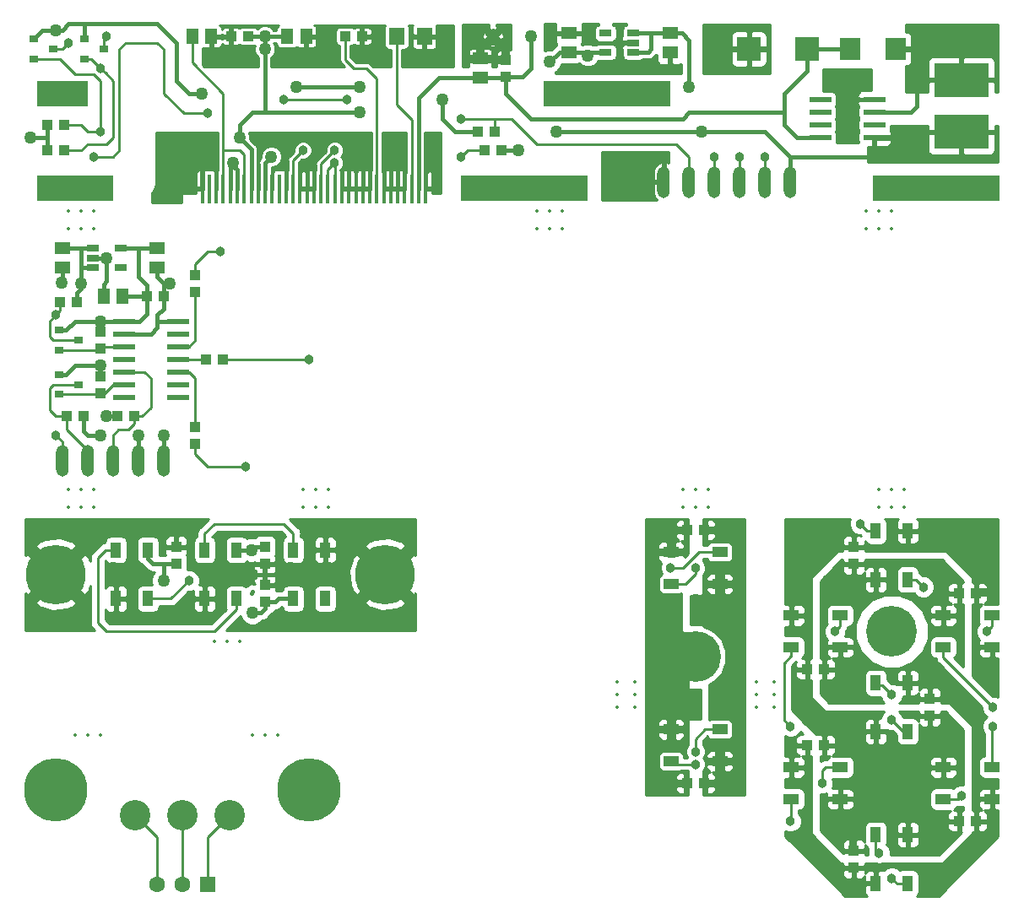
<source format=gtl>
G04 #@! TF.GenerationSoftware,KiCad,Pcbnew,5.0.0-fee4fd1~65~ubuntu17.10.1*
G04 #@! TF.CreationDate,2018-10-29T15:09:50-04:00*
G04 #@! TF.ProjectId,panel,70616E656C2E6B696361645F70636200,A*
G04 #@! TF.SameCoordinates,Original*
G04 #@! TF.FileFunction,Copper,L1,Top,Signal*
G04 #@! TF.FilePolarity,Positive*
%FSLAX46Y46*%
G04 Gerber Fmt 4.6, Leading zero omitted, Abs format (unit mm)*
G04 Created by KiCad (PCBNEW 5.0.0-fee4fd1~65~ubuntu17.10.1) date Mon Oct 29 15:09:50 2018*
%MOMM*%
%LPD*%
G01*
G04 APERTURE LIST*
G04 #@! TA.AperFunction,SMDPad,CuDef*
%ADD10R,1.200000X0.650000*%
G04 #@! TD*
G04 #@! TA.AperFunction,SMDPad,CuDef*
%ADD11R,1.000000X1.100000*%
G04 #@! TD*
G04 #@! TA.AperFunction,SMDPad,CuDef*
%ADD12R,1.300000X1.500000*%
G04 #@! TD*
G04 #@! TA.AperFunction,SMDPad,CuDef*
%ADD13R,1.100000X1.000000*%
G04 #@! TD*
G04 #@! TA.AperFunction,SMDPad,CuDef*
%ADD14R,1.500000X1.300000*%
G04 #@! TD*
G04 #@! TA.AperFunction,SMDPad,CuDef*
%ADD15O,1.270000X3.175000*%
G04 #@! TD*
G04 #@! TA.AperFunction,SMDPad,CuDef*
%ADD16R,2.200000X0.600000*%
G04 #@! TD*
G04 #@! TA.AperFunction,SMDPad,CuDef*
%ADD17R,0.900000X0.800000*%
G04 #@! TD*
G04 #@! TA.AperFunction,ComponentPad*
%ADD18C,6.350000*%
G04 #@! TD*
G04 #@! TA.AperFunction,ViaPad*
%ADD19C,1.016000*%
G04 #@! TD*
G04 #@! TA.AperFunction,ComponentPad*
%ADD20R,1.600000X1.600000*%
G04 #@! TD*
G04 #@! TA.AperFunction,ComponentPad*
%ADD21C,1.600000*%
G04 #@! TD*
G04 #@! TA.AperFunction,ComponentPad*
%ADD22C,3.048000*%
G04 #@! TD*
G04 #@! TA.AperFunction,SMDPad,CuDef*
%ADD23R,1.500000X1.000000*%
G04 #@! TD*
G04 #@! TA.AperFunction,SMDPad,CuDef*
%ADD24R,1.000000X1.500000*%
G04 #@! TD*
G04 #@! TA.AperFunction,ComponentPad*
%ADD25C,5.080000*%
G04 #@! TD*
G04 #@! TA.AperFunction,BGAPad,CuDef*
%ADD26C,1.270000*%
G04 #@! TD*
G04 #@! TA.AperFunction,SMDPad,CuDef*
%ADD27R,12.700000X2.540000*%
G04 #@! TD*
G04 #@! TA.AperFunction,SMDPad,CuDef*
%ADD28R,0.400000X3.000000*%
G04 #@! TD*
G04 #@! TA.AperFunction,SMDPad,CuDef*
%ADD29R,7.620000X2.540000*%
G04 #@! TD*
G04 #@! TA.AperFunction,SMDPad,CuDef*
%ADD30R,5.500000X3.500000*%
G04 #@! TD*
G04 #@! TA.AperFunction,SMDPad,CuDef*
%ADD31R,1.600000X1.800000*%
G04 #@! TD*
G04 #@! TA.AperFunction,SMDPad,CuDef*
%ADD32R,2.400000X2.400000*%
G04 #@! TD*
G04 #@! TA.AperFunction,SMDPad,CuDef*
%ADD33R,2.032000X2.184400*%
G04 #@! TD*
G04 #@! TA.AperFunction,SMDPad,CuDef*
%ADD34R,5.080000X2.540000*%
G04 #@! TD*
G04 #@! TA.AperFunction,ComponentPad*
%ADD35C,5.969000*%
G04 #@! TD*
G04 #@! TA.AperFunction,ViaPad*
%ADD36C,1.270000*%
G04 #@! TD*
G04 #@! TA.AperFunction,ViaPad*
%ADD37C,0.965200*%
G04 #@! TD*
G04 #@! TA.AperFunction,Conductor*
%ADD38C,0.406400*%
G04 #@! TD*
G04 #@! TA.AperFunction,Conductor*
%ADD39C,0.254000*%
G04 #@! TD*
G04 #@! TA.AperFunction,Conductor*
%ADD40C,0.250000*%
G04 #@! TD*
%ADD41C,0.350000*%
G04 APERTURE END LIST*
D10*
G04 #@! TO.P,U2,1*
G04 #@! TO.N,+5V*
X92580000Y-82870000D03*
G04 #@! TO.P,U2,2*
G04 #@! TO.N,GND*
X92580000Y-83820000D03*
G04 #@! TO.P,U2,3*
G04 #@! TO.N,+5V*
X92580000Y-84770000D03*
G04 #@! TO.P,U2,4*
G04 #@! TO.N,Net-(U2-Pad4)*
X95380000Y-84770000D03*
G04 #@! TO.P,U2,5*
G04 #@! TO.N,+3V3*
X95380000Y-82870000D03*
G04 #@! TD*
D11*
G04 #@! TO.P,R7,1*
G04 #@! TO.N,/SDA_3V3*
X93345000Y-92925000D03*
G04 #@! TO.P,R7,2*
G04 #@! TO.N,+3V3*
X93345000Y-91225000D03*
G04 #@! TD*
D12*
G04 #@! TO.P,C1,1*
G04 #@! TO.N,+3V3*
X95565000Y-87630000D03*
G04 #@! TO.P,C1,2*
G04 #@! TO.N,GND*
X93665000Y-87630000D03*
G04 #@! TD*
D13*
G04 #@! TO.P,C2,1*
G04 #@! TO.N,+3V3*
X97995000Y-87630000D03*
G04 #@! TO.P,C2,2*
G04 #@! TO.N,GND*
X99695000Y-87630000D03*
G04 #@! TD*
D14*
G04 #@! TO.P,C3,1*
G04 #@! TO.N,GND*
X89535000Y-84770000D03*
G04 #@! TO.P,C3,2*
G04 #@! TO.N,+5V*
X89535000Y-82870000D03*
G04 #@! TD*
G04 #@! TO.P,C4,1*
G04 #@! TO.N,GND*
X99060000Y-84770000D03*
G04 #@! TO.P,C4,2*
G04 #@! TO.N,+3V3*
X99060000Y-82870000D03*
G04 #@! TD*
D15*
G04 #@! TO.P,J1,1*
G04 #@! TO.N,/SDA_5V*
X89535000Y-104140000D03*
G04 #@! TO.P,J1,2*
G04 #@! TO.N,/SCL_5V*
X92075000Y-104140000D03*
G04 #@! TO.P,J1,3*
G04 #@! TO.N,/~CHANGE*
X94615000Y-104140000D03*
G04 #@! TO.P,J1,5*
G04 #@! TO.N,+5V*
X99695000Y-104140000D03*
G04 #@! TO.P,J1,4*
G04 #@! TO.N,GND*
X97155000Y-104140000D03*
G04 #@! TD*
D13*
G04 #@! TO.P,R1,1*
G04 #@! TO.N,/SDA_5V*
X89320000Y-88265000D03*
G04 #@! TO.P,R1,2*
G04 #@! TO.N,+5V*
X91020000Y-88265000D03*
G04 #@! TD*
G04 #@! TO.P,R2,1*
G04 #@! TO.N,+3V3*
X95035000Y-99695000D03*
G04 #@! TO.P,R2,2*
G04 #@! TO.N,/~CHANGE*
X96735000Y-99695000D03*
G04 #@! TD*
G04 #@! TO.P,R3,1*
G04 #@! TO.N,/SCL_5V*
X89955000Y-99695000D03*
G04 #@! TO.P,R3,2*
G04 #@! TO.N,+5V*
X91655000Y-99695000D03*
G04 #@! TD*
G04 #@! TO.P,R4,1*
G04 #@! TO.N,Net-(R4-Pad1)*
X103925000Y-93980000D03*
G04 #@! TO.P,R4,2*
G04 #@! TO.N,/E_RIGHT*
X105625000Y-93980000D03*
G04 #@! TD*
D11*
G04 #@! TO.P,R5,1*
G04 #@! TO.N,Net-(R5-Pad1)*
X102870000Y-100750000D03*
G04 #@! TO.P,R5,2*
G04 #@! TO.N,/E_SET*
X102870000Y-102450000D03*
G04 #@! TD*
G04 #@! TO.P,R6,1*
G04 #@! TO.N,Net-(R6-Pad1)*
X102870000Y-87210000D03*
G04 #@! TO.P,R6,2*
G04 #@! TO.N,/E_LEFT*
X102870000Y-85510000D03*
G04 #@! TD*
G04 #@! TO.P,R8,1*
G04 #@! TO.N,/SCL_3V3*
X93345000Y-97370000D03*
G04 #@! TO.P,R8,2*
G04 #@! TO.N,+3V3*
X93345000Y-95670000D03*
G04 #@! TD*
D16*
G04 #@! TO.P,U1,2*
G04 #@! TO.N,GND*
X95725000Y-91440000D03*
G04 #@! TO.P,U1,13*
G04 #@! TO.N,Net-(U1-Pad13)*
X101125000Y-91440000D03*
G04 #@! TO.P,U1,1*
G04 #@! TO.N,+3V3*
X95725000Y-90170000D03*
G04 #@! TO.P,U1,3*
G04 #@! TO.N,/SDA_3V3*
X95725000Y-92710000D03*
G04 #@! TO.P,U1,4*
G04 #@! TO.N,Net-(U1-Pad4)*
X95725000Y-93980000D03*
G04 #@! TO.P,U1,14*
G04 #@! TO.N,GND*
X101125000Y-90170000D03*
G04 #@! TO.P,U1,12*
G04 #@! TO.N,Net-(R6-Pad1)*
X101125000Y-92710000D03*
G04 #@! TO.P,U1,11*
G04 #@! TO.N,Net-(R4-Pad1)*
X101125000Y-93980000D03*
G04 #@! TO.P,U1,5*
G04 #@! TO.N,/~CHANGE*
X95725000Y-95250000D03*
G04 #@! TO.P,U1,6*
G04 #@! TO.N,/SCL_3V3*
X95725000Y-96520000D03*
G04 #@! TO.P,U1,7*
G04 #@! TO.N,Net-(U1-Pad7)*
X95725000Y-97790000D03*
G04 #@! TO.P,U1,10*
G04 #@! TO.N,Net-(R5-Pad1)*
X101125000Y-95250000D03*
G04 #@! TO.P,U1,9*
G04 #@! TO.N,Net-(U1-Pad9)*
X101125000Y-96520000D03*
G04 #@! TO.P,U1,8*
G04 #@! TO.N,Net-(U1-Pad8)*
X101125000Y-97790000D03*
G04 #@! TD*
D17*
G04 #@! TO.P,Q1,1*
G04 #@! TO.N,+3V3*
X89170000Y-91075000D03*
G04 #@! TO.P,Q1,2*
G04 #@! TO.N,/SDA_3V3*
X89170000Y-93075000D03*
G04 #@! TO.P,Q1,3*
G04 #@! TO.N,/SDA_5V*
X91170000Y-92075000D03*
G04 #@! TD*
G04 #@! TO.P,Q2,1*
G04 #@! TO.N,+3V3*
X89170000Y-95520000D03*
G04 #@! TO.P,Q2,2*
G04 #@! TO.N,/SCL_3V3*
X89170000Y-97520000D03*
G04 #@! TO.P,Q2,3*
G04 #@! TO.N,/SCL_5V*
X91170000Y-96520000D03*
G04 #@! TD*
D18*
G04 #@! TO.P,H1,P*
G04 #@! TO.N,GND*
X114300000Y-137160000D03*
D19*
G04 #@! TD*
G04 #@! TO.N,GND*
G04 #@! TO.C,H1*
X114300000Y-139446000D03*
G04 #@! TO.N,GND*
G04 #@! TO.C,H1*
X116279734Y-138303000D03*
X116279734Y-136017000D03*
X114300000Y-134874000D03*
X112320266Y-136017000D03*
X112320266Y-138303000D03*
G04 #@! TD*
D18*
G04 #@! TO.P,H2,P*
G04 #@! TO.N,GND*
X88900000Y-137160000D03*
D19*
G04 #@! TD*
G04 #@! TO.N,GND*
G04 #@! TO.C,H2*
X88900000Y-139446000D03*
G04 #@! TO.N,GND*
G04 #@! TO.C,H2*
X90879734Y-138303000D03*
X90879734Y-136017000D03*
X88900000Y-134874000D03*
X86920266Y-136017000D03*
X86920266Y-138303000D03*
G04 #@! TD*
D20*
G04 #@! TO.P,J1,1*
G04 #@! TO.N,Net-(J1-Pad1)*
X104140000Y-146685000D03*
D21*
G04 #@! TO.P,J1,2*
G04 #@! TO.N,Net-(J1-Pad2)*
X101600000Y-146685000D03*
G04 #@! TO.P,J1,3*
G04 #@! TO.N,Net-(J1-Pad3)*
X99060000Y-146685000D03*
G04 #@! TD*
D22*
G04 #@! TO.P,SW1,1*
G04 #@! TO.N,Net-(J1-Pad1)*
X106349800Y-139700000D03*
G04 #@! TO.P,SW1,2*
G04 #@! TO.N,Net-(J1-Pad2)*
X101600000Y-139700000D03*
G04 #@! TO.P,SW1,3*
G04 #@! TO.N,Net-(J1-Pad3)*
X96850200Y-139700000D03*
G04 #@! TD*
D23*
G04 #@! TO.P,U3,2*
G04 #@! TO.N,Net-(U3-Pad2)*
X182790000Y-134925000D03*
G04 #@! TO.P,U3,3*
G04 #@! TO.N,GND*
X177890000Y-134925000D03*
G04 #@! TO.P,U3,4*
G04 #@! TO.N,Net-(U2-Pad2)*
X177890000Y-138125000D03*
G04 #@! TO.P,U3,1*
G04 #@! TO.N,+5V*
X182790000Y-138125000D03*
G04 #@! TD*
D24*
G04 #@! TO.P,U4,2*
G04 #@! TO.N,Net-(U4-Pad2)*
X174320000Y-146595000D03*
G04 #@! TO.P,U4,3*
G04 #@! TO.N,GND*
X174320000Y-141695000D03*
G04 #@! TO.P,U4,4*
G04 #@! TO.N,Net-(U3-Pad2)*
X171120000Y-141695000D03*
G04 #@! TO.P,U4,1*
G04 #@! TO.N,+5V*
X171120000Y-146595000D03*
G04 #@! TD*
D23*
G04 #@! TO.P,U5,2*
G04 #@! TO.N,Net-(U5-Pad2)*
X162650000Y-138125000D03*
G04 #@! TO.P,U5,3*
G04 #@! TO.N,GND*
X167550000Y-138125000D03*
G04 #@! TO.P,U5,4*
G04 #@! TO.N,Net-(U4-Pad2)*
X167550000Y-134925000D03*
G04 #@! TO.P,U5,1*
G04 #@! TO.N,+5V*
X162650000Y-134925000D03*
G04 #@! TD*
D25*
G04 #@! TO.P,H2,P*
G04 #@! TO.N,GND*
X172720000Y-136525000D03*
D19*
G04 #@! TD*
G04 #@! TO.N,GND*
G04 #@! TO.C,H2*
X172720000Y-134620000D03*
G04 #@! TO.N,GND*
G04 #@! TO.C,H2*
X171070222Y-135572500D03*
X171070222Y-137477500D03*
X172720000Y-138430000D03*
X174369778Y-137477500D03*
X174369778Y-135572500D03*
G04 #@! TD*
D24*
G04 #@! TO.P,U7,2*
G04 #@! TO.N,/DOUT*
X171120000Y-126455000D03*
G04 #@! TO.P,U7,3*
G04 #@! TO.N,GND*
X171120000Y-131355000D03*
G04 #@! TO.P,U7,4*
G04 #@! TO.N,Net-(U6-Pad2)*
X174320000Y-131355000D03*
G04 #@! TO.P,U7,1*
G04 #@! TO.N,+5V*
X174320000Y-126455000D03*
G04 #@! TD*
G04 #@! TO.P,U1,2*
G04 #@! TO.N,Net-(U1-Pad2)*
X174320000Y-116115000D03*
G04 #@! TO.P,U1,3*
G04 #@! TO.N,GND*
X174320000Y-111215000D03*
G04 #@! TO.P,U1,4*
G04 #@! TO.N,/DIN*
X171120000Y-111215000D03*
G04 #@! TO.P,U1,1*
G04 #@! TO.N,+5V*
X171120000Y-116115000D03*
G04 #@! TD*
D25*
G04 #@! TO.P,H1,P*
G04 #@! TO.N,GND*
X172720000Y-121285000D03*
D19*
G04 #@! TD*
G04 #@! TO.N,GND*
G04 #@! TO.C,H1*
X172720000Y-119380000D03*
G04 #@! TO.N,GND*
G04 #@! TO.C,H1*
X171070222Y-120332500D03*
X171070222Y-122237500D03*
X172720000Y-123190000D03*
X174369778Y-122237500D03*
X174369778Y-120332500D03*
G04 #@! TD*
D23*
G04 #@! TO.P,U2,2*
G04 #@! TO.N,Net-(U2-Pad2)*
X177890000Y-122885000D03*
G04 #@! TO.P,U2,3*
G04 #@! TO.N,GND*
X182790000Y-122885000D03*
G04 #@! TO.P,U2,4*
G04 #@! TO.N,Net-(U1-Pad2)*
X182790000Y-119685000D03*
G04 #@! TO.P,U2,1*
G04 #@! TO.N,+5V*
X177890000Y-119685000D03*
G04 #@! TD*
G04 #@! TO.P,U6,2*
G04 #@! TO.N,Net-(U6-Pad2)*
X167550000Y-119685000D03*
G04 #@! TO.P,U6,3*
G04 #@! TO.N,GND*
X162650000Y-119685000D03*
G04 #@! TO.P,U6,4*
G04 #@! TO.N,Net-(U5-Pad2)*
X162650000Y-122885000D03*
G04 #@! TO.P,U6,1*
G04 #@! TO.N,+5V*
X167550000Y-122885000D03*
G04 #@! TD*
D11*
G04 #@! TO.P,C1,1*
G04 #@! TO.N,+5V*
X168910000Y-114515000D03*
G04 #@! TO.P,C1,2*
G04 #@! TO.N,GND*
X168910000Y-112815000D03*
G04 #@! TD*
D13*
G04 #@! TO.P,C2,1*
G04 #@! TO.N,+5V*
X179490000Y-117475000D03*
G04 #@! TO.P,C2,2*
G04 #@! TO.N,GND*
X181190000Y-117475000D03*
G04 #@! TD*
G04 #@! TO.P,C3,1*
G04 #@! TO.N,+5V*
X181190000Y-140335000D03*
G04 #@! TO.P,C3,2*
G04 #@! TO.N,GND*
X179490000Y-140335000D03*
G04 #@! TD*
D11*
G04 #@! TO.P,C4,1*
G04 #@! TO.N,+5V*
X168910000Y-144995000D03*
G04 #@! TO.P,C4,2*
G04 #@! TO.N,GND*
X168910000Y-143295000D03*
G04 #@! TD*
D13*
G04 #@! TO.P,C5,1*
G04 #@! TO.N,+5V*
X164250000Y-132715000D03*
G04 #@! TO.P,C5,2*
G04 #@! TO.N,GND*
X165950000Y-132715000D03*
G04 #@! TD*
G04 #@! TO.P,C6,1*
G04 #@! TO.N,+5V*
X165950000Y-125095000D03*
G04 #@! TO.P,C6,2*
G04 #@! TO.N,GND*
X164250000Y-125095000D03*
G04 #@! TD*
D11*
G04 #@! TO.P,C7,1*
G04 #@! TO.N,+5V*
X176530000Y-128055000D03*
G04 #@! TO.P,C7,2*
G04 #@! TO.N,GND*
X176530000Y-129755000D03*
G04 #@! TD*
D26*
G04 #@! TO.P,TP2,1*
G04 #@! TO.N,GND*
X132715000Y-61595000D03*
G04 #@! TD*
G04 #@! TO.P,TP3,1*
G04 #@! TO.N,+3V3*
X142240000Y-63500000D03*
G04 #@! TD*
G04 #@! TO.P,TP1,1*
G04 #@! TO.N,+12V*
X136525000Y-61595000D03*
G04 #@! TD*
D27*
G04 #@! TO.P,H3,1*
G04 #@! TO.N,Net-(H3-Pad1)*
X144145000Y-67310000D03*
G04 #@! TD*
D28*
G04 #@! TO.P,U1,16*
G04 #@! TO.N,GND*
X114070000Y-76877600D03*
G04 #@! TO.P,U1,15*
X113370000Y-76877600D03*
G04 #@! TO.P,U1,14*
G04 #@! TO.N,/~RESET*
X112670000Y-76877600D03*
G04 #@! TO.P,U1,13*
G04 #@! TO.N,GND*
X111970000Y-76877600D03*
G04 #@! TO.P,U1,12*
G04 #@! TO.N,Net-(U1-Pad12)*
X111270000Y-76877600D03*
G04 #@! TO.P,U1,11*
G04 #@! TO.N,GND*
X110570000Y-76877600D03*
G04 #@! TO.P,U1,10*
G04 #@! TO.N,+5V*
X109870000Y-76877600D03*
G04 #@! TO.P,U1,9*
G04 #@! TO.N,GND*
X109170000Y-76877600D03*
G04 #@! TO.P,U1,8*
G04 #@! TO.N,+5V*
X108470000Y-76877600D03*
G04 #@! TO.P,U1,7*
G04 #@! TO.N,Net-(C1-Pad2)*
X107770000Y-76877600D03*
G04 #@! TO.P,U1,6*
G04 #@! TO.N,+5V*
X107070000Y-76877600D03*
G04 #@! TO.P,U1,5*
X106370000Y-76877600D03*
G04 #@! TO.P,U1,4*
G04 #@! TO.N,Net-(C1-Pad2)*
X105670000Y-76877600D03*
G04 #@! TO.P,U1,3*
G04 #@! TO.N,GND*
X104970000Y-76877600D03*
G04 #@! TO.P,U1,2*
G04 #@! TO.N,Net-(U1-Pad2)*
X104270000Y-76877600D03*
G04 #@! TO.P,U1,30*
G04 #@! TO.N,GND*
X123870000Y-76877600D03*
G04 #@! TO.P,U1,29*
X123170000Y-76877600D03*
G04 #@! TO.P,U1,28*
X122470000Y-76877600D03*
G04 #@! TO.P,U1,27*
X121770000Y-76877600D03*
G04 #@! TO.P,U1,26*
G04 #@! TO.N,Net-(R1-Pad1)*
X121070000Y-76877600D03*
G04 #@! TO.P,U1,25*
G04 #@! TO.N,GND*
X120370000Y-76877600D03*
G04 #@! TO.P,U1,24*
X119670000Y-76877600D03*
G04 #@! TO.P,U1,23*
X118970000Y-76877600D03*
G04 #@! TO.P,U1,22*
X118270000Y-76877600D03*
G04 #@! TO.P,U1,21*
X117570000Y-76877600D03*
G04 #@! TO.P,U1,20*
G04 #@! TO.N,/SDA*
X116870000Y-76877600D03*
G04 #@! TO.P,U1,19*
X116170000Y-76877600D03*
G04 #@! TO.P,U1,18*
G04 #@! TO.N,/SCL*
X115470000Y-76877600D03*
G04 #@! TO.P,U1,17*
G04 #@! TO.N,GND*
X114770000Y-76877600D03*
G04 #@! TO.P,U1,31*
G04 #@! TO.N,Net-(C2-PadA)*
X124570000Y-76877600D03*
G04 #@! TO.P,U1,32*
G04 #@! TO.N,+12V*
X125270000Y-76877600D03*
G04 #@! TO.P,U1,33*
G04 #@! TO.N,GND*
X125970000Y-76877600D03*
G04 #@! TO.P,U1,1*
X103570000Y-76877600D03*
G04 #@! TD*
D27*
G04 #@! TO.P,H1,1*
G04 #@! TO.N,Net-(H1-Pad1)*
X177165000Y-76835000D03*
G04 #@! TD*
G04 #@! TO.P,H2,1*
G04 #@! TO.N,Net-(H2-Pad1)*
X135890000Y-76835000D03*
G04 #@! TD*
D29*
G04 #@! TO.P,H4,1*
G04 #@! TO.N,Net-(H4-Pad1)*
X90805000Y-76835000D03*
G04 #@! TD*
D15*
G04 #@! TO.P,J1,6*
G04 #@! TO.N,GND*
X149860000Y-76200000D03*
G04 #@! TO.P,J1,5*
G04 #@! TO.N,/INT*
X152400000Y-76200000D03*
G04 #@! TO.P,J1,4*
G04 #@! TO.N,/~RESET*
X154940000Y-76200000D03*
G04 #@! TO.P,J1,3*
G04 #@! TO.N,/SCL*
X157480000Y-76200000D03*
G04 #@! TO.P,J1,2*
G04 #@! TO.N,/SDA*
X160020000Y-76200000D03*
G04 #@! TO.P,J1,1*
G04 #@! TO.N,+5V*
X162560000Y-76200000D03*
G04 #@! TD*
D16*
G04 #@! TO.P,U2,5*
G04 #@! TO.N,Net-(U2-Pad5)*
X165575000Y-67945000D03*
G04 #@! TO.P,U2,6*
G04 #@! TO.N,Net-(U2-Pad6)*
X165575000Y-69215000D03*
G04 #@! TO.P,U2,8*
G04 #@! TO.N,+12V*
X165575000Y-71755000D03*
G04 #@! TO.P,U2,4*
G04 #@! TO.N,GND*
X170975000Y-67945000D03*
G04 #@! TO.P,U2,3*
G04 #@! TO.N,/SW_12V*
X170975000Y-69215000D03*
G04 #@! TO.P,U2,1*
G04 #@! TO.N,+5V*
X170975000Y-71755000D03*
G04 #@! TO.P,U2,7*
G04 #@! TO.N,Net-(U2-Pad7)*
X165575000Y-70485000D03*
G04 #@! TO.P,U2,2*
G04 #@! TO.N,Net-(U2-Pad2)*
X170975000Y-70485000D03*
G04 #@! TD*
D17*
G04 #@! TO.P,Q2,3*
G04 #@! TO.N,/SCL*
X88630000Y-62865000D03*
G04 #@! TO.P,Q2,2*
G04 #@! TO.N,/SCL_3V3*
X86630000Y-63865000D03*
G04 #@! TO.P,Q2,1*
G04 #@! TO.N,+3V3*
X86630000Y-61865000D03*
G04 #@! TD*
D30*
G04 #@! TO.P,L1,2*
G04 #@! TO.N,/SW_12V*
X179705000Y-65980000D03*
G04 #@! TO.P,L1,1*
G04 #@! TO.N,+5V*
X179705000Y-71180000D03*
G04 #@! TD*
D14*
G04 #@! TO.P,C9,1*
G04 #@! TO.N,GND*
X150495000Y-63180000D03*
G04 #@! TO.P,C9,2*
G04 #@! TO.N,+5V*
X150495000Y-61280000D03*
G04 #@! TD*
G04 #@! TO.P,C10,1*
G04 #@! TO.N,GND*
X140335000Y-61280000D03*
G04 #@! TO.P,C10,2*
G04 #@! TO.N,+3V3*
X140335000Y-63180000D03*
G04 #@! TD*
D17*
G04 #@! TO.P,Q1,1*
G04 #@! TO.N,+3V3*
X91710000Y-61865000D03*
G04 #@! TO.P,Q1,2*
G04 #@! TO.N,/SDA_3V3*
X91710000Y-63865000D03*
G04 #@! TO.P,Q1,3*
G04 #@! TO.N,/SDA*
X93710000Y-62865000D03*
G04 #@! TD*
D10*
G04 #@! TO.P,U4,1*
G04 #@! TO.N,+5V*
X146815000Y-63180000D03*
G04 #@! TO.P,U4,2*
G04 #@! TO.N,GND*
X146815000Y-62230000D03*
G04 #@! TO.P,U4,3*
G04 #@! TO.N,+5V*
X146815000Y-61280000D03*
G04 #@! TO.P,U4,4*
G04 #@! TO.N,Net-(U4-Pad4)*
X144015000Y-61280000D03*
G04 #@! TO.P,U4,5*
G04 #@! TO.N,+3V3*
X144015000Y-63180000D03*
G04 #@! TD*
D12*
G04 #@! TO.P,C1,1*
G04 #@! TO.N,GND*
X104455000Y-61595000D03*
G04 #@! TO.P,C1,2*
G04 #@! TO.N,Net-(C1-Pad2)*
X102555000Y-61595000D03*
G04 #@! TD*
D31*
G04 #@! TO.P,C2,A*
G04 #@! TO.N,Net-(C2-PadA)*
X123060000Y-61595000D03*
G04 #@! TO.P,C2,K*
G04 #@! TO.N,GND*
X125860000Y-61595000D03*
G04 #@! TD*
D13*
G04 #@! TO.P,C3,1*
G04 #@! TO.N,GND*
X106465000Y-61595000D03*
G04 #@! TO.P,C3,2*
G04 #@! TO.N,+5V*
X108165000Y-61595000D03*
G04 #@! TD*
D14*
G04 #@! TO.P,C4,A*
G04 #@! TO.N,+12V*
X131445000Y-65720000D03*
G04 #@! TO.P,C4,K*
G04 #@! TO.N,GND*
X131445000Y-63820000D03*
G04 #@! TD*
D12*
G04 #@! TO.P,C5,A*
G04 #@! TO.N,+5V*
X112080000Y-61595000D03*
G04 #@! TO.P,C5,K*
G04 #@! TO.N,GND*
X113980000Y-61595000D03*
G04 #@! TD*
D11*
G04 #@! TO.P,C6,1*
G04 #@! TO.N,GND*
X133985000Y-63920000D03*
G04 #@! TO.P,C6,2*
G04 #@! TO.N,+12V*
X133985000Y-65620000D03*
G04 #@! TD*
D32*
G04 #@! TO.P,C7,A*
G04 #@! TO.N,+12V*
X164190000Y-62865000D03*
G04 #@! TO.P,C7,K*
G04 #@! TO.N,GND*
X158390000Y-62865000D03*
G04 #@! TD*
D33*
G04 #@! TO.P,D1,A*
G04 #@! TO.N,/SW_12V*
X173101000Y-62865000D03*
G04 #@! TO.P,D1,K*
G04 #@! TO.N,+12V*
X168529000Y-62865000D03*
G04 #@! TD*
D13*
G04 #@! TO.P,R1,1*
G04 #@! TO.N,Net-(R1-Pad1)*
X117895000Y-61595000D03*
G04 #@! TO.P,R1,2*
G04 #@! TO.N,GND*
X119595000Y-61595000D03*
G04 #@! TD*
G04 #@! TO.P,R4,1*
G04 #@! TO.N,/SDA_3V3*
X89750000Y-73025000D03*
G04 #@! TO.P,R4,2*
G04 #@! TO.N,+3V3*
X88050000Y-73025000D03*
G04 #@! TD*
G04 #@! TO.P,R5,1*
G04 #@! TO.N,/SCL_3V3*
X89750000Y-70485000D03*
G04 #@! TO.P,R5,2*
G04 #@! TO.N,+3V3*
X88050000Y-70485000D03*
G04 #@! TD*
G04 #@! TO.P,R3,1*
G04 #@! TO.N,GND*
X133565000Y-73025000D03*
G04 #@! TO.P,R3,2*
G04 #@! TO.N,/~RESET*
X131865000Y-73025000D03*
G04 #@! TD*
G04 #@! TO.P,R2,1*
G04 #@! TO.N,/INT*
X132930000Y-71120000D03*
G04 #@! TO.P,R2,2*
G04 #@! TO.N,+3V3*
X131230000Y-71120000D03*
G04 #@! TD*
D34*
G04 #@! TO.P,H5,1*
G04 #@! TO.N,Net-(H5-Pad1)*
X89535000Y-67310000D03*
G04 #@! TD*
D24*
G04 #@! TO.P,U1,2*
G04 #@! TO.N,Net-(U1-Pad2)*
X94920000Y-113120000D03*
G04 #@! TO.P,U1,3*
G04 #@! TO.N,GND*
X94920000Y-118020000D03*
G04 #@! TO.P,U1,4*
G04 #@! TO.N,Net-(J1-Pad2)*
X98120000Y-118020000D03*
G04 #@! TO.P,U1,1*
G04 #@! TO.N,+5V*
X98120000Y-113120000D03*
G04 #@! TD*
G04 #@! TO.P,U2,2*
G04 #@! TO.N,Net-(U2-Pad2)*
X103810000Y-113120000D03*
G04 #@! TO.P,U2,3*
G04 #@! TO.N,GND*
X103810000Y-118020000D03*
G04 #@! TO.P,U2,4*
G04 #@! TO.N,Net-(U1-Pad2)*
X107010000Y-118020000D03*
G04 #@! TO.P,U2,1*
G04 #@! TO.N,+5V*
X107010000Y-113120000D03*
G04 #@! TD*
G04 #@! TO.P,U3,2*
G04 #@! TO.N,Net-(U3-Pad2)*
X115900000Y-118020000D03*
G04 #@! TO.P,U3,3*
G04 #@! TO.N,GND*
X115900000Y-113120000D03*
G04 #@! TO.P,U3,4*
G04 #@! TO.N,Net-(U2-Pad2)*
X112700000Y-113120000D03*
G04 #@! TO.P,U3,1*
G04 #@! TO.N,+5V*
X112700000Y-118020000D03*
G04 #@! TD*
D35*
G04 #@! TO.P,H1,P*
G04 #@! TO.N,GND*
X121920000Y-115570000D03*
G04 #@! TD*
G04 #@! TO.P,H2,P*
G04 #@! TO.N,GND*
X88900000Y-115570000D03*
G04 #@! TD*
D11*
G04 #@! TO.P,C1,1*
G04 #@! TO.N,+5V*
X100965000Y-114515000D03*
G04 #@! TO.P,C1,2*
G04 #@! TO.N,GND*
X100965000Y-112815000D03*
G04 #@! TD*
G04 #@! TO.P,C2,1*
G04 #@! TO.N,+5V*
X109855000Y-112815000D03*
G04 #@! TO.P,C2,2*
G04 #@! TO.N,GND*
X109855000Y-114515000D03*
G04 #@! TD*
G04 #@! TO.P,C3,1*
G04 #@! TO.N,+5V*
X109855000Y-118325000D03*
G04 #@! TO.P,C3,2*
G04 #@! TO.N,GND*
X109855000Y-116625000D03*
G04 #@! TD*
D23*
G04 #@! TO.P,U1,2*
G04 #@! TO.N,Net-(U1-Pad2)*
X155485000Y-113335000D03*
G04 #@! TO.P,U1,3*
G04 #@! TO.N,GND*
X150585000Y-113335000D03*
G04 #@! TO.P,U1,4*
G04 #@! TO.N,/DIN*
X150585000Y-116535000D03*
G04 #@! TO.P,U1,1*
G04 #@! TO.N,+5V*
X155485000Y-116535000D03*
G04 #@! TD*
D13*
G04 #@! TO.P,C1,1*
G04 #@! TO.N,+5V*
X153885000Y-111125000D03*
G04 #@! TO.P,C1,2*
G04 #@! TO.N,GND*
X152185000Y-111125000D03*
G04 #@! TD*
G04 #@! TO.P,C2,1*
G04 #@! TO.N,+5V*
X153885000Y-136525000D03*
G04 #@! TO.P,C2,2*
G04 #@! TO.N,GND*
X152185000Y-136525000D03*
G04 #@! TD*
D25*
G04 #@! TO.P,H1,P*
G04 #@! TO.N,GND*
X153035000Y-123825000D03*
D19*
G04 #@! TD*
G04 #@! TO.N,GND*
G04 #@! TO.C,H1*
X153035000Y-121920000D03*
G04 #@! TO.N,GND*
G04 #@! TO.C,H1*
X151385222Y-122872500D03*
X151385222Y-124777500D03*
X153035000Y-125730000D03*
X154684778Y-124777500D03*
X154684778Y-122872500D03*
G04 #@! TD*
D23*
G04 #@! TO.P,U2,2*
G04 #@! TO.N,/DOUT*
X155485000Y-131115000D03*
G04 #@! TO.P,U2,3*
G04 #@! TO.N,GND*
X150585000Y-131115000D03*
G04 #@! TO.P,U2,4*
G04 #@! TO.N,Net-(U1-Pad2)*
X150585000Y-134315000D03*
G04 #@! TO.P,U2,1*
G04 #@! TO.N,+5V*
X155485000Y-134315000D03*
G04 #@! TD*
D36*
G04 #@! TO.N,GND*
X100330000Y-86360000D03*
X89441883Y-86313442D03*
X97155000Y-101600006D03*
X93980000Y-83820000D03*
X168275000Y-131445000D03*
X168275000Y-130175000D03*
X169545000Y-130175000D03*
X169545000Y-131445000D03*
X169545000Y-132715000D03*
X176530000Y-140335000D03*
X177800000Y-140335000D03*
X177800000Y-141605000D03*
X176530000Y-141605000D03*
X167640000Y-141605000D03*
X167640000Y-140335000D03*
X168910000Y-140335000D03*
X168910000Y-141605000D03*
X176530000Y-111760000D03*
X177800000Y-111760000D03*
X177800000Y-110490000D03*
X176530000Y-110490000D03*
X163830000Y-114935000D03*
X162560000Y-114935000D03*
X162560000Y-116205000D03*
X162560000Y-117475000D03*
X181610000Y-114935000D03*
X182880000Y-114935000D03*
X182880000Y-116205000D03*
X182880000Y-117475000D03*
X127000000Y-72390000D03*
X123190000Y-72390000D03*
X99695000Y-72390000D03*
X109220000Y-71755000D03*
X112395000Y-71755000D03*
X112395000Y-63500000D03*
X114300000Y-63500000D03*
X116205000Y-63500000D03*
X116205000Y-61595000D03*
X104775000Y-64135000D03*
X106680000Y-64135000D03*
X108585000Y-64135000D03*
X100330000Y-77470000D03*
X104140000Y-74295000D03*
X104140000Y-72390000D03*
X147955000Y-77470000D03*
X146050000Y-77470000D03*
X144145000Y-77470000D03*
X144145000Y-73660000D03*
X146050000Y-73660000D03*
X147955000Y-73660000D03*
X149860000Y-73660000D03*
X138430000Y-61595000D03*
X143510000Y-64770000D03*
X147320000Y-64770000D03*
X145415000Y-64770000D03*
X166370000Y-66040000D03*
X154940000Y-64770000D03*
X154940000Y-60960000D03*
X154940000Y-62865000D03*
X120015000Y-71755000D03*
X123190000Y-74295000D03*
X127000000Y-74295000D03*
X168275000Y-71755000D03*
X168275000Y-69850000D03*
X168275000Y-67945000D03*
X170180000Y-66040000D03*
X168275000Y-66040000D03*
X135255000Y-73025000D03*
X133985000Y-62230000D03*
X131445000Y-62230000D03*
X127889000Y-61722000D03*
X127889000Y-63754000D03*
X125857000Y-63754000D03*
X119380000Y-63500000D03*
X121285000Y-63500000D03*
X121285000Y-61595000D03*
X108585000Y-115570000D03*
X102235000Y-120015000D03*
X94615000Y-120015000D03*
X100330000Y-120015000D03*
X98425000Y-120015000D03*
X96520000Y-120015000D03*
X121285000Y-110490000D03*
X119380000Y-110490000D03*
X117475000Y-110490000D03*
X115570000Y-110490000D03*
X113665000Y-110490000D03*
X121285000Y-120650000D03*
X119380000Y-120650000D03*
X117475000Y-120650000D03*
X115570000Y-120650000D03*
X113665000Y-120650000D03*
X94615000Y-116205000D03*
X94615000Y-114935000D03*
X96520000Y-116205000D03*
X96520000Y-114935000D03*
X116205000Y-116205000D03*
X114300000Y-116205000D03*
X112395000Y-116205000D03*
X112395000Y-114935000D03*
X116205000Y-114935000D03*
X114300000Y-114935000D03*
X100330000Y-110490000D03*
X94615000Y-110490000D03*
X96520000Y-110490000D03*
X98425000Y-110490000D03*
X102235000Y-110490000D03*
X149225000Y-125095000D03*
X149225000Y-126365000D03*
X150495000Y-126365000D03*
X153035000Y-127635000D03*
X153035000Y-129540000D03*
D37*
G04 #@! TO.N,/SDA*
X160020000Y-73660000D03*
X93980000Y-61595000D03*
X116840000Y-74295000D03*
G04 #@! TO.N,/SCL*
X90170000Y-62230000D03*
X157480000Y-73660000D03*
X116840000Y-73025000D03*
D36*
G04 #@! TO.N,+5V*
X93345000Y-101600000D03*
X99695000Y-101600000D03*
X91440000Y-86359976D03*
X169545000Y-125095000D03*
X169545000Y-126365000D03*
X169545000Y-127635000D03*
X168275000Y-126365000D03*
X168275000Y-127635000D03*
X177165000Y-126365000D03*
X175895000Y-125095000D03*
X175895000Y-126365000D03*
X168910000Y-117475000D03*
X167640000Y-117475000D03*
X166370000Y-117475000D03*
X166370000Y-116205000D03*
X167640000Y-116205000D03*
X168910000Y-116205000D03*
X177165000Y-147320000D03*
X178435000Y-146050000D03*
X179705000Y-144780000D03*
X180975000Y-143510000D03*
X182245000Y-142240000D03*
X168275000Y-147320000D03*
X163195000Y-142240000D03*
X164465000Y-143510000D03*
X165735000Y-144780000D03*
X167005000Y-146050000D03*
X139065000Y-71120000D03*
X119379990Y-69215000D03*
X107315000Y-71755000D03*
X175895000Y-73660000D03*
X175895000Y-71755000D03*
X153669982Y-71120000D03*
X152400000Y-66675000D03*
X173990000Y-73660000D03*
X173990000Y-71755000D03*
X110490000Y-73660000D03*
X109855000Y-62865000D03*
X109855000Y-61595000D03*
X106680000Y-74295000D03*
X108495000Y-113120000D03*
X108585000Y-119379902D03*
X99695000Y-116205000D03*
X156845000Y-122555000D03*
X156845000Y-121285000D03*
X155603354Y-121256646D03*
X153035000Y-120015000D03*
X153035000Y-118110000D03*
G04 #@! TO.N,/SW_12V*
X175260000Y-64135000D03*
X175260000Y-66040000D03*
X177165000Y-62865000D03*
X182245000Y-62865000D03*
X179705000Y-62865000D03*
D37*
G04 #@! TO.N,Net-(U2-Pad2)*
X179705000Y-137795000D03*
X182880000Y-128905000D03*
G04 #@! TO.N,/~RESET*
X129540000Y-73660000D03*
X113665000Y-73025000D03*
X154940000Y-73660000D03*
D36*
G04 #@! TO.N,+3V3*
X93980000Y-99695000D03*
X93345000Y-90170000D03*
X93345000Y-94615000D03*
X103505016Y-67310000D03*
X86360000Y-71755000D03*
X127635000Y-67945000D03*
X88900000Y-60960000D03*
X113030000Y-66675000D03*
X119380000Y-66675000D03*
X138430000Y-64135000D03*
D37*
G04 #@! TO.N,/SDA_3V3*
X93345024Y-64770000D03*
G04 #@! TO.N,/SCL_3V3*
X93345000Y-71120000D03*
G04 #@! TO.N,Net-(U1-Pad2)*
X182245000Y-121285000D03*
X175895000Y-116840000D03*
X150494992Y-114935000D03*
X153035000Y-134620000D03*
G04 #@! TO.N,/INT*
X92710000Y-73660000D03*
X104139994Y-69316611D03*
X111760000Y-67945000D03*
X118110000Y-67945000D03*
X129540000Y-69850000D03*
G04 #@! TO.N,/E_LEFT*
X105409988Y-83185000D03*
G04 #@! TO.N,/E_SET*
X107950000Y-104775000D03*
G04 #@! TO.N,/E_RIGHT*
X114299984Y-93980000D03*
G04 #@! TO.N,/SDA_5V*
X88900000Y-89535000D03*
X88900000Y-101600000D03*
G04 #@! TO.N,Net-(J1-Pad2)*
X102235000Y-116205000D03*
G04 #@! TO.N,Net-(U3-Pad2)*
X182879978Y-130810000D03*
X171450000Y-143510000D03*
G04 #@! TO.N,/DIN*
X169545000Y-110490000D03*
X153046607Y-114946565D03*
G04 #@! TO.N,Net-(U4-Pad2)*
X172720000Y-146050000D03*
X165735000Y-136525000D03*
G04 #@! TO.N,Net-(U5-Pad2)*
X162560000Y-140335000D03*
X162560000Y-130810000D03*
G04 #@! TO.N,Net-(U6-Pad2)*
X167005000Y-121285000D03*
X172720000Y-130175000D03*
G04 #@! TO.N,/DOUT*
X172720000Y-127635000D03*
X153035000Y-133350000D03*
G04 #@! TD*
D38*
G04 #@! TO.N,*
X108585000Y-117328138D02*
X108479314Y-117433824D01*
G04 #@! TO.N,GND*
X99695000Y-86360000D02*
X100330000Y-86360000D01*
X95725000Y-91440000D02*
X98425000Y-91440000D01*
X98425000Y-91440000D02*
X99060000Y-90805000D01*
X99060000Y-90805000D02*
X99060000Y-90170000D01*
X89535000Y-84770000D02*
X89535000Y-86220325D01*
X89535000Y-86220325D02*
X89441883Y-86313442D01*
X93980000Y-86158600D02*
X93980000Y-83820000D01*
X93665000Y-87630000D02*
X93665000Y-86473600D01*
X93665000Y-86473600D02*
X93980000Y-86158600D01*
X99695000Y-87630000D02*
X99695000Y-88900000D01*
X99695000Y-88900000D02*
X99060000Y-89535000D01*
X99060000Y-89535000D02*
X99060000Y-90170000D01*
X99060000Y-90170000D02*
X101125000Y-90170000D01*
X99060000Y-84770000D02*
X99060000Y-85725000D01*
X99060000Y-85725000D02*
X99695000Y-86360000D01*
X99695000Y-87630000D02*
X99695000Y-86360000D01*
X97155000Y-103505000D02*
X97155000Y-101600006D01*
X92580000Y-83820000D02*
X93980000Y-83820000D01*
X166370000Y-130175000D02*
X168275000Y-130175000D01*
X168275000Y-130175000D02*
X168275000Y-131445000D01*
X169545000Y-131445000D02*
X169545000Y-130175000D01*
X177800000Y-141605000D02*
X177800000Y-140335000D01*
X174320000Y-141695000D02*
X176440000Y-141695000D01*
X176440000Y-141695000D02*
X176530000Y-141605000D01*
X168910000Y-140335000D02*
X167640000Y-140335000D01*
X168592500Y-143295000D02*
X168592500Y-141922500D01*
X168592500Y-141922500D02*
X168910000Y-141605000D01*
X177800000Y-111760000D02*
X176530000Y-111760000D01*
X177800000Y-110490000D02*
X177800000Y-111760000D01*
X176530000Y-110490000D02*
X177800000Y-110490000D01*
X174320000Y-111215000D02*
X175805000Y-111215000D01*
X175805000Y-111215000D02*
X176530000Y-110490000D01*
X162560000Y-114935000D02*
X163830000Y-114935000D01*
X162560000Y-116205000D02*
X162560000Y-114935000D01*
X162560000Y-117475000D02*
X162560000Y-116205000D01*
X162650000Y-119685000D02*
X162650000Y-117565000D01*
X162650000Y-117565000D02*
X162560000Y-117475000D01*
X182880000Y-114935000D02*
X181610000Y-114935000D01*
X182880000Y-116205000D02*
X182880000Y-114935000D01*
X182880000Y-117475000D02*
X182880000Y-116205000D01*
X181190000Y-117157500D02*
X182562500Y-117157500D01*
X182562500Y-117157500D02*
X182880000Y-117475000D01*
X165950000Y-132397500D02*
X165950000Y-130595000D01*
X165950000Y-130595000D02*
X166370000Y-130175000D01*
X127000000Y-74295000D02*
X127000000Y-72390000D01*
X123190000Y-74295000D02*
X123190000Y-72390000D01*
X104140000Y-72390000D02*
X99695000Y-72390000D01*
X120015000Y-71755000D02*
X112395000Y-71755000D01*
X116205000Y-63500000D02*
X114300000Y-63500000D01*
X113980000Y-61595000D02*
X116205000Y-61595000D01*
X104455000Y-63815000D02*
X104775000Y-64135000D01*
X104455000Y-61595000D02*
X104455000Y-63815000D01*
X108585000Y-64135000D02*
X106680000Y-64135000D01*
X113370000Y-74971200D02*
X114070000Y-74971200D01*
X114070000Y-76877600D02*
X114070000Y-74971200D01*
X100330000Y-74295000D02*
X100330000Y-77470000D01*
X104140000Y-74295000D02*
X100330000Y-74295000D01*
X104970000Y-76877600D02*
X104970000Y-75125000D01*
X104970000Y-75125000D02*
X104140000Y-74295000D01*
X103570000Y-76877600D02*
X103570000Y-74865000D01*
X103570000Y-74865000D02*
X104140000Y-74295000D01*
X146050000Y-77470000D02*
X147955000Y-77470000D01*
X144145000Y-73660000D02*
X144145000Y-77470000D01*
X147955000Y-73660000D02*
X146050000Y-73660000D01*
X149860000Y-76200000D02*
X149860000Y-73660000D01*
X135255000Y-73025000D02*
X133565000Y-73025000D01*
X123170000Y-76877600D02*
X123170000Y-74315000D01*
X123170000Y-74315000D02*
X123190000Y-74295000D01*
X122470000Y-76877600D02*
X122470000Y-75015000D01*
X122470000Y-75015000D02*
X123190000Y-74295000D01*
X121770000Y-76877600D02*
X121770000Y-74971200D01*
X121770000Y-74971200D02*
X121920000Y-74821200D01*
X140335000Y-61280000D02*
X138745000Y-61280000D01*
X138745000Y-61280000D02*
X138430000Y-61595000D01*
X145415000Y-64770000D02*
X143510000Y-64770000D01*
X146815000Y-62230000D02*
X145808600Y-62230000D01*
X145808600Y-62230000D02*
X145415000Y-62623600D01*
X145415000Y-62623600D02*
X145415000Y-64770000D01*
X168275000Y-66040000D02*
X166370000Y-66040000D01*
X154940000Y-62865000D02*
X154940000Y-64770000D01*
X158390000Y-62865000D02*
X154940000Y-62865000D01*
X120370000Y-76877600D02*
X120370000Y-72110000D01*
X120370000Y-72110000D02*
X120015000Y-71755000D01*
X113370000Y-76877600D02*
X113370000Y-74971200D01*
X123870000Y-76877600D02*
X123870000Y-74975000D01*
X123870000Y-74975000D02*
X123190000Y-74295000D01*
X125970000Y-76877600D02*
X125970000Y-75325000D01*
X125970000Y-75325000D02*
X127000000Y-74295000D01*
X168275000Y-69850000D02*
X168275000Y-71755000D01*
X168275000Y-67945000D02*
X168275000Y-66040000D01*
X170975000Y-67945000D02*
X168275000Y-67945000D01*
X132715000Y-62230000D02*
X131445000Y-62230000D01*
X132715000Y-62230000D02*
X133985000Y-62230000D01*
X132715000Y-60960000D02*
X132715000Y-62230000D01*
X133985000Y-63920000D02*
X133985000Y-62230000D01*
X131445000Y-63820000D02*
X131445000Y-62230000D01*
X125860000Y-61595000D02*
X127762000Y-61595000D01*
X127762000Y-61595000D02*
X127889000Y-61722000D01*
X125857000Y-63754000D02*
X127889000Y-63754000D01*
X125860000Y-61595000D02*
X125860000Y-63751000D01*
X125860000Y-63751000D02*
X125857000Y-63754000D01*
X121285000Y-63500000D02*
X119380000Y-63500000D01*
X121285000Y-61595000D02*
X121285000Y-63500000D01*
X119595000Y-61595000D02*
X121285000Y-61595000D01*
X98425000Y-120015000D02*
X100330000Y-120015000D01*
X96520000Y-116205000D02*
X96520000Y-120015000D01*
X117475000Y-110490000D02*
X119380000Y-110490000D01*
X113665000Y-110490000D02*
X115570000Y-110490000D01*
X114300000Y-116205000D02*
X114300000Y-118745000D01*
X114300000Y-118745000D02*
X113665000Y-119380000D01*
X113665000Y-119380000D02*
X113665000Y-120650000D01*
X114300000Y-114935000D02*
X114300000Y-112395000D01*
X114300000Y-112395000D02*
X113665000Y-111760000D01*
X113665000Y-111760000D02*
X113665000Y-110490000D01*
X119380000Y-120650000D02*
X121285000Y-120650000D01*
X115570000Y-120650000D02*
X117475000Y-120650000D01*
X111760000Y-115570000D02*
X108585000Y-115570000D01*
X112395000Y-114935000D02*
X111760000Y-115570000D01*
X96520000Y-116205000D02*
X94615000Y-116205000D01*
X96520000Y-114935000D02*
X94615000Y-114935000D01*
X102235000Y-110490000D02*
X102235000Y-112395000D01*
X114300000Y-116205000D02*
X116205000Y-116205000D01*
X112395000Y-114935000D02*
X112395000Y-116205000D01*
X113665000Y-110490000D02*
X114300000Y-110490000D01*
X114300000Y-110490000D02*
X114300000Y-114935000D01*
X102235000Y-110490000D02*
X100330000Y-110490000D01*
X98425000Y-110490000D02*
X96520000Y-110490000D01*
X150495000Y-126365000D02*
X149225000Y-126365000D01*
X153035000Y-129540000D02*
X153035000Y-127635000D01*
D39*
G04 #@! TO.N,Net-(R1-Pad1)*
X121070000Y-76903000D02*
X121070000Y-65816868D01*
X121070000Y-65816868D02*
X120023132Y-64770000D01*
X118745000Y-64770000D02*
X117895000Y-63920000D01*
X117895000Y-63920000D02*
X117895000Y-62349000D01*
X120023132Y-64770000D02*
X118745000Y-64770000D01*
X117895000Y-62349000D02*
X117895000Y-61595000D01*
G04 #@! TO.N,/SDA*
X160020000Y-76200000D02*
X160020000Y-73660000D01*
X93710000Y-61865000D02*
X93710000Y-62865000D01*
X93980000Y-61595000D02*
X93710000Y-61865000D01*
X116870000Y-76903000D02*
X116870000Y-74325000D01*
X116870000Y-74325000D02*
X116840000Y-74295000D01*
X116170000Y-76903000D02*
X116170000Y-74965000D01*
X116170000Y-74965000D02*
X116840000Y-74295000D01*
G04 #@! TO.N,/SCL*
X89535000Y-62865000D02*
X89687401Y-62712599D01*
X88630000Y-62865000D02*
X89535000Y-62865000D01*
X89687401Y-62712599D02*
X90170000Y-62230000D01*
X157480000Y-76200000D02*
X157480000Y-73660000D01*
X115470000Y-74395000D02*
X116840000Y-73025000D01*
X115470000Y-76903000D02*
X115470000Y-74395000D01*
D38*
G04 #@! TO.N,+5V*
X91655000Y-99695000D02*
X91655000Y-101180000D01*
X91655000Y-101180000D02*
X92075000Y-101600000D01*
X92075000Y-101600000D02*
X93345000Y-101600000D01*
X99695000Y-104140000D02*
X99695000Y-101600000D01*
X91440000Y-86359976D02*
X91440000Y-86938600D01*
X91440000Y-86938600D02*
X91020000Y-87358600D01*
X91020000Y-87358600D02*
X91020000Y-88265000D01*
X91440000Y-84427962D02*
X91440000Y-86359976D01*
X92580000Y-84770000D02*
X91501000Y-84770000D01*
X91501000Y-84770000D02*
X91440000Y-84709000D01*
X91440000Y-84709000D02*
X91440000Y-84427962D01*
X92580000Y-82870000D02*
X91440000Y-82870000D01*
X91440000Y-82870000D02*
X89535000Y-82870000D01*
X91440000Y-84427962D02*
X91440000Y-82870000D01*
X169545000Y-127635000D02*
X169545000Y-126365000D01*
X168275000Y-127635000D02*
X168275000Y-126365000D01*
X175895000Y-126365000D02*
X177165000Y-126365000D01*
X174320000Y-126455000D02*
X175805000Y-126455000D01*
X175805000Y-126455000D02*
X175895000Y-126365000D01*
X167640000Y-117475000D02*
X168910000Y-117475000D01*
X166370000Y-117475000D02*
X167640000Y-117475000D01*
X166370000Y-116205000D02*
X166370000Y-117475000D01*
X167640000Y-116205000D02*
X166370000Y-116205000D01*
X168910000Y-116205000D02*
X167640000Y-116205000D01*
X171120000Y-116115000D02*
X169000000Y-116115000D01*
X169000000Y-116115000D02*
X168910000Y-116205000D01*
X180975000Y-143510000D02*
X182245000Y-142240000D01*
X178435000Y-146050000D02*
X179705000Y-144780000D01*
X167005000Y-146050000D02*
X168275000Y-147320000D01*
X165735000Y-144780000D02*
X167005000Y-146050000D01*
X163195000Y-142240000D02*
X164465000Y-143510000D01*
X178435000Y-146050000D02*
X177165000Y-147320000D01*
X180975000Y-143510000D02*
X179705000Y-144780000D01*
X181190000Y-140652500D02*
X181190000Y-141185000D01*
X181190000Y-141185000D02*
X182245000Y-142240000D01*
X165735000Y-144780000D02*
X164465000Y-143510000D01*
X168592500Y-144995000D02*
X168060000Y-144995000D01*
X168060000Y-144995000D02*
X167005000Y-146050000D01*
X139065000Y-71120000D02*
X153669982Y-71120000D01*
X108585000Y-69215000D02*
X109855000Y-69215000D01*
X109855000Y-69215000D02*
X119379990Y-69215000D01*
X109855000Y-62865000D02*
X109855000Y-69215000D01*
X107315000Y-71755000D02*
X107315000Y-70485000D01*
X107315000Y-70485000D02*
X108585000Y-69215000D01*
X107315000Y-71755000D02*
X108470000Y-72910000D01*
X108470000Y-72910000D02*
X108470000Y-76877600D01*
X146815000Y-63180000D02*
X148275000Y-63180000D01*
X148275000Y-63180000D02*
X148590000Y-62865000D01*
X148590000Y-62865000D02*
X148590000Y-61280000D01*
X146815000Y-61280000D02*
X148590000Y-61280000D01*
X148590000Y-61280000D02*
X150495000Y-61280000D01*
X173990000Y-71755000D02*
X175895000Y-71755000D01*
X154568025Y-71119998D02*
X154568023Y-71120000D01*
X154568023Y-71120000D02*
X153669982Y-71120000D01*
X160019998Y-71119998D02*
X154568025Y-71119998D01*
X162560000Y-73660000D02*
X160019998Y-71119998D01*
X154568023Y-71120000D02*
X154568007Y-71120000D01*
X152400000Y-62028600D02*
X152400000Y-66675000D01*
X150495000Y-61280000D02*
X151651400Y-61280000D01*
X151651400Y-61280000D02*
X152400000Y-62028600D01*
X173990000Y-71755000D02*
X173990000Y-73660000D01*
X170975000Y-71755000D02*
X173990000Y-71755000D01*
X162560000Y-73660000D02*
X173990000Y-73660000D01*
X107070000Y-76877600D02*
X107070000Y-75810000D01*
X107070000Y-75810000D02*
X107070000Y-74996600D01*
X106370000Y-76877600D02*
X106370000Y-74916600D01*
X162560000Y-76200000D02*
X162560000Y-73660000D01*
X109870000Y-74280000D02*
X110490000Y-73660000D01*
X109870000Y-76903000D02*
X109870000Y-74280000D01*
X109855000Y-61595000D02*
X109855000Y-62865000D01*
X109855000Y-61595000D02*
X112080000Y-61595000D01*
X108165000Y-61595000D02*
X109855000Y-61595000D01*
X106680000Y-74606600D02*
X106370000Y-74916600D01*
X106680000Y-74606600D02*
X106680000Y-74295000D01*
X107070000Y-76903000D02*
X107070000Y-74996600D01*
X107070000Y-74996600D02*
X106680000Y-74606600D01*
X109855000Y-119007927D02*
X109855000Y-118325000D01*
X108585000Y-119379902D02*
X109483025Y-119379902D01*
X109483025Y-119379902D02*
X109855000Y-119007927D01*
X109640000Y-118325000D02*
X109855000Y-118325000D01*
X111215000Y-118020000D02*
X110910000Y-118325000D01*
X110910000Y-118325000D02*
X109855000Y-118325000D01*
X112700000Y-118020000D02*
X111215000Y-118020000D01*
X108495000Y-113120000D02*
X108800000Y-112815000D01*
X108800000Y-112815000D02*
X109855000Y-112815000D01*
X107010000Y-113120000D02*
X108495000Y-113120000D01*
X99695000Y-116205000D02*
X99695000Y-114515000D01*
X100965000Y-114515000D02*
X99695000Y-114515000D01*
X98120000Y-113995000D02*
X98120000Y-113120000D01*
X99695000Y-114515000D02*
X98640000Y-114515000D01*
X98640000Y-114515000D02*
X98120000Y-113995000D01*
X155603354Y-121256646D02*
X156816646Y-121256646D01*
X156816646Y-121256646D02*
X156845000Y-121285000D01*
X153035000Y-118110000D02*
X153035000Y-120015000D01*
D39*
G04 #@! TO.N,Net-(C1-Pad2)*
X102555000Y-61595000D02*
X102555000Y-64221316D01*
X102555000Y-64221316D02*
X105663999Y-67330315D01*
X105663999Y-67330315D02*
X105663999Y-73025000D01*
X107770000Y-76903000D02*
X107770000Y-73480000D01*
X107770000Y-73480000D02*
X107315000Y-73025000D01*
X107315000Y-73025000D02*
X105663999Y-73025000D01*
X105663999Y-75275998D02*
X105663999Y-73025000D01*
X105670000Y-76903000D02*
X105670000Y-75281999D01*
X105670000Y-75281999D02*
X105663999Y-75275998D01*
G04 #@! TO.N,Net-(C2-PadA)*
X124570000Y-76903000D02*
X124570000Y-69960000D01*
X124570000Y-69960000D02*
X123060000Y-68450000D01*
X123060000Y-68450000D02*
X123060000Y-61595000D01*
D38*
G04 #@! TO.N,+12V*
X136525000Y-64770000D02*
X135675000Y-65620000D01*
X135675000Y-65620000D02*
X133985000Y-65620000D01*
X161925000Y-69215000D02*
X152400000Y-69215000D01*
X152400000Y-69215000D02*
X151765000Y-69850000D01*
X151765000Y-69850000D02*
X136525000Y-69850000D01*
X136525000Y-69850000D02*
X133985000Y-67310000D01*
X133985000Y-67310000D02*
X133985000Y-65620000D01*
X125270000Y-76903000D02*
X125270000Y-67770000D01*
X125270000Y-67770000D02*
X127320000Y-65720000D01*
X127320000Y-65720000D02*
X131445000Y-65720000D01*
X161925000Y-69215000D02*
X161925000Y-67310000D01*
X161925000Y-67310000D02*
X164190000Y-65045000D01*
X164190000Y-65045000D02*
X164190000Y-62865000D01*
X165575000Y-71755000D02*
X163195000Y-71755000D01*
X163195000Y-71755000D02*
X161925000Y-70485000D01*
X161925000Y-70485000D02*
X161925000Y-69215000D01*
X168529000Y-62865000D02*
X164190000Y-62865000D01*
X131445000Y-65720000D02*
X133885000Y-65720000D01*
X133885000Y-65720000D02*
X133985000Y-65620000D01*
X136525000Y-61595000D02*
X136525000Y-64770000D01*
G04 #@! TO.N,/SW_12V*
X175260000Y-66040000D02*
X175260000Y-64135000D01*
X175260000Y-64135000D02*
X175260000Y-62865000D01*
X173101000Y-62865000D02*
X175260000Y-62865000D01*
X175260000Y-62865000D02*
X177165000Y-62865000D01*
X175260000Y-68580000D02*
X175260000Y-66040000D01*
X174625000Y-69215000D02*
X175260000Y-68580000D01*
X170975000Y-69215000D02*
X174625000Y-69215000D01*
X179705000Y-62865000D02*
X177165000Y-62865000D01*
X179705000Y-62865000D02*
X182245000Y-62865000D01*
D39*
G04 #@! TO.N,Net-(U2-Pad2)*
X177890000Y-138125000D02*
X179375000Y-138125000D01*
X179375000Y-138125000D02*
X179705000Y-137795000D01*
X177890000Y-122885000D02*
X177890000Y-123915000D01*
X177890000Y-123915000D02*
X182346601Y-128371601D01*
X182346601Y-128371601D02*
X182880000Y-128905000D01*
X103810000Y-113120000D02*
X103810000Y-111455000D01*
X103810000Y-111455000D02*
X104775000Y-110490000D01*
X104775000Y-110490000D02*
X111760000Y-110490000D01*
X111760000Y-110490000D02*
X112700000Y-111430000D01*
X112700000Y-111430000D02*
X112700000Y-113120000D01*
G04 #@! TO.N,/~RESET*
X130175000Y-73025000D02*
X131865000Y-73025000D01*
X129540000Y-73660000D02*
X130175000Y-73025000D01*
X113182401Y-73507599D02*
X113665000Y-73025000D01*
X112670000Y-76903000D02*
X112670000Y-74020000D01*
X112670000Y-74020000D02*
X113182401Y-73507599D01*
X154940000Y-76200000D02*
X154940000Y-73660000D01*
D38*
G04 #@! TO.N,+3V3*
X95035000Y-99695000D02*
X93980000Y-99695000D01*
X97155000Y-85725000D02*
X97995000Y-86565000D01*
X97995000Y-86565000D02*
X97995000Y-87630000D01*
X97155000Y-82870000D02*
X99060000Y-82870000D01*
X95380000Y-82870000D02*
X97155000Y-82870000D01*
X97155000Y-82870000D02*
X97155000Y-85725000D01*
X93345000Y-94615000D02*
X90805000Y-94615000D01*
X89900000Y-95520000D02*
X89170000Y-95520000D01*
X90805000Y-94615000D02*
X89900000Y-95520000D01*
X93345000Y-95670000D02*
X93345000Y-94615000D01*
X95725000Y-90170000D02*
X93345000Y-90170000D01*
X93345000Y-90170000D02*
X90805000Y-90170000D01*
X93345000Y-91225000D02*
X93345000Y-90170000D01*
X90805000Y-90170000D02*
X89900000Y-91075000D01*
X89900000Y-91075000D02*
X89170000Y-91075000D01*
X95565000Y-87630000D02*
X96520000Y-87630000D01*
X95725000Y-90170000D02*
X97231400Y-90170000D01*
X97231400Y-90170000D02*
X97995000Y-89406400D01*
X97995000Y-89406400D02*
X97995000Y-88536400D01*
X97995000Y-88536400D02*
X97995000Y-87630000D01*
X96520000Y-90170000D02*
X95725000Y-90170000D01*
X96520000Y-87630000D02*
X97995000Y-87630000D01*
X91710000Y-60325000D02*
X99060000Y-60325000D01*
X100965000Y-66040000D02*
X102235000Y-67310000D01*
X102235000Y-67310000D02*
X103505016Y-67310000D01*
X99060000Y-60325000D02*
X100965000Y-62230000D01*
X100965000Y-62230000D02*
X100965000Y-66040000D01*
X144015000Y-63180000D02*
X142560000Y-63180000D01*
X142560000Y-63180000D02*
X142240000Y-63500000D01*
X88050000Y-71755000D02*
X88050000Y-70485000D01*
X88050000Y-73025000D02*
X88050000Y-71755000D01*
X88050000Y-71755000D02*
X86360000Y-71755000D01*
X131230000Y-71120000D02*
X128905000Y-71120000D01*
X128905000Y-71120000D02*
X127635000Y-69850000D01*
X127635000Y-69850000D02*
X127635000Y-67945000D01*
X88900000Y-60960000D02*
X87535000Y-60960000D01*
X87535000Y-60960000D02*
X86630000Y-61865000D01*
X89535000Y-60960000D02*
X90170000Y-60325000D01*
X90170000Y-60325000D02*
X91710000Y-60325000D01*
X88900000Y-60960000D02*
X89535000Y-60960000D01*
X91710000Y-61865000D02*
X91710000Y-60325000D01*
X119380000Y-66675000D02*
X113030000Y-66675000D01*
X140335000Y-63180000D02*
X139385000Y-63180000D01*
X139385000Y-63180000D02*
X138430000Y-64135000D01*
X144015000Y-63180000D02*
X140335000Y-63180000D01*
D39*
G04 #@! TO.N,/SDA_3V3*
X89170000Y-93075000D02*
X93195000Y-93075000D01*
X93195000Y-93075000D02*
X93345000Y-92925000D01*
X95725000Y-92710000D02*
X93560000Y-92710000D01*
X93560000Y-92710000D02*
X93345000Y-92925000D01*
X89750000Y-73025000D02*
X91440000Y-73025000D01*
X91440000Y-73025000D02*
X92075000Y-72390000D01*
X92075000Y-72390000D02*
X93980000Y-72390000D01*
X93980000Y-72390000D02*
X94615000Y-71755000D01*
X94615000Y-71755000D02*
X94615000Y-66039976D01*
X94615000Y-66039976D02*
X93827623Y-65252599D01*
X93827623Y-65252599D02*
X93345024Y-64770000D01*
X92440024Y-63865000D02*
X92862425Y-64287401D01*
X92862425Y-64287401D02*
X93345024Y-64770000D01*
X91710000Y-63865000D02*
X92440024Y-63865000D01*
G04 #@! TO.N,/SCL_3V3*
X89170000Y-97520000D02*
X93195000Y-97520000D01*
X93195000Y-97520000D02*
X93345000Y-97370000D01*
X93345000Y-97370000D02*
X93765000Y-97370000D01*
X94615000Y-96520000D02*
X95725000Y-96520000D01*
X93765000Y-97370000D02*
X94615000Y-96520000D01*
X93345000Y-71120000D02*
X93345000Y-66040000D01*
X93345000Y-66040000D02*
X92710000Y-65405000D01*
X92710000Y-65405000D02*
X90805000Y-65405000D01*
X90805000Y-65405000D02*
X89265000Y-63865000D01*
X89265000Y-63865000D02*
X86630000Y-63865000D01*
X91440000Y-70485000D02*
X92075000Y-71120000D01*
X92075000Y-71120000D02*
X93345000Y-71120000D01*
X89750000Y-70485000D02*
X91440000Y-70485000D01*
G04 #@! TO.N,Net-(U1-Pad2)*
X182790000Y-119685000D02*
X182790000Y-120740000D01*
X182790000Y-120740000D02*
X182245000Y-121285000D01*
X174320000Y-116115000D02*
X175170000Y-116115000D01*
X175170000Y-116115000D02*
X175895000Y-116840000D01*
X94920000Y-113120000D02*
X93890000Y-113120000D01*
X93890000Y-113120000D02*
X93091001Y-113918999D01*
X93091001Y-113918999D02*
X93091001Y-120396001D01*
X93091001Y-120396001D02*
X93980000Y-121285000D01*
X93980000Y-121285000D02*
X104775000Y-121285000D01*
X107010000Y-119050000D02*
X107010000Y-118020000D01*
X104775000Y-121285000D02*
X107010000Y-119050000D01*
X155485000Y-113335000D02*
X153365000Y-113335000D01*
X151765000Y-114935000D02*
X150494992Y-114935000D01*
X153365000Y-113335000D02*
X151765000Y-114935000D01*
X150585000Y-134315000D02*
X150890000Y-134620000D01*
X150890000Y-134620000D02*
X153035000Y-134620000D01*
X155485000Y-113335000D02*
X155880000Y-113335000D01*
G04 #@! TO.N,/INT*
X92710000Y-73660000D02*
X94615000Y-73660000D01*
X94615000Y-73660000D02*
X95250000Y-73025000D01*
X95250000Y-62865000D02*
X95885000Y-62230000D01*
X95250000Y-73025000D02*
X95250000Y-62865000D01*
X95885000Y-62230000D02*
X99060000Y-62230000D01*
X99695000Y-62865000D02*
X99695000Y-67310000D01*
X99060000Y-62230000D02*
X99695000Y-62865000D01*
X99695000Y-67310000D02*
X101701611Y-69316611D01*
X101701611Y-69316611D02*
X103457495Y-69316611D01*
X103457495Y-69316611D02*
X104139994Y-69316611D01*
X102336611Y-69316611D02*
X103457495Y-69316611D01*
X111760000Y-67945000D02*
X118110000Y-67945000D01*
X132930000Y-69850000D02*
X134620000Y-69850000D01*
X129540000Y-69850000D02*
X132930000Y-69850000D01*
X132930000Y-69850000D02*
X132930000Y-71120000D01*
X134620000Y-69850000D02*
X137160000Y-72390000D01*
X137160000Y-72390000D02*
X151130000Y-72390000D01*
X151130000Y-72390000D02*
X152400000Y-73660000D01*
X152400000Y-73660000D02*
X152400000Y-76200000D01*
G04 #@! TO.N,Net-(R4-Pad1)*
X101125000Y-93980000D02*
X103925000Y-93980000D01*
G04 #@! TO.N,/E_LEFT*
X102870000Y-85510000D02*
X102870000Y-84455000D01*
X102870000Y-84455000D02*
X104140000Y-83185000D01*
X104140000Y-83185000D02*
X105409988Y-83185000D01*
X105410000Y-83185000D02*
X105409988Y-83185000D01*
G04 #@! TO.N,Net-(R5-Pad1)*
X101125000Y-95250000D02*
X102235000Y-95250000D01*
X102235000Y-95250000D02*
X102870000Y-95885000D01*
X102870000Y-95885000D02*
X102870000Y-99946000D01*
X102870000Y-99946000D02*
X102870000Y-100750000D01*
G04 #@! TO.N,/E_SET*
X102870000Y-102450000D02*
X102870000Y-103505000D01*
X104140000Y-104775000D02*
X105410000Y-104775000D01*
X102870000Y-103505000D02*
X104140000Y-104775000D01*
X105410000Y-104775000D02*
X107950000Y-104775000D01*
G04 #@! TO.N,Net-(R6-Pad1)*
X101125000Y-92710000D02*
X102235000Y-92710000D01*
X102235000Y-92710000D02*
X102870000Y-92075000D01*
X102870000Y-92075000D02*
X102870000Y-88014000D01*
X102870000Y-88014000D02*
X102870000Y-87210000D01*
G04 #@! TO.N,/E_RIGHT*
X107950000Y-93980000D02*
X114299984Y-93980000D01*
X105625000Y-93980000D02*
X107950000Y-93980000D01*
G04 #@! TO.N,/~CHANGE*
X98425000Y-95885000D02*
X97790000Y-95250000D01*
X97790000Y-95250000D02*
X95725000Y-95250000D01*
X98425000Y-98809000D02*
X98425000Y-95885000D01*
X96735000Y-99695000D02*
X97539000Y-99695000D01*
X97539000Y-99695000D02*
X98425000Y-98809000D01*
X94615000Y-104140000D02*
X94615000Y-101600000D01*
X95169999Y-101045001D02*
X96138999Y-101045001D01*
X94615000Y-101600000D02*
X95169999Y-101045001D01*
X96138999Y-101045001D02*
X96735000Y-100449000D01*
X96735000Y-100449000D02*
X96735000Y-99695000D01*
G04 #@! TO.N,/SCL_5V*
X89955000Y-99695000D02*
X89955000Y-101067500D01*
X92075000Y-103187500D02*
X92075000Y-104140000D01*
X89955000Y-101067500D02*
X92075000Y-103187500D01*
X88900000Y-99695000D02*
X89955000Y-99695000D01*
X91170000Y-96520000D02*
X88634198Y-96520000D01*
X88265000Y-99060000D02*
X88900000Y-99695000D01*
X88265000Y-96889198D02*
X88265000Y-99060000D01*
X88634198Y-96520000D02*
X88265000Y-96889198D01*
G04 #@! TO.N,/SDA_5V*
X89320000Y-88265000D02*
X89320000Y-89115000D01*
X89320000Y-89115000D02*
X88900000Y-89535000D01*
X88634198Y-92075000D02*
X91170000Y-92075000D01*
X88265000Y-90170000D02*
X88265000Y-91705802D01*
X88265000Y-91705802D02*
X88634198Y-92075000D01*
X88900000Y-89535000D02*
X88265000Y-90170000D01*
X89535000Y-104140000D02*
X89535000Y-102235000D01*
X89535000Y-102235000D02*
X88900000Y-101600000D01*
D40*
G04 #@! TO.N,Net-(J1-Pad2)*
X101600000Y-146685000D02*
X101600000Y-139700000D01*
D39*
X100420000Y-118020000D02*
X102235000Y-116205000D01*
X98120000Y-118020000D02*
X100420000Y-118020000D01*
G04 #@! TO.N,Net-(U3-Pad2)*
X182790000Y-130899978D02*
X182879978Y-130810000D01*
X182790000Y-134925000D02*
X182790000Y-130899978D01*
X171120000Y-141695000D02*
X171120000Y-143180000D01*
X171120000Y-143180000D02*
X171450000Y-143510000D01*
D40*
G04 #@! TO.N,Net-(J1-Pad1)*
X104140000Y-146685000D02*
X104140000Y-141909800D01*
X104140000Y-141909800D02*
X106349800Y-139700000D01*
G04 #@! TO.N,Net-(J1-Pad3)*
X99060000Y-146685000D02*
X99060000Y-141909800D01*
X99060000Y-141909800D02*
X96850200Y-139700000D01*
D39*
G04 #@! TO.N,/DIN*
X171120000Y-111215000D02*
X170270000Y-111215000D01*
X170270000Y-111215000D02*
X169545000Y-110490000D01*
X150585000Y-116535000D02*
X152070000Y-116535000D01*
X152070000Y-116535000D02*
X153046607Y-115558393D01*
X153046607Y-115558393D02*
X153046607Y-114946565D01*
G04 #@! TO.N,Net-(U4-Pad2)*
X174320000Y-146595000D02*
X173265000Y-146595000D01*
X173253399Y-146583399D02*
X172720000Y-146050000D01*
X173265000Y-146595000D02*
X173253399Y-146583399D01*
X165735000Y-135255000D02*
X166065000Y-134925000D01*
X166065000Y-134925000D02*
X167550000Y-134925000D01*
X165735000Y-136525000D02*
X165735000Y-135255000D01*
G04 #@! TO.N,Net-(U5-Pad2)*
X162560000Y-130810000D02*
X161925000Y-130175000D01*
X161925000Y-130175000D02*
X161925000Y-124460000D01*
X162650000Y-123735000D02*
X162650000Y-122885000D01*
X161925000Y-124460000D02*
X162650000Y-123735000D01*
X162650000Y-138125000D02*
X162650000Y-140245000D01*
X162650000Y-140245000D02*
X162560000Y-140335000D01*
G04 #@! TO.N,Net-(U6-Pad2)*
X167550000Y-119685000D02*
X167550000Y-120740000D01*
X167550000Y-120740000D02*
X167005000Y-121285000D01*
X174320000Y-131355000D02*
X173900000Y-131355000D01*
X173900000Y-131355000D02*
X172720000Y-130175000D01*
G04 #@! TO.N,/DOUT*
X171755000Y-126670000D02*
X172262801Y-127177801D01*
X172262801Y-127177801D02*
X172720000Y-127635000D01*
X171120000Y-126455000D02*
X171120000Y-126705000D01*
X171120000Y-126670000D02*
X171755000Y-126670000D01*
X155485000Y-131115000D02*
X154000000Y-131115000D01*
X154000000Y-131115000D02*
X153035000Y-132080000D01*
X153035000Y-132080000D02*
X153035000Y-133350000D01*
G04 #@! TD*
G04 #@! TO.N,+5V*
G36*
X167775000Y-114229250D02*
X167933750Y-114388000D01*
X168783000Y-114388000D01*
X168783000Y-114368000D01*
X169037000Y-114368000D01*
X169037000Y-114388000D01*
X169886250Y-114388000D01*
X170045000Y-114229250D01*
X170045000Y-114109500D01*
X177747394Y-114109500D01*
X179895500Y-116257606D01*
X179895500Y-116340000D01*
X179775750Y-116340000D01*
X179617000Y-116498750D01*
X179617000Y-117348000D01*
X179637000Y-117348000D01*
X179637000Y-117602000D01*
X179617000Y-117602000D01*
X179617000Y-118451250D01*
X179775750Y-118610000D01*
X179895500Y-118610000D01*
X179895500Y-124842869D01*
X178976498Y-123923867D01*
X179097809Y-123842809D01*
X179238157Y-123632765D01*
X179287440Y-123385000D01*
X179287440Y-122385000D01*
X179238157Y-122137235D01*
X179097809Y-121927191D01*
X178887765Y-121786843D01*
X178640000Y-121737560D01*
X177140000Y-121737560D01*
X176892235Y-121786843D01*
X176682191Y-121927191D01*
X176541843Y-122137235D01*
X176492560Y-122385000D01*
X176492560Y-123385000D01*
X176541843Y-123632765D01*
X176682191Y-123842809D01*
X176892235Y-123983157D01*
X177136286Y-124031701D01*
X177172213Y-124212317D01*
X177287564Y-124384952D01*
X177340630Y-124464371D01*
X177404251Y-124506881D01*
X181762400Y-128865031D01*
X181762400Y-129127304D01*
X181932545Y-129538070D01*
X182246930Y-129852455D01*
X182259099Y-129857495D01*
X182246908Y-129862545D01*
X181932523Y-130176930D01*
X181762378Y-130587696D01*
X181762378Y-131032304D01*
X181932523Y-131443070D01*
X182028001Y-131538548D01*
X182028000Y-133779947D01*
X181792235Y-133826843D01*
X181582191Y-133967191D01*
X181441843Y-134177235D01*
X181392560Y-134425000D01*
X181392560Y-135425000D01*
X181441843Y-135672765D01*
X181582191Y-135882809D01*
X181792235Y-136023157D01*
X182040000Y-136072440D01*
X183388000Y-136072440D01*
X183388000Y-136990000D01*
X183075750Y-136990000D01*
X182917000Y-137148750D01*
X182917000Y-137998000D01*
X182937000Y-137998000D01*
X182937000Y-138252000D01*
X182917000Y-138252000D01*
X182917000Y-139101250D01*
X183075750Y-139260000D01*
X183388000Y-139260000D01*
X183388000Y-141869894D01*
X177429894Y-147828000D01*
X175240108Y-147828000D01*
X175277809Y-147802809D01*
X175418157Y-147592765D01*
X175467440Y-147345000D01*
X175467440Y-145845000D01*
X175418157Y-145597235D01*
X175277809Y-145387191D01*
X175067765Y-145246843D01*
X174820000Y-145197560D01*
X173820000Y-145197560D01*
X173572235Y-145246843D01*
X173527356Y-145276831D01*
X173353070Y-145102545D01*
X172942304Y-144932400D01*
X172497696Y-144932400D01*
X172086930Y-145102545D01*
X171911182Y-145278293D01*
X171746310Y-145210000D01*
X171405750Y-145210000D01*
X171247000Y-145368750D01*
X171247000Y-146468000D01*
X171267000Y-146468000D01*
X171267000Y-146722000D01*
X171247000Y-146722000D01*
X171247000Y-146742000D01*
X170993000Y-146742000D01*
X170993000Y-146722000D01*
X170143750Y-146722000D01*
X169985000Y-146880750D01*
X169985000Y-147471309D01*
X170081673Y-147704698D01*
X170204974Y-147828000D01*
X168010106Y-147828000D01*
X165462856Y-145280750D01*
X167775000Y-145280750D01*
X167775000Y-145671309D01*
X167871673Y-145904698D01*
X168050301Y-146083327D01*
X168283690Y-146180000D01*
X168624250Y-146180000D01*
X168783000Y-146021250D01*
X168783000Y-145122000D01*
X169037000Y-145122000D01*
X169037000Y-146021250D01*
X169195750Y-146180000D01*
X169536310Y-146180000D01*
X169769699Y-146083327D01*
X169948327Y-145904698D01*
X169985000Y-145816162D01*
X169985000Y-146309250D01*
X170143750Y-146468000D01*
X170993000Y-146468000D01*
X170993000Y-145368750D01*
X170834250Y-145210000D01*
X170493690Y-145210000D01*
X170260301Y-145306673D01*
X170081673Y-145485302D01*
X170045000Y-145573838D01*
X170045000Y-145280750D01*
X169886250Y-145122000D01*
X169037000Y-145122000D01*
X168783000Y-145122000D01*
X167933750Y-145122000D01*
X167775000Y-145280750D01*
X165462856Y-145280750D01*
X162052000Y-141869894D01*
X162052000Y-141334261D01*
X162337696Y-141452600D01*
X162782304Y-141452600D01*
X163193070Y-141282455D01*
X163507455Y-140968070D01*
X163677600Y-140557304D01*
X163677600Y-140112696D01*
X163507455Y-139701930D01*
X163412000Y-139606475D01*
X163412000Y-139270053D01*
X163647765Y-139223157D01*
X163857809Y-139082809D01*
X163998157Y-138872765D01*
X164047440Y-138625000D01*
X164047440Y-137625000D01*
X163998157Y-137377235D01*
X163857809Y-137167191D01*
X163647765Y-137026843D01*
X163400000Y-136977560D01*
X162052000Y-136977560D01*
X162052000Y-136060000D01*
X162364250Y-136060000D01*
X162523000Y-135901250D01*
X162523000Y-135052000D01*
X162777000Y-135052000D01*
X162777000Y-135901250D01*
X162935750Y-136060000D01*
X163526309Y-136060000D01*
X163759698Y-135963327D01*
X163938327Y-135784699D01*
X164035000Y-135551310D01*
X164035000Y-135210750D01*
X163876250Y-135052000D01*
X162777000Y-135052000D01*
X162523000Y-135052000D01*
X162503000Y-135052000D01*
X162503000Y-134798000D01*
X162523000Y-134798000D01*
X162523000Y-133948750D01*
X162777000Y-133948750D01*
X162777000Y-134798000D01*
X163876250Y-134798000D01*
X164035000Y-134639250D01*
X164035000Y-134298690D01*
X163938327Y-134065301D01*
X163759698Y-133886673D01*
X163671162Y-133850000D01*
X163964250Y-133850000D01*
X164123000Y-133691250D01*
X164123000Y-132842000D01*
X163223750Y-132842000D01*
X163065000Y-133000750D01*
X163065000Y-133341310D01*
X163161673Y-133574699D01*
X163340302Y-133753327D01*
X163428838Y-133790000D01*
X162935750Y-133790000D01*
X162777000Y-133948750D01*
X162523000Y-133948750D01*
X162364250Y-133790000D01*
X162052000Y-133790000D01*
X162052000Y-131809261D01*
X162337696Y-131927600D01*
X162782304Y-131927600D01*
X163193070Y-131757455D01*
X163507455Y-131443070D01*
X163548756Y-131343362D01*
X163785394Y-131580000D01*
X163573691Y-131580000D01*
X163340302Y-131676673D01*
X163161673Y-131855301D01*
X163065000Y-132088690D01*
X163065000Y-132429250D01*
X163223750Y-132588000D01*
X164123000Y-132588000D01*
X164123000Y-132568000D01*
X164377000Y-132568000D01*
X164377000Y-132588000D01*
X164397000Y-132588000D01*
X164397000Y-132842000D01*
X164377000Y-132842000D01*
X164377000Y-133691250D01*
X164535750Y-133850000D01*
X164655500Y-133850000D01*
X164655500Y-136210715D01*
X164617400Y-136302696D01*
X164617400Y-136747304D01*
X164655500Y-136839285D01*
X164655500Y-141605000D01*
X164665167Y-141653601D01*
X164692697Y-141694803D01*
X167550197Y-144552303D01*
X167591399Y-144579833D01*
X167640000Y-144589500D01*
X167775000Y-144589500D01*
X167775000Y-144709250D01*
X167933750Y-144868000D01*
X168783000Y-144868000D01*
X168783000Y-144848000D01*
X169037000Y-144848000D01*
X169037000Y-144868000D01*
X169886250Y-144868000D01*
X170045000Y-144709250D01*
X170045000Y-144589500D01*
X171135715Y-144589500D01*
X171227696Y-144627600D01*
X171672304Y-144627600D01*
X171764285Y-144589500D01*
X177800000Y-144589500D01*
X177848601Y-144579833D01*
X177889803Y-144552303D01*
X180747303Y-141694803D01*
X180774833Y-141653601D01*
X180784500Y-141605000D01*
X180784500Y-141470000D01*
X180904250Y-141470000D01*
X181063000Y-141311250D01*
X181063000Y-140462000D01*
X181317000Y-140462000D01*
X181317000Y-141311250D01*
X181475750Y-141470000D01*
X181866309Y-141470000D01*
X182099698Y-141373327D01*
X182278327Y-141194699D01*
X182375000Y-140961310D01*
X182375000Y-140620750D01*
X182216250Y-140462000D01*
X181317000Y-140462000D01*
X181063000Y-140462000D01*
X181043000Y-140462000D01*
X181043000Y-140208000D01*
X181063000Y-140208000D01*
X181063000Y-139358750D01*
X181317000Y-139358750D01*
X181317000Y-140208000D01*
X182216250Y-140208000D01*
X182375000Y-140049250D01*
X182375000Y-139708690D01*
X182278327Y-139475301D01*
X182099698Y-139296673D01*
X182011162Y-139260000D01*
X182504250Y-139260000D01*
X182663000Y-139101250D01*
X182663000Y-138252000D01*
X181563750Y-138252000D01*
X181405000Y-138410750D01*
X181405000Y-138751310D01*
X181501673Y-138984699D01*
X181680302Y-139163327D01*
X181768838Y-139200000D01*
X181475750Y-139200000D01*
X181317000Y-139358750D01*
X181063000Y-139358750D01*
X180904250Y-139200000D01*
X180784500Y-139200000D01*
X180784500Y-138109285D01*
X180822600Y-138017304D01*
X180822600Y-137572696D01*
X180791946Y-137498690D01*
X181405000Y-137498690D01*
X181405000Y-137839250D01*
X181563750Y-137998000D01*
X182663000Y-137998000D01*
X182663000Y-137148750D01*
X182504250Y-136990000D01*
X181913691Y-136990000D01*
X181680302Y-137086673D01*
X181501673Y-137265301D01*
X181405000Y-137498690D01*
X180791946Y-137498690D01*
X180784500Y-137480715D01*
X180784500Y-130810000D01*
X180774833Y-130761399D01*
X180747303Y-130720197D01*
X178524803Y-128497697D01*
X178483601Y-128470167D01*
X178435000Y-128460500D01*
X177665000Y-128460500D01*
X177665000Y-128340750D01*
X177506250Y-128182000D01*
X176657000Y-128182000D01*
X176657000Y-128202000D01*
X176403000Y-128202000D01*
X176403000Y-128182000D01*
X175553750Y-128182000D01*
X175395000Y-128340750D01*
X175395000Y-128460500D01*
X173475025Y-128460500D01*
X173667455Y-128268070D01*
X173837600Y-127857304D01*
X173837600Y-127840000D01*
X174034250Y-127840000D01*
X174193000Y-127681250D01*
X174193000Y-126582000D01*
X174447000Y-126582000D01*
X174447000Y-127681250D01*
X174605750Y-127840000D01*
X174946310Y-127840000D01*
X175179699Y-127743327D01*
X175358327Y-127564698D01*
X175395000Y-127476162D01*
X175395000Y-127769250D01*
X175553750Y-127928000D01*
X176403000Y-127928000D01*
X176403000Y-127028750D01*
X176657000Y-127028750D01*
X176657000Y-127928000D01*
X177506250Y-127928000D01*
X177665000Y-127769250D01*
X177665000Y-127378691D01*
X177568327Y-127145302D01*
X177389699Y-126966673D01*
X177156310Y-126870000D01*
X176815750Y-126870000D01*
X176657000Y-127028750D01*
X176403000Y-127028750D01*
X176244250Y-126870000D01*
X175903690Y-126870000D01*
X175670301Y-126966673D01*
X175491673Y-127145302D01*
X175455000Y-127233838D01*
X175455000Y-126740750D01*
X175296250Y-126582000D01*
X174447000Y-126582000D01*
X174193000Y-126582000D01*
X173343750Y-126582000D01*
X173271848Y-126653902D01*
X172942304Y-126517400D01*
X172680031Y-126517400D01*
X172346883Y-126184253D01*
X172304371Y-126120629D01*
X172267440Y-126095953D01*
X172267440Y-125705000D01*
X172242316Y-125578691D01*
X173185000Y-125578691D01*
X173185000Y-126169250D01*
X173343750Y-126328000D01*
X174193000Y-126328000D01*
X174193000Y-125228750D01*
X174447000Y-125228750D01*
X174447000Y-126328000D01*
X175296250Y-126328000D01*
X175455000Y-126169250D01*
X175455000Y-125578691D01*
X175358327Y-125345302D01*
X175179699Y-125166673D01*
X174946310Y-125070000D01*
X174605750Y-125070000D01*
X174447000Y-125228750D01*
X174193000Y-125228750D01*
X174034250Y-125070000D01*
X173693690Y-125070000D01*
X173460301Y-125166673D01*
X173281673Y-125345302D01*
X173185000Y-125578691D01*
X172242316Y-125578691D01*
X172218157Y-125457235D01*
X172077809Y-125247191D01*
X171867765Y-125106843D01*
X171620000Y-125057560D01*
X170620000Y-125057560D01*
X170372235Y-125106843D01*
X170162191Y-125247191D01*
X170021843Y-125457235D01*
X169972560Y-125705000D01*
X169972560Y-127205000D01*
X170021843Y-127452765D01*
X170162191Y-127662809D01*
X170372235Y-127803157D01*
X170620000Y-127852440D01*
X171602400Y-127852440D01*
X171602400Y-127857304D01*
X171772545Y-128268070D01*
X171964975Y-128460500D01*
X166422606Y-128460500D01*
X165544500Y-127582394D01*
X165544500Y-126230000D01*
X165664250Y-126230000D01*
X165823000Y-126071250D01*
X165823000Y-125222000D01*
X166077000Y-125222000D01*
X166077000Y-126071250D01*
X166235750Y-126230000D01*
X166626309Y-126230000D01*
X166859698Y-126133327D01*
X167038327Y-125954699D01*
X167135000Y-125721310D01*
X167135000Y-125380750D01*
X166976250Y-125222000D01*
X166077000Y-125222000D01*
X165823000Y-125222000D01*
X165803000Y-125222000D01*
X165803000Y-124968000D01*
X165823000Y-124968000D01*
X165823000Y-124118750D01*
X166077000Y-124118750D01*
X166077000Y-124968000D01*
X166976250Y-124968000D01*
X167135000Y-124809250D01*
X167135000Y-124468690D01*
X167038327Y-124235301D01*
X166859698Y-124056673D01*
X166771162Y-124020000D01*
X167264250Y-124020000D01*
X167423000Y-123861250D01*
X167423000Y-123012000D01*
X167677000Y-123012000D01*
X167677000Y-123861250D01*
X167835750Y-124020000D01*
X168426309Y-124020000D01*
X168659698Y-123923327D01*
X168838327Y-123744699D01*
X168935000Y-123511310D01*
X168935000Y-123170750D01*
X168776250Y-123012000D01*
X167677000Y-123012000D01*
X167423000Y-123012000D01*
X166323750Y-123012000D01*
X166165000Y-123170750D01*
X166165000Y-123511310D01*
X166261673Y-123744699D01*
X166440302Y-123923327D01*
X166528838Y-123960000D01*
X166235750Y-123960000D01*
X166077000Y-124118750D01*
X165823000Y-124118750D01*
X165664250Y-123960000D01*
X165544500Y-123960000D01*
X165544500Y-121062696D01*
X165887400Y-121062696D01*
X165887400Y-121507304D01*
X166057545Y-121918070D01*
X166233293Y-122093818D01*
X166165000Y-122258690D01*
X166165000Y-122599250D01*
X166323750Y-122758000D01*
X167423000Y-122758000D01*
X167423000Y-122738000D01*
X167677000Y-122738000D01*
X167677000Y-122758000D01*
X168776250Y-122758000D01*
X168935000Y-122599250D01*
X168935000Y-122258690D01*
X168838327Y-122025301D01*
X168659698Y-121846673D01*
X168426309Y-121750000D01*
X168022072Y-121750000D01*
X168122600Y-121507304D01*
X168122600Y-121254606D01*
X168229580Y-121094500D01*
X168267787Y-121037319D01*
X168267787Y-121037318D01*
X168267788Y-121037317D01*
X168308892Y-120830671D01*
X168547765Y-120783157D01*
X168757809Y-120642809D01*
X168818214Y-120552406D01*
X169037000Y-120552406D01*
X169037000Y-122017594D01*
X169597704Y-123371252D01*
X170633748Y-124407296D01*
X171987406Y-124968000D01*
X173452594Y-124968000D01*
X174806252Y-124407296D01*
X175842296Y-123371252D01*
X176403000Y-122017594D01*
X176403000Y-120552406D01*
X176162070Y-119970750D01*
X176505000Y-119970750D01*
X176505000Y-120311310D01*
X176601673Y-120544699D01*
X176780302Y-120723327D01*
X177013691Y-120820000D01*
X177604250Y-120820000D01*
X177763000Y-120661250D01*
X177763000Y-119812000D01*
X178017000Y-119812000D01*
X178017000Y-120661250D01*
X178175750Y-120820000D01*
X178766309Y-120820000D01*
X178999698Y-120723327D01*
X179178327Y-120544699D01*
X179275000Y-120311310D01*
X179275000Y-119970750D01*
X179116250Y-119812000D01*
X178017000Y-119812000D01*
X177763000Y-119812000D01*
X176663750Y-119812000D01*
X176505000Y-119970750D01*
X176162070Y-119970750D01*
X175842296Y-119198748D01*
X175702238Y-119058690D01*
X176505000Y-119058690D01*
X176505000Y-119399250D01*
X176663750Y-119558000D01*
X177763000Y-119558000D01*
X177763000Y-118708750D01*
X178017000Y-118708750D01*
X178017000Y-119558000D01*
X179116250Y-119558000D01*
X179275000Y-119399250D01*
X179275000Y-119058690D01*
X179178327Y-118825301D01*
X178999698Y-118646673D01*
X178911162Y-118610000D01*
X179204250Y-118610000D01*
X179363000Y-118451250D01*
X179363000Y-117602000D01*
X178463750Y-117602000D01*
X178305000Y-117760750D01*
X178305000Y-118101310D01*
X178401673Y-118334699D01*
X178580302Y-118513327D01*
X178668838Y-118550000D01*
X178175750Y-118550000D01*
X178017000Y-118708750D01*
X177763000Y-118708750D01*
X177604250Y-118550000D01*
X177013691Y-118550000D01*
X176780302Y-118646673D01*
X176601673Y-118825301D01*
X176505000Y-119058690D01*
X175702238Y-119058690D01*
X174806252Y-118162704D01*
X173452594Y-117602000D01*
X171987406Y-117602000D01*
X170633748Y-118162704D01*
X169597704Y-119198748D01*
X169037000Y-120552406D01*
X168818214Y-120552406D01*
X168898157Y-120432765D01*
X168947440Y-120185000D01*
X168947440Y-119185000D01*
X168898157Y-118937235D01*
X168757809Y-118727191D01*
X168547765Y-118586843D01*
X168300000Y-118537560D01*
X166800000Y-118537560D01*
X166552235Y-118586843D01*
X166342191Y-118727191D01*
X166201843Y-118937235D01*
X166152560Y-119185000D01*
X166152560Y-120185000D01*
X166201843Y-120432765D01*
X166231831Y-120477644D01*
X166057545Y-120651930D01*
X165887400Y-121062696D01*
X165544500Y-121062696D01*
X165544500Y-116400750D01*
X169985000Y-116400750D01*
X169985000Y-116991309D01*
X170081673Y-117224698D01*
X170260301Y-117403327D01*
X170493690Y-117500000D01*
X170834250Y-117500000D01*
X170993000Y-117341250D01*
X170993000Y-116242000D01*
X171247000Y-116242000D01*
X171247000Y-117341250D01*
X171405750Y-117500000D01*
X171746310Y-117500000D01*
X171979699Y-117403327D01*
X172158327Y-117224698D01*
X172255000Y-116991309D01*
X172255000Y-116400750D01*
X172096250Y-116242000D01*
X171247000Y-116242000D01*
X170993000Y-116242000D01*
X170143750Y-116242000D01*
X169985000Y-116400750D01*
X165544500Y-116400750D01*
X165544500Y-116257606D01*
X167001356Y-114800750D01*
X167775000Y-114800750D01*
X167775000Y-115191309D01*
X167871673Y-115424698D01*
X168050301Y-115603327D01*
X168283690Y-115700000D01*
X168624250Y-115700000D01*
X168783000Y-115541250D01*
X168783000Y-114642000D01*
X169037000Y-114642000D01*
X169037000Y-115541250D01*
X169195750Y-115700000D01*
X169536310Y-115700000D01*
X169769699Y-115603327D01*
X169948327Y-115424698D01*
X169985000Y-115336162D01*
X169985000Y-115829250D01*
X170143750Y-115988000D01*
X170993000Y-115988000D01*
X170993000Y-114888750D01*
X171247000Y-114888750D01*
X171247000Y-115988000D01*
X172096250Y-115988000D01*
X172255000Y-115829250D01*
X172255000Y-115365000D01*
X173172560Y-115365000D01*
X173172560Y-116865000D01*
X173221843Y-117112765D01*
X173362191Y-117322809D01*
X173572235Y-117463157D01*
X173820000Y-117512440D01*
X174820000Y-117512440D01*
X174959222Y-117484747D01*
X175261930Y-117787455D01*
X175672696Y-117957600D01*
X176117304Y-117957600D01*
X176528070Y-117787455D01*
X176842455Y-117473070D01*
X177012600Y-117062304D01*
X177012600Y-116848690D01*
X178305000Y-116848690D01*
X178305000Y-117189250D01*
X178463750Y-117348000D01*
X179363000Y-117348000D01*
X179363000Y-116498750D01*
X179204250Y-116340000D01*
X178813691Y-116340000D01*
X178580302Y-116436673D01*
X178401673Y-116615301D01*
X178305000Y-116848690D01*
X177012600Y-116848690D01*
X177012600Y-116617696D01*
X176842455Y-116206930D01*
X176528070Y-115892545D01*
X176117304Y-115722400D01*
X175855030Y-115722400D01*
X175761883Y-115629253D01*
X175719371Y-115565629D01*
X175467440Y-115397294D01*
X175467440Y-115365000D01*
X175418157Y-115117235D01*
X175277809Y-114907191D01*
X175067765Y-114766843D01*
X174820000Y-114717560D01*
X173820000Y-114717560D01*
X173572235Y-114766843D01*
X173362191Y-114907191D01*
X173221843Y-115117235D01*
X173172560Y-115365000D01*
X172255000Y-115365000D01*
X172255000Y-115238691D01*
X172158327Y-115005302D01*
X171979699Y-114826673D01*
X171746310Y-114730000D01*
X171405750Y-114730000D01*
X171247000Y-114888750D01*
X170993000Y-114888750D01*
X170834250Y-114730000D01*
X170493690Y-114730000D01*
X170260301Y-114826673D01*
X170081673Y-115005302D01*
X170045000Y-115093838D01*
X170045000Y-114800750D01*
X169886250Y-114642000D01*
X169037000Y-114642000D01*
X168783000Y-114642000D01*
X167933750Y-114642000D01*
X167775000Y-114800750D01*
X167001356Y-114800750D01*
X167692606Y-114109500D01*
X167775000Y-114109500D01*
X167775000Y-114229250D01*
X167775000Y-114229250D01*
G37*
X167775000Y-114229250D02*
X167933750Y-114388000D01*
X168783000Y-114388000D01*
X168783000Y-114368000D01*
X169037000Y-114368000D01*
X169037000Y-114388000D01*
X169886250Y-114388000D01*
X170045000Y-114229250D01*
X170045000Y-114109500D01*
X177747394Y-114109500D01*
X179895500Y-116257606D01*
X179895500Y-116340000D01*
X179775750Y-116340000D01*
X179617000Y-116498750D01*
X179617000Y-117348000D01*
X179637000Y-117348000D01*
X179637000Y-117602000D01*
X179617000Y-117602000D01*
X179617000Y-118451250D01*
X179775750Y-118610000D01*
X179895500Y-118610000D01*
X179895500Y-124842869D01*
X178976498Y-123923867D01*
X179097809Y-123842809D01*
X179238157Y-123632765D01*
X179287440Y-123385000D01*
X179287440Y-122385000D01*
X179238157Y-122137235D01*
X179097809Y-121927191D01*
X178887765Y-121786843D01*
X178640000Y-121737560D01*
X177140000Y-121737560D01*
X176892235Y-121786843D01*
X176682191Y-121927191D01*
X176541843Y-122137235D01*
X176492560Y-122385000D01*
X176492560Y-123385000D01*
X176541843Y-123632765D01*
X176682191Y-123842809D01*
X176892235Y-123983157D01*
X177136286Y-124031701D01*
X177172213Y-124212317D01*
X177287564Y-124384952D01*
X177340630Y-124464371D01*
X177404251Y-124506881D01*
X181762400Y-128865031D01*
X181762400Y-129127304D01*
X181932545Y-129538070D01*
X182246930Y-129852455D01*
X182259099Y-129857495D01*
X182246908Y-129862545D01*
X181932523Y-130176930D01*
X181762378Y-130587696D01*
X181762378Y-131032304D01*
X181932523Y-131443070D01*
X182028001Y-131538548D01*
X182028000Y-133779947D01*
X181792235Y-133826843D01*
X181582191Y-133967191D01*
X181441843Y-134177235D01*
X181392560Y-134425000D01*
X181392560Y-135425000D01*
X181441843Y-135672765D01*
X181582191Y-135882809D01*
X181792235Y-136023157D01*
X182040000Y-136072440D01*
X183388000Y-136072440D01*
X183388000Y-136990000D01*
X183075750Y-136990000D01*
X182917000Y-137148750D01*
X182917000Y-137998000D01*
X182937000Y-137998000D01*
X182937000Y-138252000D01*
X182917000Y-138252000D01*
X182917000Y-139101250D01*
X183075750Y-139260000D01*
X183388000Y-139260000D01*
X183388000Y-141869894D01*
X177429894Y-147828000D01*
X175240108Y-147828000D01*
X175277809Y-147802809D01*
X175418157Y-147592765D01*
X175467440Y-147345000D01*
X175467440Y-145845000D01*
X175418157Y-145597235D01*
X175277809Y-145387191D01*
X175067765Y-145246843D01*
X174820000Y-145197560D01*
X173820000Y-145197560D01*
X173572235Y-145246843D01*
X173527356Y-145276831D01*
X173353070Y-145102545D01*
X172942304Y-144932400D01*
X172497696Y-144932400D01*
X172086930Y-145102545D01*
X171911182Y-145278293D01*
X171746310Y-145210000D01*
X171405750Y-145210000D01*
X171247000Y-145368750D01*
X171247000Y-146468000D01*
X171267000Y-146468000D01*
X171267000Y-146722000D01*
X171247000Y-146722000D01*
X171247000Y-146742000D01*
X170993000Y-146742000D01*
X170993000Y-146722000D01*
X170143750Y-146722000D01*
X169985000Y-146880750D01*
X169985000Y-147471309D01*
X170081673Y-147704698D01*
X170204974Y-147828000D01*
X168010106Y-147828000D01*
X165462856Y-145280750D01*
X167775000Y-145280750D01*
X167775000Y-145671309D01*
X167871673Y-145904698D01*
X168050301Y-146083327D01*
X168283690Y-146180000D01*
X168624250Y-146180000D01*
X168783000Y-146021250D01*
X168783000Y-145122000D01*
X169037000Y-145122000D01*
X169037000Y-146021250D01*
X169195750Y-146180000D01*
X169536310Y-146180000D01*
X169769699Y-146083327D01*
X169948327Y-145904698D01*
X169985000Y-145816162D01*
X169985000Y-146309250D01*
X170143750Y-146468000D01*
X170993000Y-146468000D01*
X170993000Y-145368750D01*
X170834250Y-145210000D01*
X170493690Y-145210000D01*
X170260301Y-145306673D01*
X170081673Y-145485302D01*
X170045000Y-145573838D01*
X170045000Y-145280750D01*
X169886250Y-145122000D01*
X169037000Y-145122000D01*
X168783000Y-145122000D01*
X167933750Y-145122000D01*
X167775000Y-145280750D01*
X165462856Y-145280750D01*
X162052000Y-141869894D01*
X162052000Y-141334261D01*
X162337696Y-141452600D01*
X162782304Y-141452600D01*
X163193070Y-141282455D01*
X163507455Y-140968070D01*
X163677600Y-140557304D01*
X163677600Y-140112696D01*
X163507455Y-139701930D01*
X163412000Y-139606475D01*
X163412000Y-139270053D01*
X163647765Y-139223157D01*
X163857809Y-139082809D01*
X163998157Y-138872765D01*
X164047440Y-138625000D01*
X164047440Y-137625000D01*
X163998157Y-137377235D01*
X163857809Y-137167191D01*
X163647765Y-137026843D01*
X163400000Y-136977560D01*
X162052000Y-136977560D01*
X162052000Y-136060000D01*
X162364250Y-136060000D01*
X162523000Y-135901250D01*
X162523000Y-135052000D01*
X162777000Y-135052000D01*
X162777000Y-135901250D01*
X162935750Y-136060000D01*
X163526309Y-136060000D01*
X163759698Y-135963327D01*
X163938327Y-135784699D01*
X164035000Y-135551310D01*
X164035000Y-135210750D01*
X163876250Y-135052000D01*
X162777000Y-135052000D01*
X162523000Y-135052000D01*
X162503000Y-135052000D01*
X162503000Y-134798000D01*
X162523000Y-134798000D01*
X162523000Y-133948750D01*
X162777000Y-133948750D01*
X162777000Y-134798000D01*
X163876250Y-134798000D01*
X164035000Y-134639250D01*
X164035000Y-134298690D01*
X163938327Y-134065301D01*
X163759698Y-133886673D01*
X163671162Y-133850000D01*
X163964250Y-133850000D01*
X164123000Y-133691250D01*
X164123000Y-132842000D01*
X163223750Y-132842000D01*
X163065000Y-133000750D01*
X163065000Y-133341310D01*
X163161673Y-133574699D01*
X163340302Y-133753327D01*
X163428838Y-133790000D01*
X162935750Y-133790000D01*
X162777000Y-133948750D01*
X162523000Y-133948750D01*
X162364250Y-133790000D01*
X162052000Y-133790000D01*
X162052000Y-131809261D01*
X162337696Y-131927600D01*
X162782304Y-131927600D01*
X163193070Y-131757455D01*
X163507455Y-131443070D01*
X163548756Y-131343362D01*
X163785394Y-131580000D01*
X163573691Y-131580000D01*
X163340302Y-131676673D01*
X163161673Y-131855301D01*
X163065000Y-132088690D01*
X163065000Y-132429250D01*
X163223750Y-132588000D01*
X164123000Y-132588000D01*
X164123000Y-132568000D01*
X164377000Y-132568000D01*
X164377000Y-132588000D01*
X164397000Y-132588000D01*
X164397000Y-132842000D01*
X164377000Y-132842000D01*
X164377000Y-133691250D01*
X164535750Y-133850000D01*
X164655500Y-133850000D01*
X164655500Y-136210715D01*
X164617400Y-136302696D01*
X164617400Y-136747304D01*
X164655500Y-136839285D01*
X164655500Y-141605000D01*
X164665167Y-141653601D01*
X164692697Y-141694803D01*
X167550197Y-144552303D01*
X167591399Y-144579833D01*
X167640000Y-144589500D01*
X167775000Y-144589500D01*
X167775000Y-144709250D01*
X167933750Y-144868000D01*
X168783000Y-144868000D01*
X168783000Y-144848000D01*
X169037000Y-144848000D01*
X169037000Y-144868000D01*
X169886250Y-144868000D01*
X170045000Y-144709250D01*
X170045000Y-144589500D01*
X171135715Y-144589500D01*
X171227696Y-144627600D01*
X171672304Y-144627600D01*
X171764285Y-144589500D01*
X177800000Y-144589500D01*
X177848601Y-144579833D01*
X177889803Y-144552303D01*
X180747303Y-141694803D01*
X180774833Y-141653601D01*
X180784500Y-141605000D01*
X180784500Y-141470000D01*
X180904250Y-141470000D01*
X181063000Y-141311250D01*
X181063000Y-140462000D01*
X181317000Y-140462000D01*
X181317000Y-141311250D01*
X181475750Y-141470000D01*
X181866309Y-141470000D01*
X182099698Y-141373327D01*
X182278327Y-141194699D01*
X182375000Y-140961310D01*
X182375000Y-140620750D01*
X182216250Y-140462000D01*
X181317000Y-140462000D01*
X181063000Y-140462000D01*
X181043000Y-140462000D01*
X181043000Y-140208000D01*
X181063000Y-140208000D01*
X181063000Y-139358750D01*
X181317000Y-139358750D01*
X181317000Y-140208000D01*
X182216250Y-140208000D01*
X182375000Y-140049250D01*
X182375000Y-139708690D01*
X182278327Y-139475301D01*
X182099698Y-139296673D01*
X182011162Y-139260000D01*
X182504250Y-139260000D01*
X182663000Y-139101250D01*
X182663000Y-138252000D01*
X181563750Y-138252000D01*
X181405000Y-138410750D01*
X181405000Y-138751310D01*
X181501673Y-138984699D01*
X181680302Y-139163327D01*
X181768838Y-139200000D01*
X181475750Y-139200000D01*
X181317000Y-139358750D01*
X181063000Y-139358750D01*
X180904250Y-139200000D01*
X180784500Y-139200000D01*
X180784500Y-138109285D01*
X180822600Y-138017304D01*
X180822600Y-137572696D01*
X180791946Y-137498690D01*
X181405000Y-137498690D01*
X181405000Y-137839250D01*
X181563750Y-137998000D01*
X182663000Y-137998000D01*
X182663000Y-137148750D01*
X182504250Y-136990000D01*
X181913691Y-136990000D01*
X181680302Y-137086673D01*
X181501673Y-137265301D01*
X181405000Y-137498690D01*
X180791946Y-137498690D01*
X180784500Y-137480715D01*
X180784500Y-130810000D01*
X180774833Y-130761399D01*
X180747303Y-130720197D01*
X178524803Y-128497697D01*
X178483601Y-128470167D01*
X178435000Y-128460500D01*
X177665000Y-128460500D01*
X177665000Y-128340750D01*
X177506250Y-128182000D01*
X176657000Y-128182000D01*
X176657000Y-128202000D01*
X176403000Y-128202000D01*
X176403000Y-128182000D01*
X175553750Y-128182000D01*
X175395000Y-128340750D01*
X175395000Y-128460500D01*
X173475025Y-128460500D01*
X173667455Y-128268070D01*
X173837600Y-127857304D01*
X173837600Y-127840000D01*
X174034250Y-127840000D01*
X174193000Y-127681250D01*
X174193000Y-126582000D01*
X174447000Y-126582000D01*
X174447000Y-127681250D01*
X174605750Y-127840000D01*
X174946310Y-127840000D01*
X175179699Y-127743327D01*
X175358327Y-127564698D01*
X175395000Y-127476162D01*
X175395000Y-127769250D01*
X175553750Y-127928000D01*
X176403000Y-127928000D01*
X176403000Y-127028750D01*
X176657000Y-127028750D01*
X176657000Y-127928000D01*
X177506250Y-127928000D01*
X177665000Y-127769250D01*
X177665000Y-127378691D01*
X177568327Y-127145302D01*
X177389699Y-126966673D01*
X177156310Y-126870000D01*
X176815750Y-126870000D01*
X176657000Y-127028750D01*
X176403000Y-127028750D01*
X176244250Y-126870000D01*
X175903690Y-126870000D01*
X175670301Y-126966673D01*
X175491673Y-127145302D01*
X175455000Y-127233838D01*
X175455000Y-126740750D01*
X175296250Y-126582000D01*
X174447000Y-126582000D01*
X174193000Y-126582000D01*
X173343750Y-126582000D01*
X173271848Y-126653902D01*
X172942304Y-126517400D01*
X172680031Y-126517400D01*
X172346883Y-126184253D01*
X172304371Y-126120629D01*
X172267440Y-126095953D01*
X172267440Y-125705000D01*
X172242316Y-125578691D01*
X173185000Y-125578691D01*
X173185000Y-126169250D01*
X173343750Y-126328000D01*
X174193000Y-126328000D01*
X174193000Y-125228750D01*
X174447000Y-125228750D01*
X174447000Y-126328000D01*
X175296250Y-126328000D01*
X175455000Y-126169250D01*
X175455000Y-125578691D01*
X175358327Y-125345302D01*
X175179699Y-125166673D01*
X174946310Y-125070000D01*
X174605750Y-125070000D01*
X174447000Y-125228750D01*
X174193000Y-125228750D01*
X174034250Y-125070000D01*
X173693690Y-125070000D01*
X173460301Y-125166673D01*
X173281673Y-125345302D01*
X173185000Y-125578691D01*
X172242316Y-125578691D01*
X172218157Y-125457235D01*
X172077809Y-125247191D01*
X171867765Y-125106843D01*
X171620000Y-125057560D01*
X170620000Y-125057560D01*
X170372235Y-125106843D01*
X170162191Y-125247191D01*
X170021843Y-125457235D01*
X169972560Y-125705000D01*
X169972560Y-127205000D01*
X170021843Y-127452765D01*
X170162191Y-127662809D01*
X170372235Y-127803157D01*
X170620000Y-127852440D01*
X171602400Y-127852440D01*
X171602400Y-127857304D01*
X171772545Y-128268070D01*
X171964975Y-128460500D01*
X166422606Y-128460500D01*
X165544500Y-127582394D01*
X165544500Y-126230000D01*
X165664250Y-126230000D01*
X165823000Y-126071250D01*
X165823000Y-125222000D01*
X166077000Y-125222000D01*
X166077000Y-126071250D01*
X166235750Y-126230000D01*
X166626309Y-126230000D01*
X166859698Y-126133327D01*
X167038327Y-125954699D01*
X167135000Y-125721310D01*
X167135000Y-125380750D01*
X166976250Y-125222000D01*
X166077000Y-125222000D01*
X165823000Y-125222000D01*
X165803000Y-125222000D01*
X165803000Y-124968000D01*
X165823000Y-124968000D01*
X165823000Y-124118750D01*
X166077000Y-124118750D01*
X166077000Y-124968000D01*
X166976250Y-124968000D01*
X167135000Y-124809250D01*
X167135000Y-124468690D01*
X167038327Y-124235301D01*
X166859698Y-124056673D01*
X166771162Y-124020000D01*
X167264250Y-124020000D01*
X167423000Y-123861250D01*
X167423000Y-123012000D01*
X167677000Y-123012000D01*
X167677000Y-123861250D01*
X167835750Y-124020000D01*
X168426309Y-124020000D01*
X168659698Y-123923327D01*
X168838327Y-123744699D01*
X168935000Y-123511310D01*
X168935000Y-123170750D01*
X168776250Y-123012000D01*
X167677000Y-123012000D01*
X167423000Y-123012000D01*
X166323750Y-123012000D01*
X166165000Y-123170750D01*
X166165000Y-123511310D01*
X166261673Y-123744699D01*
X166440302Y-123923327D01*
X166528838Y-123960000D01*
X166235750Y-123960000D01*
X166077000Y-124118750D01*
X165823000Y-124118750D01*
X165664250Y-123960000D01*
X165544500Y-123960000D01*
X165544500Y-121062696D01*
X165887400Y-121062696D01*
X165887400Y-121507304D01*
X166057545Y-121918070D01*
X166233293Y-122093818D01*
X166165000Y-122258690D01*
X166165000Y-122599250D01*
X166323750Y-122758000D01*
X167423000Y-122758000D01*
X167423000Y-122738000D01*
X167677000Y-122738000D01*
X167677000Y-122758000D01*
X168776250Y-122758000D01*
X168935000Y-122599250D01*
X168935000Y-122258690D01*
X168838327Y-122025301D01*
X168659698Y-121846673D01*
X168426309Y-121750000D01*
X168022072Y-121750000D01*
X168122600Y-121507304D01*
X168122600Y-121254606D01*
X168229580Y-121094500D01*
X168267787Y-121037319D01*
X168267787Y-121037318D01*
X168267788Y-121037317D01*
X168308892Y-120830671D01*
X168547765Y-120783157D01*
X168757809Y-120642809D01*
X168818214Y-120552406D01*
X169037000Y-120552406D01*
X169037000Y-122017594D01*
X169597704Y-123371252D01*
X170633748Y-124407296D01*
X171987406Y-124968000D01*
X173452594Y-124968000D01*
X174806252Y-124407296D01*
X175842296Y-123371252D01*
X176403000Y-122017594D01*
X176403000Y-120552406D01*
X176162070Y-119970750D01*
X176505000Y-119970750D01*
X176505000Y-120311310D01*
X176601673Y-120544699D01*
X176780302Y-120723327D01*
X177013691Y-120820000D01*
X177604250Y-120820000D01*
X177763000Y-120661250D01*
X177763000Y-119812000D01*
X178017000Y-119812000D01*
X178017000Y-120661250D01*
X178175750Y-120820000D01*
X178766309Y-120820000D01*
X178999698Y-120723327D01*
X179178327Y-120544699D01*
X179275000Y-120311310D01*
X179275000Y-119970750D01*
X179116250Y-119812000D01*
X178017000Y-119812000D01*
X177763000Y-119812000D01*
X176663750Y-119812000D01*
X176505000Y-119970750D01*
X176162070Y-119970750D01*
X175842296Y-119198748D01*
X175702238Y-119058690D01*
X176505000Y-119058690D01*
X176505000Y-119399250D01*
X176663750Y-119558000D01*
X177763000Y-119558000D01*
X177763000Y-118708750D01*
X178017000Y-118708750D01*
X178017000Y-119558000D01*
X179116250Y-119558000D01*
X179275000Y-119399250D01*
X179275000Y-119058690D01*
X179178327Y-118825301D01*
X178999698Y-118646673D01*
X178911162Y-118610000D01*
X179204250Y-118610000D01*
X179363000Y-118451250D01*
X179363000Y-117602000D01*
X178463750Y-117602000D01*
X178305000Y-117760750D01*
X178305000Y-118101310D01*
X178401673Y-118334699D01*
X178580302Y-118513327D01*
X178668838Y-118550000D01*
X178175750Y-118550000D01*
X178017000Y-118708750D01*
X177763000Y-118708750D01*
X177604250Y-118550000D01*
X177013691Y-118550000D01*
X176780302Y-118646673D01*
X176601673Y-118825301D01*
X176505000Y-119058690D01*
X175702238Y-119058690D01*
X174806252Y-118162704D01*
X173452594Y-117602000D01*
X171987406Y-117602000D01*
X170633748Y-118162704D01*
X169597704Y-119198748D01*
X169037000Y-120552406D01*
X168818214Y-120552406D01*
X168898157Y-120432765D01*
X168947440Y-120185000D01*
X168947440Y-119185000D01*
X168898157Y-118937235D01*
X168757809Y-118727191D01*
X168547765Y-118586843D01*
X168300000Y-118537560D01*
X166800000Y-118537560D01*
X166552235Y-118586843D01*
X166342191Y-118727191D01*
X166201843Y-118937235D01*
X166152560Y-119185000D01*
X166152560Y-120185000D01*
X166201843Y-120432765D01*
X166231831Y-120477644D01*
X166057545Y-120651930D01*
X165887400Y-121062696D01*
X165544500Y-121062696D01*
X165544500Y-116400750D01*
X169985000Y-116400750D01*
X169985000Y-116991309D01*
X170081673Y-117224698D01*
X170260301Y-117403327D01*
X170493690Y-117500000D01*
X170834250Y-117500000D01*
X170993000Y-117341250D01*
X170993000Y-116242000D01*
X171247000Y-116242000D01*
X171247000Y-117341250D01*
X171405750Y-117500000D01*
X171746310Y-117500000D01*
X171979699Y-117403327D01*
X172158327Y-117224698D01*
X172255000Y-116991309D01*
X172255000Y-116400750D01*
X172096250Y-116242000D01*
X171247000Y-116242000D01*
X170993000Y-116242000D01*
X170143750Y-116242000D01*
X169985000Y-116400750D01*
X165544500Y-116400750D01*
X165544500Y-116257606D01*
X167001356Y-114800750D01*
X167775000Y-114800750D01*
X167775000Y-115191309D01*
X167871673Y-115424698D01*
X168050301Y-115603327D01*
X168283690Y-115700000D01*
X168624250Y-115700000D01*
X168783000Y-115541250D01*
X168783000Y-114642000D01*
X169037000Y-114642000D01*
X169037000Y-115541250D01*
X169195750Y-115700000D01*
X169536310Y-115700000D01*
X169769699Y-115603327D01*
X169948327Y-115424698D01*
X169985000Y-115336162D01*
X169985000Y-115829250D01*
X170143750Y-115988000D01*
X170993000Y-115988000D01*
X170993000Y-114888750D01*
X171247000Y-114888750D01*
X171247000Y-115988000D01*
X172096250Y-115988000D01*
X172255000Y-115829250D01*
X172255000Y-115365000D01*
X173172560Y-115365000D01*
X173172560Y-116865000D01*
X173221843Y-117112765D01*
X173362191Y-117322809D01*
X173572235Y-117463157D01*
X173820000Y-117512440D01*
X174820000Y-117512440D01*
X174959222Y-117484747D01*
X175261930Y-117787455D01*
X175672696Y-117957600D01*
X176117304Y-117957600D01*
X176528070Y-117787455D01*
X176842455Y-117473070D01*
X177012600Y-117062304D01*
X177012600Y-116848690D01*
X178305000Y-116848690D01*
X178305000Y-117189250D01*
X178463750Y-117348000D01*
X179363000Y-117348000D01*
X179363000Y-116498750D01*
X179204250Y-116340000D01*
X178813691Y-116340000D01*
X178580302Y-116436673D01*
X178401673Y-116615301D01*
X178305000Y-116848690D01*
X177012600Y-116848690D01*
X177012600Y-116617696D01*
X176842455Y-116206930D01*
X176528070Y-115892545D01*
X176117304Y-115722400D01*
X175855030Y-115722400D01*
X175761883Y-115629253D01*
X175719371Y-115565629D01*
X175467440Y-115397294D01*
X175467440Y-115365000D01*
X175418157Y-115117235D01*
X175277809Y-114907191D01*
X175067765Y-114766843D01*
X174820000Y-114717560D01*
X173820000Y-114717560D01*
X173572235Y-114766843D01*
X173362191Y-114907191D01*
X173221843Y-115117235D01*
X173172560Y-115365000D01*
X172255000Y-115365000D01*
X172255000Y-115238691D01*
X172158327Y-115005302D01*
X171979699Y-114826673D01*
X171746310Y-114730000D01*
X171405750Y-114730000D01*
X171247000Y-114888750D01*
X170993000Y-114888750D01*
X170834250Y-114730000D01*
X170493690Y-114730000D01*
X170260301Y-114826673D01*
X170081673Y-115005302D01*
X170045000Y-115093838D01*
X170045000Y-114800750D01*
X169886250Y-114642000D01*
X169037000Y-114642000D01*
X168783000Y-114642000D01*
X167933750Y-114642000D01*
X167775000Y-114800750D01*
X167001356Y-114800750D01*
X167692606Y-114109500D01*
X167775000Y-114109500D01*
X167775000Y-114229250D01*
G04 #@! TO.N,GND*
G36*
X168427400Y-110267696D02*
X168427400Y-110712304D01*
X168597545Y-111123070D01*
X168911930Y-111437455D01*
X169322696Y-111607600D01*
X169584969Y-111607600D01*
X169657616Y-111680247D01*
X169536310Y-111630000D01*
X169195750Y-111630000D01*
X169037000Y-111788750D01*
X169037000Y-112688000D01*
X169886250Y-112688000D01*
X170045000Y-112529250D01*
X170045000Y-112247422D01*
X170162191Y-112422809D01*
X170372235Y-112563157D01*
X170620000Y-112612440D01*
X171620000Y-112612440D01*
X171867765Y-112563157D01*
X172077809Y-112422809D01*
X172218157Y-112212765D01*
X172267440Y-111965000D01*
X172267440Y-111500750D01*
X173185000Y-111500750D01*
X173185000Y-112091309D01*
X173281673Y-112324698D01*
X173460301Y-112503327D01*
X173693690Y-112600000D01*
X174034250Y-112600000D01*
X174193000Y-112441250D01*
X174193000Y-111342000D01*
X174447000Y-111342000D01*
X174447000Y-112441250D01*
X174605750Y-112600000D01*
X174946310Y-112600000D01*
X175179699Y-112503327D01*
X175358327Y-112324698D01*
X175455000Y-112091309D01*
X175455000Y-111500750D01*
X175296250Y-111342000D01*
X174447000Y-111342000D01*
X174193000Y-111342000D01*
X173343750Y-111342000D01*
X173185000Y-111500750D01*
X172267440Y-111500750D01*
X172267440Y-110465000D01*
X172218157Y-110217235D01*
X172077809Y-110007191D01*
X172040108Y-109982000D01*
X173404974Y-109982000D01*
X173281673Y-110105302D01*
X173185000Y-110338691D01*
X173185000Y-110929250D01*
X173343750Y-111088000D01*
X174193000Y-111088000D01*
X174193000Y-111068000D01*
X174447000Y-111068000D01*
X174447000Y-111088000D01*
X175296250Y-111088000D01*
X175455000Y-110929250D01*
X175455000Y-110338691D01*
X175358327Y-110105302D01*
X175235026Y-109982000D01*
X183388000Y-109982000D01*
X183388000Y-118537560D01*
X182041194Y-118537560D01*
X182099698Y-118513327D01*
X182278327Y-118334699D01*
X182375000Y-118101310D01*
X182375000Y-117760750D01*
X182216250Y-117602000D01*
X181317000Y-117602000D01*
X181317000Y-118451250D01*
X181475750Y-118610000D01*
X181757578Y-118610000D01*
X181582191Y-118727191D01*
X181441843Y-118937235D01*
X181392560Y-119185000D01*
X181392560Y-120185000D01*
X181441843Y-120432765D01*
X181471831Y-120477644D01*
X181297545Y-120651930D01*
X181127400Y-121062696D01*
X181127400Y-121507304D01*
X181297545Y-121918070D01*
X181473293Y-122093818D01*
X181405000Y-122258690D01*
X181405000Y-122599250D01*
X181563750Y-122758000D01*
X182663000Y-122758000D01*
X182663000Y-122738000D01*
X182917000Y-122738000D01*
X182917000Y-122758000D01*
X182937000Y-122758000D01*
X182937000Y-123012000D01*
X182917000Y-123012000D01*
X182917000Y-123861250D01*
X183075750Y-124020000D01*
X183388000Y-124020000D01*
X183388000Y-127905739D01*
X183102304Y-127787400D01*
X182840031Y-127787400D01*
X180784500Y-125731869D01*
X180784500Y-123170750D01*
X181405000Y-123170750D01*
X181405000Y-123511310D01*
X181501673Y-123744699D01*
X181680302Y-123923327D01*
X181913691Y-124020000D01*
X182504250Y-124020000D01*
X182663000Y-123861250D01*
X182663000Y-123012000D01*
X181563750Y-123012000D01*
X181405000Y-123170750D01*
X180784500Y-123170750D01*
X180784500Y-118610000D01*
X180904250Y-118610000D01*
X181063000Y-118451250D01*
X181063000Y-117602000D01*
X181043000Y-117602000D01*
X181043000Y-117348000D01*
X181063000Y-117348000D01*
X181063000Y-116498750D01*
X181317000Y-116498750D01*
X181317000Y-117348000D01*
X182216250Y-117348000D01*
X182375000Y-117189250D01*
X182375000Y-116848690D01*
X182278327Y-116615301D01*
X182099698Y-116436673D01*
X181866309Y-116340000D01*
X181475750Y-116340000D01*
X181317000Y-116498750D01*
X181063000Y-116498750D01*
X180904250Y-116340000D01*
X180784500Y-116340000D01*
X180784500Y-115887500D01*
X180774833Y-115838899D01*
X180747303Y-115797697D01*
X178207303Y-113257697D01*
X178166101Y-113230167D01*
X178117500Y-113220500D01*
X170045000Y-113220500D01*
X170045000Y-113100750D01*
X169886250Y-112942000D01*
X169037000Y-112942000D01*
X169037000Y-112962000D01*
X168783000Y-112962000D01*
X168783000Y-112942000D01*
X167933750Y-112942000D01*
X167775000Y-113100750D01*
X167775000Y-113220500D01*
X167322500Y-113220500D01*
X167273899Y-113230167D01*
X167232697Y-113257697D01*
X164692697Y-115797697D01*
X164665167Y-115838899D01*
X164655500Y-115887500D01*
X164655500Y-123960000D01*
X164535750Y-123960000D01*
X164377000Y-124118750D01*
X164377000Y-124968000D01*
X164397000Y-124968000D01*
X164397000Y-125222000D01*
X164377000Y-125222000D01*
X164377000Y-126071250D01*
X164535750Y-126230000D01*
X164655500Y-126230000D01*
X164655500Y-127952500D01*
X164665167Y-128001101D01*
X164692697Y-128042303D01*
X165962697Y-129312303D01*
X166003899Y-129339833D01*
X166052500Y-129349500D01*
X171964975Y-129349500D01*
X171772545Y-129541930D01*
X171602400Y-129952696D01*
X171602400Y-129970000D01*
X171405750Y-129970000D01*
X171247000Y-130128750D01*
X171247000Y-131228000D01*
X172096250Y-131228000D01*
X172168152Y-131156098D01*
X172497696Y-131292600D01*
X172759970Y-131292600D01*
X173172560Y-131705191D01*
X173172560Y-132105000D01*
X173221843Y-132352765D01*
X173362191Y-132562809D01*
X173572235Y-132703157D01*
X173820000Y-132752440D01*
X174820000Y-132752440D01*
X175067765Y-132703157D01*
X175277809Y-132562809D01*
X175418157Y-132352765D01*
X175467440Y-132105000D01*
X175467440Y-130606194D01*
X175491673Y-130664698D01*
X175670301Y-130843327D01*
X175903690Y-130940000D01*
X176244250Y-130940000D01*
X176403000Y-130781250D01*
X176403000Y-129882000D01*
X176657000Y-129882000D01*
X176657000Y-130781250D01*
X176815750Y-130940000D01*
X177156310Y-130940000D01*
X177389699Y-130843327D01*
X177568327Y-130664698D01*
X177665000Y-130431309D01*
X177665000Y-130040750D01*
X177506250Y-129882000D01*
X176657000Y-129882000D01*
X176403000Y-129882000D01*
X175553750Y-129882000D01*
X175395000Y-130040750D01*
X175395000Y-130322578D01*
X175277809Y-130147191D01*
X175067765Y-130006843D01*
X174820000Y-129957560D01*
X173837600Y-129957560D01*
X173837600Y-129952696D01*
X173667455Y-129541930D01*
X173475025Y-129349500D01*
X175395000Y-129349500D01*
X175395000Y-129469250D01*
X175553750Y-129628000D01*
X176403000Y-129628000D01*
X176403000Y-129608000D01*
X176657000Y-129608000D01*
X176657000Y-129628000D01*
X177506250Y-129628000D01*
X177665000Y-129469250D01*
X177665000Y-129349500D01*
X178064894Y-129349500D01*
X179895500Y-131180106D01*
X179895500Y-136677400D01*
X179482696Y-136677400D01*
X179071930Y-136847545D01*
X178890683Y-137028792D01*
X178887765Y-137026843D01*
X178640000Y-136977560D01*
X177140000Y-136977560D01*
X176892235Y-137026843D01*
X176682191Y-137167191D01*
X176541843Y-137377235D01*
X176492560Y-137625000D01*
X176492560Y-138625000D01*
X176541843Y-138872765D01*
X176682191Y-139082809D01*
X176892235Y-139223157D01*
X177140000Y-139272440D01*
X178638806Y-139272440D01*
X178580302Y-139296673D01*
X178401673Y-139475301D01*
X178305000Y-139708690D01*
X178305000Y-140049250D01*
X178463750Y-140208000D01*
X179363000Y-140208000D01*
X179363000Y-139358750D01*
X179204250Y-139200000D01*
X178922422Y-139200000D01*
X179097809Y-139082809D01*
X179228645Y-138887000D01*
X179299957Y-138887000D01*
X179375000Y-138901927D01*
X179430349Y-138890917D01*
X179482696Y-138912600D01*
X179895500Y-138912600D01*
X179895500Y-139200000D01*
X179775750Y-139200000D01*
X179617000Y-139358750D01*
X179617000Y-140208000D01*
X179637000Y-140208000D01*
X179637000Y-140462000D01*
X179617000Y-140462000D01*
X179617000Y-141311250D01*
X179718072Y-141412322D01*
X177429894Y-143700500D01*
X172567600Y-143700500D01*
X172567600Y-143287696D01*
X172397455Y-142876930D01*
X172216208Y-142695683D01*
X172218157Y-142692765D01*
X172267440Y-142445000D01*
X172267440Y-141980750D01*
X173185000Y-141980750D01*
X173185000Y-142571309D01*
X173281673Y-142804698D01*
X173460301Y-142983327D01*
X173693690Y-143080000D01*
X174034250Y-143080000D01*
X174193000Y-142921250D01*
X174193000Y-141822000D01*
X174447000Y-141822000D01*
X174447000Y-142921250D01*
X174605750Y-143080000D01*
X174946310Y-143080000D01*
X175179699Y-142983327D01*
X175358327Y-142804698D01*
X175455000Y-142571309D01*
X175455000Y-141980750D01*
X175296250Y-141822000D01*
X174447000Y-141822000D01*
X174193000Y-141822000D01*
X173343750Y-141822000D01*
X173185000Y-141980750D01*
X172267440Y-141980750D01*
X172267440Y-140945000D01*
X172242316Y-140818691D01*
X173185000Y-140818691D01*
X173185000Y-141409250D01*
X173343750Y-141568000D01*
X174193000Y-141568000D01*
X174193000Y-140468750D01*
X174447000Y-140468750D01*
X174447000Y-141568000D01*
X175296250Y-141568000D01*
X175455000Y-141409250D01*
X175455000Y-140818691D01*
X175373011Y-140620750D01*
X178305000Y-140620750D01*
X178305000Y-140961310D01*
X178401673Y-141194699D01*
X178580302Y-141373327D01*
X178813691Y-141470000D01*
X179204250Y-141470000D01*
X179363000Y-141311250D01*
X179363000Y-140462000D01*
X178463750Y-140462000D01*
X178305000Y-140620750D01*
X175373011Y-140620750D01*
X175358327Y-140585302D01*
X175179699Y-140406673D01*
X174946310Y-140310000D01*
X174605750Y-140310000D01*
X174447000Y-140468750D01*
X174193000Y-140468750D01*
X174034250Y-140310000D01*
X173693690Y-140310000D01*
X173460301Y-140406673D01*
X173281673Y-140585302D01*
X173185000Y-140818691D01*
X172242316Y-140818691D01*
X172218157Y-140697235D01*
X172077809Y-140487191D01*
X171867765Y-140346843D01*
X171620000Y-140297560D01*
X170620000Y-140297560D01*
X170372235Y-140346843D01*
X170162191Y-140487191D01*
X170021843Y-140697235D01*
X169972560Y-140945000D01*
X169972560Y-142443806D01*
X169948327Y-142385302D01*
X169769699Y-142206673D01*
X169536310Y-142110000D01*
X169195750Y-142110000D01*
X169037000Y-142268750D01*
X169037000Y-143168000D01*
X169886250Y-143168000D01*
X170045000Y-143009250D01*
X170045000Y-142727422D01*
X170162191Y-142902809D01*
X170358001Y-143033646D01*
X170358001Y-143104952D01*
X170343073Y-143180000D01*
X170354083Y-143235349D01*
X170332400Y-143287696D01*
X170332400Y-143700500D01*
X170045000Y-143700500D01*
X170045000Y-143580750D01*
X169886250Y-143422000D01*
X169037000Y-143422000D01*
X169037000Y-143442000D01*
X168783000Y-143442000D01*
X168783000Y-143422000D01*
X167933750Y-143422000D01*
X167832678Y-143523072D01*
X166928297Y-142618691D01*
X167775000Y-142618691D01*
X167775000Y-143009250D01*
X167933750Y-143168000D01*
X168783000Y-143168000D01*
X168783000Y-142268750D01*
X168624250Y-142110000D01*
X168283690Y-142110000D01*
X168050301Y-142206673D01*
X167871673Y-142385302D01*
X167775000Y-142618691D01*
X166928297Y-142618691D01*
X165544500Y-141234894D01*
X165544500Y-138410750D01*
X166165000Y-138410750D01*
X166165000Y-138751310D01*
X166261673Y-138984699D01*
X166440302Y-139163327D01*
X166673691Y-139260000D01*
X167264250Y-139260000D01*
X167423000Y-139101250D01*
X167423000Y-138252000D01*
X167677000Y-138252000D01*
X167677000Y-139101250D01*
X167835750Y-139260000D01*
X168426309Y-139260000D01*
X168659698Y-139163327D01*
X168838327Y-138984699D01*
X168935000Y-138751310D01*
X168935000Y-138410750D01*
X168776250Y-138252000D01*
X167677000Y-138252000D01*
X167423000Y-138252000D01*
X166323750Y-138252000D01*
X166165000Y-138410750D01*
X165544500Y-138410750D01*
X165544500Y-137642600D01*
X165957304Y-137642600D01*
X166165000Y-137556569D01*
X166165000Y-137839250D01*
X166323750Y-137998000D01*
X167423000Y-137998000D01*
X167423000Y-137148750D01*
X167677000Y-137148750D01*
X167677000Y-137998000D01*
X168776250Y-137998000D01*
X168935000Y-137839250D01*
X168935000Y-137498690D01*
X168838327Y-137265301D01*
X168659698Y-137086673D01*
X168426309Y-136990000D01*
X167835750Y-136990000D01*
X167677000Y-137148750D01*
X167423000Y-137148750D01*
X167264250Y-136990000D01*
X166752072Y-136990000D01*
X166852600Y-136747304D01*
X166852600Y-136302696D01*
X166753384Y-136063168D01*
X166800000Y-136072440D01*
X168300000Y-136072440D01*
X168547765Y-136023157D01*
X168757809Y-135882809D01*
X168898157Y-135672765D01*
X168947440Y-135425000D01*
X168947440Y-135210750D01*
X176505000Y-135210750D01*
X176505000Y-135551310D01*
X176601673Y-135784699D01*
X176780302Y-135963327D01*
X177013691Y-136060000D01*
X177604250Y-136060000D01*
X177763000Y-135901250D01*
X177763000Y-135052000D01*
X178017000Y-135052000D01*
X178017000Y-135901250D01*
X178175750Y-136060000D01*
X178766309Y-136060000D01*
X178999698Y-135963327D01*
X179178327Y-135784699D01*
X179275000Y-135551310D01*
X179275000Y-135210750D01*
X179116250Y-135052000D01*
X178017000Y-135052000D01*
X177763000Y-135052000D01*
X176663750Y-135052000D01*
X176505000Y-135210750D01*
X168947440Y-135210750D01*
X168947440Y-134425000D01*
X168922316Y-134298690D01*
X176505000Y-134298690D01*
X176505000Y-134639250D01*
X176663750Y-134798000D01*
X177763000Y-134798000D01*
X177763000Y-133948750D01*
X178017000Y-133948750D01*
X178017000Y-134798000D01*
X179116250Y-134798000D01*
X179275000Y-134639250D01*
X179275000Y-134298690D01*
X179178327Y-134065301D01*
X178999698Y-133886673D01*
X178766309Y-133790000D01*
X178175750Y-133790000D01*
X178017000Y-133948750D01*
X177763000Y-133948750D01*
X177604250Y-133790000D01*
X177013691Y-133790000D01*
X176780302Y-133886673D01*
X176601673Y-134065301D01*
X176505000Y-134298690D01*
X168922316Y-134298690D01*
X168898157Y-134177235D01*
X168757809Y-133967191D01*
X168547765Y-133826843D01*
X168300000Y-133777560D01*
X166801194Y-133777560D01*
X166859698Y-133753327D01*
X167038327Y-133574699D01*
X167135000Y-133341310D01*
X167135000Y-133000750D01*
X166976250Y-132842000D01*
X166077000Y-132842000D01*
X166077000Y-133691250D01*
X166235750Y-133850000D01*
X166517578Y-133850000D01*
X166342191Y-133967191D01*
X166211355Y-134163000D01*
X166140042Y-134163000D01*
X166064999Y-134148073D01*
X165989956Y-134163000D01*
X165989952Y-134163000D01*
X165767683Y-134207212D01*
X165767682Y-134207213D01*
X165767681Y-134207213D01*
X165733254Y-134230216D01*
X165544500Y-134356338D01*
X165544500Y-133850000D01*
X165664250Y-133850000D01*
X165823000Y-133691250D01*
X165823000Y-132842000D01*
X165803000Y-132842000D01*
X165803000Y-132588000D01*
X165823000Y-132588000D01*
X165823000Y-131738750D01*
X166077000Y-131738750D01*
X166077000Y-132588000D01*
X166976250Y-132588000D01*
X167135000Y-132429250D01*
X167135000Y-132088690D01*
X167038327Y-131855301D01*
X166859698Y-131676673D01*
X166772973Y-131640750D01*
X169985000Y-131640750D01*
X169985000Y-132231309D01*
X170081673Y-132464698D01*
X170260301Y-132643327D01*
X170493690Y-132740000D01*
X170834250Y-132740000D01*
X170993000Y-132581250D01*
X170993000Y-131482000D01*
X171247000Y-131482000D01*
X171247000Y-132581250D01*
X171405750Y-132740000D01*
X171746310Y-132740000D01*
X171979699Y-132643327D01*
X172158327Y-132464698D01*
X172255000Y-132231309D01*
X172255000Y-131640750D01*
X172096250Y-131482000D01*
X171247000Y-131482000D01*
X170993000Y-131482000D01*
X170143750Y-131482000D01*
X169985000Y-131640750D01*
X166772973Y-131640750D01*
X166626309Y-131580000D01*
X166235750Y-131580000D01*
X166077000Y-131738750D01*
X165823000Y-131738750D01*
X165664250Y-131580000D01*
X165273691Y-131580000D01*
X165148827Y-131631721D01*
X163995797Y-130478691D01*
X169985000Y-130478691D01*
X169985000Y-131069250D01*
X170143750Y-131228000D01*
X170993000Y-131228000D01*
X170993000Y-130128750D01*
X170834250Y-129970000D01*
X170493690Y-129970000D01*
X170260301Y-130066673D01*
X170081673Y-130245302D01*
X169985000Y-130478691D01*
X163995797Y-130478691D01*
X162687000Y-129169894D01*
X162687000Y-125380750D01*
X163065000Y-125380750D01*
X163065000Y-125721310D01*
X163161673Y-125954699D01*
X163340302Y-126133327D01*
X163573691Y-126230000D01*
X163964250Y-126230000D01*
X164123000Y-126071250D01*
X164123000Y-125222000D01*
X163223750Y-125222000D01*
X163065000Y-125380750D01*
X162687000Y-125380750D01*
X162687000Y-124775630D01*
X163115247Y-124347384D01*
X163065000Y-124468690D01*
X163065000Y-124809250D01*
X163223750Y-124968000D01*
X164123000Y-124968000D01*
X164123000Y-124118750D01*
X163964250Y-123960000D01*
X163682422Y-123960000D01*
X163857809Y-123842809D01*
X163998157Y-123632765D01*
X164047440Y-123385000D01*
X164047440Y-122385000D01*
X163998157Y-122137235D01*
X163857809Y-121927191D01*
X163647765Y-121786843D01*
X163400000Y-121737560D01*
X162052000Y-121737560D01*
X162052000Y-120820000D01*
X162364250Y-120820000D01*
X162523000Y-120661250D01*
X162523000Y-119812000D01*
X162777000Y-119812000D01*
X162777000Y-120661250D01*
X162935750Y-120820000D01*
X163526309Y-120820000D01*
X163759698Y-120723327D01*
X163938327Y-120544699D01*
X164035000Y-120311310D01*
X164035000Y-119970750D01*
X163876250Y-119812000D01*
X162777000Y-119812000D01*
X162523000Y-119812000D01*
X162503000Y-119812000D01*
X162503000Y-119558000D01*
X162523000Y-119558000D01*
X162523000Y-118708750D01*
X162777000Y-118708750D01*
X162777000Y-119558000D01*
X163876250Y-119558000D01*
X164035000Y-119399250D01*
X164035000Y-119058690D01*
X163938327Y-118825301D01*
X163759698Y-118646673D01*
X163526309Y-118550000D01*
X162935750Y-118550000D01*
X162777000Y-118708750D01*
X162523000Y-118708750D01*
X162364250Y-118550000D01*
X162052000Y-118550000D01*
X162052000Y-112138691D01*
X167775000Y-112138691D01*
X167775000Y-112529250D01*
X167933750Y-112688000D01*
X168783000Y-112688000D01*
X168783000Y-111788750D01*
X168624250Y-111630000D01*
X168283690Y-111630000D01*
X168050301Y-111726673D01*
X167871673Y-111905302D01*
X167775000Y-112138691D01*
X162052000Y-112138691D01*
X162052000Y-109982000D01*
X168545739Y-109982000D01*
X168427400Y-110267696D01*
X168427400Y-110267696D01*
G37*
X168427400Y-110267696D02*
X168427400Y-110712304D01*
X168597545Y-111123070D01*
X168911930Y-111437455D01*
X169322696Y-111607600D01*
X169584969Y-111607600D01*
X169657616Y-111680247D01*
X169536310Y-111630000D01*
X169195750Y-111630000D01*
X169037000Y-111788750D01*
X169037000Y-112688000D01*
X169886250Y-112688000D01*
X170045000Y-112529250D01*
X170045000Y-112247422D01*
X170162191Y-112422809D01*
X170372235Y-112563157D01*
X170620000Y-112612440D01*
X171620000Y-112612440D01*
X171867765Y-112563157D01*
X172077809Y-112422809D01*
X172218157Y-112212765D01*
X172267440Y-111965000D01*
X172267440Y-111500750D01*
X173185000Y-111500750D01*
X173185000Y-112091309D01*
X173281673Y-112324698D01*
X173460301Y-112503327D01*
X173693690Y-112600000D01*
X174034250Y-112600000D01*
X174193000Y-112441250D01*
X174193000Y-111342000D01*
X174447000Y-111342000D01*
X174447000Y-112441250D01*
X174605750Y-112600000D01*
X174946310Y-112600000D01*
X175179699Y-112503327D01*
X175358327Y-112324698D01*
X175455000Y-112091309D01*
X175455000Y-111500750D01*
X175296250Y-111342000D01*
X174447000Y-111342000D01*
X174193000Y-111342000D01*
X173343750Y-111342000D01*
X173185000Y-111500750D01*
X172267440Y-111500750D01*
X172267440Y-110465000D01*
X172218157Y-110217235D01*
X172077809Y-110007191D01*
X172040108Y-109982000D01*
X173404974Y-109982000D01*
X173281673Y-110105302D01*
X173185000Y-110338691D01*
X173185000Y-110929250D01*
X173343750Y-111088000D01*
X174193000Y-111088000D01*
X174193000Y-111068000D01*
X174447000Y-111068000D01*
X174447000Y-111088000D01*
X175296250Y-111088000D01*
X175455000Y-110929250D01*
X175455000Y-110338691D01*
X175358327Y-110105302D01*
X175235026Y-109982000D01*
X183388000Y-109982000D01*
X183388000Y-118537560D01*
X182041194Y-118537560D01*
X182099698Y-118513327D01*
X182278327Y-118334699D01*
X182375000Y-118101310D01*
X182375000Y-117760750D01*
X182216250Y-117602000D01*
X181317000Y-117602000D01*
X181317000Y-118451250D01*
X181475750Y-118610000D01*
X181757578Y-118610000D01*
X181582191Y-118727191D01*
X181441843Y-118937235D01*
X181392560Y-119185000D01*
X181392560Y-120185000D01*
X181441843Y-120432765D01*
X181471831Y-120477644D01*
X181297545Y-120651930D01*
X181127400Y-121062696D01*
X181127400Y-121507304D01*
X181297545Y-121918070D01*
X181473293Y-122093818D01*
X181405000Y-122258690D01*
X181405000Y-122599250D01*
X181563750Y-122758000D01*
X182663000Y-122758000D01*
X182663000Y-122738000D01*
X182917000Y-122738000D01*
X182917000Y-122758000D01*
X182937000Y-122758000D01*
X182937000Y-123012000D01*
X182917000Y-123012000D01*
X182917000Y-123861250D01*
X183075750Y-124020000D01*
X183388000Y-124020000D01*
X183388000Y-127905739D01*
X183102304Y-127787400D01*
X182840031Y-127787400D01*
X180784500Y-125731869D01*
X180784500Y-123170750D01*
X181405000Y-123170750D01*
X181405000Y-123511310D01*
X181501673Y-123744699D01*
X181680302Y-123923327D01*
X181913691Y-124020000D01*
X182504250Y-124020000D01*
X182663000Y-123861250D01*
X182663000Y-123012000D01*
X181563750Y-123012000D01*
X181405000Y-123170750D01*
X180784500Y-123170750D01*
X180784500Y-118610000D01*
X180904250Y-118610000D01*
X181063000Y-118451250D01*
X181063000Y-117602000D01*
X181043000Y-117602000D01*
X181043000Y-117348000D01*
X181063000Y-117348000D01*
X181063000Y-116498750D01*
X181317000Y-116498750D01*
X181317000Y-117348000D01*
X182216250Y-117348000D01*
X182375000Y-117189250D01*
X182375000Y-116848690D01*
X182278327Y-116615301D01*
X182099698Y-116436673D01*
X181866309Y-116340000D01*
X181475750Y-116340000D01*
X181317000Y-116498750D01*
X181063000Y-116498750D01*
X180904250Y-116340000D01*
X180784500Y-116340000D01*
X180784500Y-115887500D01*
X180774833Y-115838899D01*
X180747303Y-115797697D01*
X178207303Y-113257697D01*
X178166101Y-113230167D01*
X178117500Y-113220500D01*
X170045000Y-113220500D01*
X170045000Y-113100750D01*
X169886250Y-112942000D01*
X169037000Y-112942000D01*
X169037000Y-112962000D01*
X168783000Y-112962000D01*
X168783000Y-112942000D01*
X167933750Y-112942000D01*
X167775000Y-113100750D01*
X167775000Y-113220500D01*
X167322500Y-113220500D01*
X167273899Y-113230167D01*
X167232697Y-113257697D01*
X164692697Y-115797697D01*
X164665167Y-115838899D01*
X164655500Y-115887500D01*
X164655500Y-123960000D01*
X164535750Y-123960000D01*
X164377000Y-124118750D01*
X164377000Y-124968000D01*
X164397000Y-124968000D01*
X164397000Y-125222000D01*
X164377000Y-125222000D01*
X164377000Y-126071250D01*
X164535750Y-126230000D01*
X164655500Y-126230000D01*
X164655500Y-127952500D01*
X164665167Y-128001101D01*
X164692697Y-128042303D01*
X165962697Y-129312303D01*
X166003899Y-129339833D01*
X166052500Y-129349500D01*
X171964975Y-129349500D01*
X171772545Y-129541930D01*
X171602400Y-129952696D01*
X171602400Y-129970000D01*
X171405750Y-129970000D01*
X171247000Y-130128750D01*
X171247000Y-131228000D01*
X172096250Y-131228000D01*
X172168152Y-131156098D01*
X172497696Y-131292600D01*
X172759970Y-131292600D01*
X173172560Y-131705191D01*
X173172560Y-132105000D01*
X173221843Y-132352765D01*
X173362191Y-132562809D01*
X173572235Y-132703157D01*
X173820000Y-132752440D01*
X174820000Y-132752440D01*
X175067765Y-132703157D01*
X175277809Y-132562809D01*
X175418157Y-132352765D01*
X175467440Y-132105000D01*
X175467440Y-130606194D01*
X175491673Y-130664698D01*
X175670301Y-130843327D01*
X175903690Y-130940000D01*
X176244250Y-130940000D01*
X176403000Y-130781250D01*
X176403000Y-129882000D01*
X176657000Y-129882000D01*
X176657000Y-130781250D01*
X176815750Y-130940000D01*
X177156310Y-130940000D01*
X177389699Y-130843327D01*
X177568327Y-130664698D01*
X177665000Y-130431309D01*
X177665000Y-130040750D01*
X177506250Y-129882000D01*
X176657000Y-129882000D01*
X176403000Y-129882000D01*
X175553750Y-129882000D01*
X175395000Y-130040750D01*
X175395000Y-130322578D01*
X175277809Y-130147191D01*
X175067765Y-130006843D01*
X174820000Y-129957560D01*
X173837600Y-129957560D01*
X173837600Y-129952696D01*
X173667455Y-129541930D01*
X173475025Y-129349500D01*
X175395000Y-129349500D01*
X175395000Y-129469250D01*
X175553750Y-129628000D01*
X176403000Y-129628000D01*
X176403000Y-129608000D01*
X176657000Y-129608000D01*
X176657000Y-129628000D01*
X177506250Y-129628000D01*
X177665000Y-129469250D01*
X177665000Y-129349500D01*
X178064894Y-129349500D01*
X179895500Y-131180106D01*
X179895500Y-136677400D01*
X179482696Y-136677400D01*
X179071930Y-136847545D01*
X178890683Y-137028792D01*
X178887765Y-137026843D01*
X178640000Y-136977560D01*
X177140000Y-136977560D01*
X176892235Y-137026843D01*
X176682191Y-137167191D01*
X176541843Y-137377235D01*
X176492560Y-137625000D01*
X176492560Y-138625000D01*
X176541843Y-138872765D01*
X176682191Y-139082809D01*
X176892235Y-139223157D01*
X177140000Y-139272440D01*
X178638806Y-139272440D01*
X178580302Y-139296673D01*
X178401673Y-139475301D01*
X178305000Y-139708690D01*
X178305000Y-140049250D01*
X178463750Y-140208000D01*
X179363000Y-140208000D01*
X179363000Y-139358750D01*
X179204250Y-139200000D01*
X178922422Y-139200000D01*
X179097809Y-139082809D01*
X179228645Y-138887000D01*
X179299957Y-138887000D01*
X179375000Y-138901927D01*
X179430349Y-138890917D01*
X179482696Y-138912600D01*
X179895500Y-138912600D01*
X179895500Y-139200000D01*
X179775750Y-139200000D01*
X179617000Y-139358750D01*
X179617000Y-140208000D01*
X179637000Y-140208000D01*
X179637000Y-140462000D01*
X179617000Y-140462000D01*
X179617000Y-141311250D01*
X179718072Y-141412322D01*
X177429894Y-143700500D01*
X172567600Y-143700500D01*
X172567600Y-143287696D01*
X172397455Y-142876930D01*
X172216208Y-142695683D01*
X172218157Y-142692765D01*
X172267440Y-142445000D01*
X172267440Y-141980750D01*
X173185000Y-141980750D01*
X173185000Y-142571309D01*
X173281673Y-142804698D01*
X173460301Y-142983327D01*
X173693690Y-143080000D01*
X174034250Y-143080000D01*
X174193000Y-142921250D01*
X174193000Y-141822000D01*
X174447000Y-141822000D01*
X174447000Y-142921250D01*
X174605750Y-143080000D01*
X174946310Y-143080000D01*
X175179699Y-142983327D01*
X175358327Y-142804698D01*
X175455000Y-142571309D01*
X175455000Y-141980750D01*
X175296250Y-141822000D01*
X174447000Y-141822000D01*
X174193000Y-141822000D01*
X173343750Y-141822000D01*
X173185000Y-141980750D01*
X172267440Y-141980750D01*
X172267440Y-140945000D01*
X172242316Y-140818691D01*
X173185000Y-140818691D01*
X173185000Y-141409250D01*
X173343750Y-141568000D01*
X174193000Y-141568000D01*
X174193000Y-140468750D01*
X174447000Y-140468750D01*
X174447000Y-141568000D01*
X175296250Y-141568000D01*
X175455000Y-141409250D01*
X175455000Y-140818691D01*
X175373011Y-140620750D01*
X178305000Y-140620750D01*
X178305000Y-140961310D01*
X178401673Y-141194699D01*
X178580302Y-141373327D01*
X178813691Y-141470000D01*
X179204250Y-141470000D01*
X179363000Y-141311250D01*
X179363000Y-140462000D01*
X178463750Y-140462000D01*
X178305000Y-140620750D01*
X175373011Y-140620750D01*
X175358327Y-140585302D01*
X175179699Y-140406673D01*
X174946310Y-140310000D01*
X174605750Y-140310000D01*
X174447000Y-140468750D01*
X174193000Y-140468750D01*
X174034250Y-140310000D01*
X173693690Y-140310000D01*
X173460301Y-140406673D01*
X173281673Y-140585302D01*
X173185000Y-140818691D01*
X172242316Y-140818691D01*
X172218157Y-140697235D01*
X172077809Y-140487191D01*
X171867765Y-140346843D01*
X171620000Y-140297560D01*
X170620000Y-140297560D01*
X170372235Y-140346843D01*
X170162191Y-140487191D01*
X170021843Y-140697235D01*
X169972560Y-140945000D01*
X169972560Y-142443806D01*
X169948327Y-142385302D01*
X169769699Y-142206673D01*
X169536310Y-142110000D01*
X169195750Y-142110000D01*
X169037000Y-142268750D01*
X169037000Y-143168000D01*
X169886250Y-143168000D01*
X170045000Y-143009250D01*
X170045000Y-142727422D01*
X170162191Y-142902809D01*
X170358001Y-143033646D01*
X170358001Y-143104952D01*
X170343073Y-143180000D01*
X170354083Y-143235349D01*
X170332400Y-143287696D01*
X170332400Y-143700500D01*
X170045000Y-143700500D01*
X170045000Y-143580750D01*
X169886250Y-143422000D01*
X169037000Y-143422000D01*
X169037000Y-143442000D01*
X168783000Y-143442000D01*
X168783000Y-143422000D01*
X167933750Y-143422000D01*
X167832678Y-143523072D01*
X166928297Y-142618691D01*
X167775000Y-142618691D01*
X167775000Y-143009250D01*
X167933750Y-143168000D01*
X168783000Y-143168000D01*
X168783000Y-142268750D01*
X168624250Y-142110000D01*
X168283690Y-142110000D01*
X168050301Y-142206673D01*
X167871673Y-142385302D01*
X167775000Y-142618691D01*
X166928297Y-142618691D01*
X165544500Y-141234894D01*
X165544500Y-138410750D01*
X166165000Y-138410750D01*
X166165000Y-138751310D01*
X166261673Y-138984699D01*
X166440302Y-139163327D01*
X166673691Y-139260000D01*
X167264250Y-139260000D01*
X167423000Y-139101250D01*
X167423000Y-138252000D01*
X167677000Y-138252000D01*
X167677000Y-139101250D01*
X167835750Y-139260000D01*
X168426309Y-139260000D01*
X168659698Y-139163327D01*
X168838327Y-138984699D01*
X168935000Y-138751310D01*
X168935000Y-138410750D01*
X168776250Y-138252000D01*
X167677000Y-138252000D01*
X167423000Y-138252000D01*
X166323750Y-138252000D01*
X166165000Y-138410750D01*
X165544500Y-138410750D01*
X165544500Y-137642600D01*
X165957304Y-137642600D01*
X166165000Y-137556569D01*
X166165000Y-137839250D01*
X166323750Y-137998000D01*
X167423000Y-137998000D01*
X167423000Y-137148750D01*
X167677000Y-137148750D01*
X167677000Y-137998000D01*
X168776250Y-137998000D01*
X168935000Y-137839250D01*
X168935000Y-137498690D01*
X168838327Y-137265301D01*
X168659698Y-137086673D01*
X168426309Y-136990000D01*
X167835750Y-136990000D01*
X167677000Y-137148750D01*
X167423000Y-137148750D01*
X167264250Y-136990000D01*
X166752072Y-136990000D01*
X166852600Y-136747304D01*
X166852600Y-136302696D01*
X166753384Y-136063168D01*
X166800000Y-136072440D01*
X168300000Y-136072440D01*
X168547765Y-136023157D01*
X168757809Y-135882809D01*
X168898157Y-135672765D01*
X168947440Y-135425000D01*
X168947440Y-135210750D01*
X176505000Y-135210750D01*
X176505000Y-135551310D01*
X176601673Y-135784699D01*
X176780302Y-135963327D01*
X177013691Y-136060000D01*
X177604250Y-136060000D01*
X177763000Y-135901250D01*
X177763000Y-135052000D01*
X178017000Y-135052000D01*
X178017000Y-135901250D01*
X178175750Y-136060000D01*
X178766309Y-136060000D01*
X178999698Y-135963327D01*
X179178327Y-135784699D01*
X179275000Y-135551310D01*
X179275000Y-135210750D01*
X179116250Y-135052000D01*
X178017000Y-135052000D01*
X177763000Y-135052000D01*
X176663750Y-135052000D01*
X176505000Y-135210750D01*
X168947440Y-135210750D01*
X168947440Y-134425000D01*
X168922316Y-134298690D01*
X176505000Y-134298690D01*
X176505000Y-134639250D01*
X176663750Y-134798000D01*
X177763000Y-134798000D01*
X177763000Y-133948750D01*
X178017000Y-133948750D01*
X178017000Y-134798000D01*
X179116250Y-134798000D01*
X179275000Y-134639250D01*
X179275000Y-134298690D01*
X179178327Y-134065301D01*
X178999698Y-133886673D01*
X178766309Y-133790000D01*
X178175750Y-133790000D01*
X178017000Y-133948750D01*
X177763000Y-133948750D01*
X177604250Y-133790000D01*
X177013691Y-133790000D01*
X176780302Y-133886673D01*
X176601673Y-134065301D01*
X176505000Y-134298690D01*
X168922316Y-134298690D01*
X168898157Y-134177235D01*
X168757809Y-133967191D01*
X168547765Y-133826843D01*
X168300000Y-133777560D01*
X166801194Y-133777560D01*
X166859698Y-133753327D01*
X167038327Y-133574699D01*
X167135000Y-133341310D01*
X167135000Y-133000750D01*
X166976250Y-132842000D01*
X166077000Y-132842000D01*
X166077000Y-133691250D01*
X166235750Y-133850000D01*
X166517578Y-133850000D01*
X166342191Y-133967191D01*
X166211355Y-134163000D01*
X166140042Y-134163000D01*
X166064999Y-134148073D01*
X165989956Y-134163000D01*
X165989952Y-134163000D01*
X165767683Y-134207212D01*
X165767682Y-134207213D01*
X165767681Y-134207213D01*
X165733254Y-134230216D01*
X165544500Y-134356338D01*
X165544500Y-133850000D01*
X165664250Y-133850000D01*
X165823000Y-133691250D01*
X165823000Y-132842000D01*
X165803000Y-132842000D01*
X165803000Y-132588000D01*
X165823000Y-132588000D01*
X165823000Y-131738750D01*
X166077000Y-131738750D01*
X166077000Y-132588000D01*
X166976250Y-132588000D01*
X167135000Y-132429250D01*
X167135000Y-132088690D01*
X167038327Y-131855301D01*
X166859698Y-131676673D01*
X166772973Y-131640750D01*
X169985000Y-131640750D01*
X169985000Y-132231309D01*
X170081673Y-132464698D01*
X170260301Y-132643327D01*
X170493690Y-132740000D01*
X170834250Y-132740000D01*
X170993000Y-132581250D01*
X170993000Y-131482000D01*
X171247000Y-131482000D01*
X171247000Y-132581250D01*
X171405750Y-132740000D01*
X171746310Y-132740000D01*
X171979699Y-132643327D01*
X172158327Y-132464698D01*
X172255000Y-132231309D01*
X172255000Y-131640750D01*
X172096250Y-131482000D01*
X171247000Y-131482000D01*
X170993000Y-131482000D01*
X170143750Y-131482000D01*
X169985000Y-131640750D01*
X166772973Y-131640750D01*
X166626309Y-131580000D01*
X166235750Y-131580000D01*
X166077000Y-131738750D01*
X165823000Y-131738750D01*
X165664250Y-131580000D01*
X165273691Y-131580000D01*
X165148827Y-131631721D01*
X163995797Y-130478691D01*
X169985000Y-130478691D01*
X169985000Y-131069250D01*
X170143750Y-131228000D01*
X170993000Y-131228000D01*
X170993000Y-130128750D01*
X170834250Y-129970000D01*
X170493690Y-129970000D01*
X170260301Y-130066673D01*
X170081673Y-130245302D01*
X169985000Y-130478691D01*
X163995797Y-130478691D01*
X162687000Y-129169894D01*
X162687000Y-125380750D01*
X163065000Y-125380750D01*
X163065000Y-125721310D01*
X163161673Y-125954699D01*
X163340302Y-126133327D01*
X163573691Y-126230000D01*
X163964250Y-126230000D01*
X164123000Y-126071250D01*
X164123000Y-125222000D01*
X163223750Y-125222000D01*
X163065000Y-125380750D01*
X162687000Y-125380750D01*
X162687000Y-124775630D01*
X163115247Y-124347384D01*
X163065000Y-124468690D01*
X163065000Y-124809250D01*
X163223750Y-124968000D01*
X164123000Y-124968000D01*
X164123000Y-124118750D01*
X163964250Y-123960000D01*
X163682422Y-123960000D01*
X163857809Y-123842809D01*
X163998157Y-123632765D01*
X164047440Y-123385000D01*
X164047440Y-122385000D01*
X163998157Y-122137235D01*
X163857809Y-121927191D01*
X163647765Y-121786843D01*
X163400000Y-121737560D01*
X162052000Y-121737560D01*
X162052000Y-120820000D01*
X162364250Y-120820000D01*
X162523000Y-120661250D01*
X162523000Y-119812000D01*
X162777000Y-119812000D01*
X162777000Y-120661250D01*
X162935750Y-120820000D01*
X163526309Y-120820000D01*
X163759698Y-120723327D01*
X163938327Y-120544699D01*
X164035000Y-120311310D01*
X164035000Y-119970750D01*
X163876250Y-119812000D01*
X162777000Y-119812000D01*
X162523000Y-119812000D01*
X162503000Y-119812000D01*
X162503000Y-119558000D01*
X162523000Y-119558000D01*
X162523000Y-118708750D01*
X162777000Y-118708750D01*
X162777000Y-119558000D01*
X163876250Y-119558000D01*
X164035000Y-119399250D01*
X164035000Y-119058690D01*
X163938327Y-118825301D01*
X163759698Y-118646673D01*
X163526309Y-118550000D01*
X162935750Y-118550000D01*
X162777000Y-118708750D01*
X162523000Y-118708750D01*
X162364250Y-118550000D01*
X162052000Y-118550000D01*
X162052000Y-112138691D01*
X167775000Y-112138691D01*
X167775000Y-112529250D01*
X167933750Y-112688000D01*
X168783000Y-112688000D01*
X168783000Y-111788750D01*
X168624250Y-111630000D01*
X168283690Y-111630000D01*
X168050301Y-111726673D01*
X167871673Y-111905302D01*
X167775000Y-112138691D01*
X162052000Y-112138691D01*
X162052000Y-109982000D01*
X168545739Y-109982000D01*
X168427400Y-110267696D01*
G36*
X105105200Y-72969960D02*
X105094252Y-73025000D01*
X105105200Y-73080040D01*
X105105199Y-75018551D01*
X105070000Y-75053750D01*
X105070000Y-75199024D01*
X105063254Y-75209120D01*
X105029741Y-75377600D01*
X105029741Y-77024600D01*
X104910259Y-77024600D01*
X104910259Y-75377600D01*
X104876746Y-75209120D01*
X104870000Y-75199024D01*
X104870000Y-75053750D01*
X104762050Y-74945800D01*
X104684110Y-74945800D01*
X104628443Y-74968858D01*
X104470000Y-74937341D01*
X104070000Y-74937341D01*
X103911557Y-74968858D01*
X103855890Y-74945800D01*
X103777950Y-74945800D01*
X103670000Y-75053750D01*
X103670000Y-75199024D01*
X103663254Y-75209120D01*
X103629741Y-75377600D01*
X103629741Y-77024600D01*
X103470000Y-77024600D01*
X103470000Y-77004600D01*
X103046150Y-77004600D01*
X102938200Y-77112550D01*
X102938200Y-77343000D01*
X101600000Y-77343000D01*
X101551399Y-77352667D01*
X101510197Y-77380197D01*
X101482667Y-77421399D01*
X101473000Y-77470000D01*
X101473000Y-78233200D01*
X98552000Y-78233200D01*
X98552000Y-77287351D01*
X98566777Y-77269741D01*
X98787311Y-76887767D01*
X98787312Y-76887766D01*
X98847511Y-76722370D01*
X98923151Y-76293393D01*
X98931800Y-76249911D01*
X98931800Y-75291709D01*
X102938200Y-75291709D01*
X102938200Y-76642650D01*
X103046150Y-76750600D01*
X103470000Y-76750600D01*
X103470000Y-75053750D01*
X103362050Y-74945800D01*
X103284110Y-74945800D01*
X103125405Y-75011537D01*
X103003938Y-75133005D01*
X102938200Y-75291709D01*
X98931800Y-75291709D01*
X98931800Y-71247000D01*
X105105200Y-71247000D01*
X105105200Y-72969960D01*
X105105200Y-72969960D01*
G37*
X105105200Y-72969960D02*
X105094252Y-73025000D01*
X105105200Y-73080040D01*
X105105199Y-75018551D01*
X105070000Y-75053750D01*
X105070000Y-75199024D01*
X105063254Y-75209120D01*
X105029741Y-75377600D01*
X105029741Y-77024600D01*
X104910259Y-77024600D01*
X104910259Y-75377600D01*
X104876746Y-75209120D01*
X104870000Y-75199024D01*
X104870000Y-75053750D01*
X104762050Y-74945800D01*
X104684110Y-74945800D01*
X104628443Y-74968858D01*
X104470000Y-74937341D01*
X104070000Y-74937341D01*
X103911557Y-74968858D01*
X103855890Y-74945800D01*
X103777950Y-74945800D01*
X103670000Y-75053750D01*
X103670000Y-75199024D01*
X103663254Y-75209120D01*
X103629741Y-75377600D01*
X103629741Y-77024600D01*
X103470000Y-77024600D01*
X103470000Y-77004600D01*
X103046150Y-77004600D01*
X102938200Y-77112550D01*
X102938200Y-77343000D01*
X101600000Y-77343000D01*
X101551399Y-77352667D01*
X101510197Y-77380197D01*
X101482667Y-77421399D01*
X101473000Y-77470000D01*
X101473000Y-78233200D01*
X98552000Y-78233200D01*
X98552000Y-77287351D01*
X98566777Y-77269741D01*
X98787311Y-76887767D01*
X98787312Y-76887766D01*
X98847511Y-76722370D01*
X98923151Y-76293393D01*
X98931800Y-76249911D01*
X98931800Y-75291709D01*
X102938200Y-75291709D01*
X102938200Y-76642650D01*
X103046150Y-76750600D01*
X103470000Y-76750600D01*
X103470000Y-75053750D01*
X103362050Y-74945800D01*
X103284110Y-74945800D01*
X103125405Y-75011537D01*
X103003938Y-75133005D01*
X102938200Y-75291709D01*
X98931800Y-75291709D01*
X98931800Y-71247000D01*
X105105200Y-71247000D01*
X105105200Y-72969960D01*
G36*
X127508000Y-77343000D02*
X126601800Y-77343000D01*
X126601800Y-77112550D01*
X126493850Y-77004600D01*
X126070000Y-77004600D01*
X126070000Y-77024600D01*
X125910259Y-77024600D01*
X125910259Y-75377600D01*
X125905000Y-75351161D01*
X125905000Y-75053750D01*
X126070000Y-75053750D01*
X126070000Y-76750600D01*
X126493850Y-76750600D01*
X126601800Y-76642650D01*
X126601800Y-75291709D01*
X126536062Y-75133005D01*
X126414595Y-75011537D01*
X126255890Y-74945800D01*
X126177950Y-74945800D01*
X126070000Y-75053750D01*
X125905000Y-75053750D01*
X125905000Y-71247000D01*
X127508000Y-71247000D01*
X127508000Y-77343000D01*
X127508000Y-77343000D01*
G37*
X127508000Y-77343000D02*
X126601800Y-77343000D01*
X126601800Y-77112550D01*
X126493850Y-77004600D01*
X126070000Y-77004600D01*
X126070000Y-77024600D01*
X125910259Y-77024600D01*
X125910259Y-75377600D01*
X125905000Y-75351161D01*
X125905000Y-75053750D01*
X126070000Y-75053750D01*
X126070000Y-76750600D01*
X126493850Y-76750600D01*
X126601800Y-76642650D01*
X126601800Y-75291709D01*
X126536062Y-75133005D01*
X126414595Y-75011537D01*
X126255890Y-74945800D01*
X126177950Y-74945800D01*
X126070000Y-75053750D01*
X125905000Y-75053750D01*
X125905000Y-71247000D01*
X127508000Y-71247000D01*
X127508000Y-77343000D01*
G36*
X120511200Y-75012550D02*
X120470000Y-75053750D01*
X120470000Y-75199024D01*
X120463254Y-75209120D01*
X120429741Y-75377600D01*
X120429741Y-77024600D01*
X120270000Y-77024600D01*
X120270000Y-77004600D01*
X119770000Y-77004600D01*
X119770000Y-77024600D01*
X119570000Y-77024600D01*
X119570000Y-77004600D01*
X119070000Y-77004600D01*
X119070000Y-77024600D01*
X118870000Y-77024600D01*
X118870000Y-77004600D01*
X118370000Y-77004600D01*
X118370000Y-77024600D01*
X118170000Y-77024600D01*
X118170000Y-77004600D01*
X117670000Y-77004600D01*
X117670000Y-77024600D01*
X117510259Y-77024600D01*
X117510259Y-75377600D01*
X117493175Y-75291709D01*
X117638200Y-75291709D01*
X117638200Y-76642650D01*
X117670000Y-76674450D01*
X117670000Y-76750600D01*
X118170000Y-76750600D01*
X118170000Y-76674450D01*
X118201800Y-76642650D01*
X118201800Y-75291709D01*
X118338200Y-75291709D01*
X118338200Y-76642650D01*
X118370000Y-76674450D01*
X118370000Y-76750600D01*
X118870000Y-76750600D01*
X118870000Y-76674450D01*
X118901800Y-76642650D01*
X118901800Y-75291709D01*
X119038200Y-75291709D01*
X119038200Y-76642650D01*
X119070000Y-76674450D01*
X119070000Y-76750600D01*
X119570000Y-76750600D01*
X119570000Y-76674450D01*
X119601800Y-76642650D01*
X119601800Y-75291709D01*
X119738200Y-75291709D01*
X119738200Y-76642650D01*
X119770000Y-76674450D01*
X119770000Y-76750600D01*
X120270000Y-76750600D01*
X120270000Y-76674450D01*
X120301800Y-76642650D01*
X120301800Y-75291709D01*
X120270000Y-75214938D01*
X120270000Y-75053750D01*
X120162050Y-74945800D01*
X120084110Y-74945800D01*
X120020000Y-74972355D01*
X119955890Y-74945800D01*
X119877950Y-74945800D01*
X119770000Y-75053750D01*
X119770000Y-75214938D01*
X119738200Y-75291709D01*
X119601800Y-75291709D01*
X119570000Y-75214938D01*
X119570000Y-75053750D01*
X119462050Y-74945800D01*
X119384110Y-74945800D01*
X119320000Y-74972355D01*
X119255890Y-74945800D01*
X119177950Y-74945800D01*
X119070000Y-75053750D01*
X119070000Y-75214938D01*
X119038200Y-75291709D01*
X118901800Y-75291709D01*
X118870000Y-75214938D01*
X118870000Y-75053750D01*
X118762050Y-74945800D01*
X118684110Y-74945800D01*
X118620000Y-74972355D01*
X118555890Y-74945800D01*
X118477950Y-74945800D01*
X118370000Y-75053750D01*
X118370000Y-75214938D01*
X118338200Y-75291709D01*
X118201800Y-75291709D01*
X118170000Y-75214938D01*
X118170000Y-75053750D01*
X118062050Y-74945800D01*
X117984110Y-74945800D01*
X117920000Y-74972355D01*
X117855890Y-74945800D01*
X117777950Y-74945800D01*
X117670000Y-75053750D01*
X117670000Y-75214938D01*
X117638200Y-75291709D01*
X117493175Y-75291709D01*
X117476746Y-75209120D01*
X117470000Y-75199024D01*
X117470000Y-75053750D01*
X117428800Y-75012550D01*
X117428800Y-74999357D01*
X117615191Y-74812966D01*
X117754400Y-74476885D01*
X117754400Y-74113115D01*
X117615191Y-73777034D01*
X117498157Y-73660000D01*
X117615191Y-73542966D01*
X117754400Y-73206885D01*
X117754400Y-72843115D01*
X117615191Y-72507034D01*
X117357966Y-72249809D01*
X117021885Y-72110600D01*
X116658115Y-72110600D01*
X116322034Y-72249809D01*
X116064809Y-72507034D01*
X115925600Y-72843115D01*
X115925600Y-73149138D01*
X115113787Y-73960952D01*
X115067129Y-73992128D01*
X115010188Y-74077346D01*
X114943622Y-74176968D01*
X114900253Y-74395000D01*
X114911201Y-74450039D01*
X114911201Y-75012549D01*
X114870000Y-75053750D01*
X114870000Y-75199024D01*
X114863254Y-75209120D01*
X114829741Y-75377600D01*
X114829741Y-77024600D01*
X114670000Y-77024600D01*
X114670000Y-77004600D01*
X114170000Y-77004600D01*
X114170000Y-77024600D01*
X113970000Y-77024600D01*
X113970000Y-77004600D01*
X113470000Y-77004600D01*
X113470000Y-77024600D01*
X113310259Y-77024600D01*
X113310259Y-75377600D01*
X113293175Y-75291709D01*
X113438200Y-75291709D01*
X113438200Y-76642650D01*
X113470000Y-76674450D01*
X113470000Y-76750600D01*
X113970000Y-76750600D01*
X113970000Y-76674450D01*
X114001800Y-76642650D01*
X114001800Y-75291709D01*
X114138200Y-75291709D01*
X114138200Y-76642650D01*
X114170000Y-76674450D01*
X114170000Y-76750600D01*
X114670000Y-76750600D01*
X114670000Y-76674450D01*
X114701800Y-76642650D01*
X114701800Y-75291709D01*
X114670000Y-75214938D01*
X114670000Y-75053750D01*
X114562050Y-74945800D01*
X114484110Y-74945800D01*
X114420000Y-74972355D01*
X114355890Y-74945800D01*
X114277950Y-74945800D01*
X114170000Y-75053750D01*
X114170000Y-75214938D01*
X114138200Y-75291709D01*
X114001800Y-75291709D01*
X113970000Y-75214938D01*
X113970000Y-75053750D01*
X113862050Y-74945800D01*
X113784110Y-74945800D01*
X113720000Y-74972355D01*
X113655890Y-74945800D01*
X113577950Y-74945800D01*
X113470000Y-75053750D01*
X113470000Y-75214938D01*
X113438200Y-75291709D01*
X113293175Y-75291709D01*
X113276746Y-75209120D01*
X113270000Y-75199024D01*
X113270000Y-75053750D01*
X113228800Y-75012550D01*
X113228800Y-74251461D01*
X113540862Y-73939400D01*
X113846885Y-73939400D01*
X114182966Y-73800191D01*
X114440191Y-73542966D01*
X114579400Y-73206885D01*
X114579400Y-72843115D01*
X114440191Y-72507034D01*
X114182966Y-72249809D01*
X113846885Y-72110600D01*
X113483115Y-72110600D01*
X113147034Y-72249809D01*
X112889809Y-72507034D01*
X112750600Y-72843115D01*
X112750600Y-73149138D01*
X112313787Y-73585952D01*
X112267129Y-73617128D01*
X112194882Y-73725253D01*
X112143622Y-73801968D01*
X112100253Y-74020000D01*
X112111201Y-74075039D01*
X112111201Y-75012549D01*
X112070000Y-75053750D01*
X112070000Y-75199024D01*
X112063254Y-75209120D01*
X112029741Y-75377600D01*
X112029741Y-77024600D01*
X111910259Y-77024600D01*
X111910259Y-75377600D01*
X111876746Y-75209120D01*
X111870000Y-75199024D01*
X111870000Y-75053750D01*
X111762050Y-74945800D01*
X111684110Y-74945800D01*
X111628443Y-74968858D01*
X111470000Y-74937341D01*
X111070000Y-74937341D01*
X110911557Y-74968858D01*
X110855890Y-74945800D01*
X110777950Y-74945800D01*
X110670000Y-75053750D01*
X110670000Y-75199024D01*
X110663254Y-75209120D01*
X110629741Y-75377600D01*
X110629741Y-77024600D01*
X110510259Y-77024600D01*
X110510259Y-75377600D01*
X110505000Y-75351161D01*
X110505000Y-74726800D01*
X110702200Y-74726800D01*
X111094294Y-74564389D01*
X111394389Y-74264294D01*
X111556800Y-73872200D01*
X111556800Y-73447800D01*
X111394389Y-73055706D01*
X111094294Y-72755611D01*
X110702200Y-72593200D01*
X110277800Y-72593200D01*
X109885706Y-72755611D01*
X109585611Y-73055706D01*
X109423200Y-73447800D01*
X109423200Y-73814836D01*
X109412192Y-73822191D01*
X109376765Y-73875211D01*
X109271843Y-74032236D01*
X109222561Y-74280000D01*
X109235001Y-74342542D01*
X109235001Y-75351158D01*
X109229741Y-75377600D01*
X109229741Y-77024600D01*
X109110259Y-77024600D01*
X109110259Y-75377600D01*
X109105000Y-75351161D01*
X109105000Y-72972537D01*
X109117439Y-72910000D01*
X109105000Y-72847463D01*
X109105000Y-72847459D01*
X109068157Y-72662235D01*
X109020528Y-72590953D01*
X108963236Y-72505210D01*
X108963234Y-72505208D01*
X108927809Y-72452191D01*
X108874792Y-72416766D01*
X108381800Y-71923775D01*
X108381800Y-71542800D01*
X108259275Y-71247000D01*
X120511200Y-71247000D01*
X120511200Y-75012550D01*
X120511200Y-75012550D01*
G37*
X120511200Y-75012550D02*
X120470000Y-75053750D01*
X120470000Y-75199024D01*
X120463254Y-75209120D01*
X120429741Y-75377600D01*
X120429741Y-77024600D01*
X120270000Y-77024600D01*
X120270000Y-77004600D01*
X119770000Y-77004600D01*
X119770000Y-77024600D01*
X119570000Y-77024600D01*
X119570000Y-77004600D01*
X119070000Y-77004600D01*
X119070000Y-77024600D01*
X118870000Y-77024600D01*
X118870000Y-77004600D01*
X118370000Y-77004600D01*
X118370000Y-77024600D01*
X118170000Y-77024600D01*
X118170000Y-77004600D01*
X117670000Y-77004600D01*
X117670000Y-77024600D01*
X117510259Y-77024600D01*
X117510259Y-75377600D01*
X117493175Y-75291709D01*
X117638200Y-75291709D01*
X117638200Y-76642650D01*
X117670000Y-76674450D01*
X117670000Y-76750600D01*
X118170000Y-76750600D01*
X118170000Y-76674450D01*
X118201800Y-76642650D01*
X118201800Y-75291709D01*
X118338200Y-75291709D01*
X118338200Y-76642650D01*
X118370000Y-76674450D01*
X118370000Y-76750600D01*
X118870000Y-76750600D01*
X118870000Y-76674450D01*
X118901800Y-76642650D01*
X118901800Y-75291709D01*
X119038200Y-75291709D01*
X119038200Y-76642650D01*
X119070000Y-76674450D01*
X119070000Y-76750600D01*
X119570000Y-76750600D01*
X119570000Y-76674450D01*
X119601800Y-76642650D01*
X119601800Y-75291709D01*
X119738200Y-75291709D01*
X119738200Y-76642650D01*
X119770000Y-76674450D01*
X119770000Y-76750600D01*
X120270000Y-76750600D01*
X120270000Y-76674450D01*
X120301800Y-76642650D01*
X120301800Y-75291709D01*
X120270000Y-75214938D01*
X120270000Y-75053750D01*
X120162050Y-74945800D01*
X120084110Y-74945800D01*
X120020000Y-74972355D01*
X119955890Y-74945800D01*
X119877950Y-74945800D01*
X119770000Y-75053750D01*
X119770000Y-75214938D01*
X119738200Y-75291709D01*
X119601800Y-75291709D01*
X119570000Y-75214938D01*
X119570000Y-75053750D01*
X119462050Y-74945800D01*
X119384110Y-74945800D01*
X119320000Y-74972355D01*
X119255890Y-74945800D01*
X119177950Y-74945800D01*
X119070000Y-75053750D01*
X119070000Y-75214938D01*
X119038200Y-75291709D01*
X118901800Y-75291709D01*
X118870000Y-75214938D01*
X118870000Y-75053750D01*
X118762050Y-74945800D01*
X118684110Y-74945800D01*
X118620000Y-74972355D01*
X118555890Y-74945800D01*
X118477950Y-74945800D01*
X118370000Y-75053750D01*
X118370000Y-75214938D01*
X118338200Y-75291709D01*
X118201800Y-75291709D01*
X118170000Y-75214938D01*
X118170000Y-75053750D01*
X118062050Y-74945800D01*
X117984110Y-74945800D01*
X117920000Y-74972355D01*
X117855890Y-74945800D01*
X117777950Y-74945800D01*
X117670000Y-75053750D01*
X117670000Y-75214938D01*
X117638200Y-75291709D01*
X117493175Y-75291709D01*
X117476746Y-75209120D01*
X117470000Y-75199024D01*
X117470000Y-75053750D01*
X117428800Y-75012550D01*
X117428800Y-74999357D01*
X117615191Y-74812966D01*
X117754400Y-74476885D01*
X117754400Y-74113115D01*
X117615191Y-73777034D01*
X117498157Y-73660000D01*
X117615191Y-73542966D01*
X117754400Y-73206885D01*
X117754400Y-72843115D01*
X117615191Y-72507034D01*
X117357966Y-72249809D01*
X117021885Y-72110600D01*
X116658115Y-72110600D01*
X116322034Y-72249809D01*
X116064809Y-72507034D01*
X115925600Y-72843115D01*
X115925600Y-73149138D01*
X115113787Y-73960952D01*
X115067129Y-73992128D01*
X115010188Y-74077346D01*
X114943622Y-74176968D01*
X114900253Y-74395000D01*
X114911201Y-74450039D01*
X114911201Y-75012549D01*
X114870000Y-75053750D01*
X114870000Y-75199024D01*
X114863254Y-75209120D01*
X114829741Y-75377600D01*
X114829741Y-77024600D01*
X114670000Y-77024600D01*
X114670000Y-77004600D01*
X114170000Y-77004600D01*
X114170000Y-77024600D01*
X113970000Y-77024600D01*
X113970000Y-77004600D01*
X113470000Y-77004600D01*
X113470000Y-77024600D01*
X113310259Y-77024600D01*
X113310259Y-75377600D01*
X113293175Y-75291709D01*
X113438200Y-75291709D01*
X113438200Y-76642650D01*
X113470000Y-76674450D01*
X113470000Y-76750600D01*
X113970000Y-76750600D01*
X113970000Y-76674450D01*
X114001800Y-76642650D01*
X114001800Y-75291709D01*
X114138200Y-75291709D01*
X114138200Y-76642650D01*
X114170000Y-76674450D01*
X114170000Y-76750600D01*
X114670000Y-76750600D01*
X114670000Y-76674450D01*
X114701800Y-76642650D01*
X114701800Y-75291709D01*
X114670000Y-75214938D01*
X114670000Y-75053750D01*
X114562050Y-74945800D01*
X114484110Y-74945800D01*
X114420000Y-74972355D01*
X114355890Y-74945800D01*
X114277950Y-74945800D01*
X114170000Y-75053750D01*
X114170000Y-75214938D01*
X114138200Y-75291709D01*
X114001800Y-75291709D01*
X113970000Y-75214938D01*
X113970000Y-75053750D01*
X113862050Y-74945800D01*
X113784110Y-74945800D01*
X113720000Y-74972355D01*
X113655890Y-74945800D01*
X113577950Y-74945800D01*
X113470000Y-75053750D01*
X113470000Y-75214938D01*
X113438200Y-75291709D01*
X113293175Y-75291709D01*
X113276746Y-75209120D01*
X113270000Y-75199024D01*
X113270000Y-75053750D01*
X113228800Y-75012550D01*
X113228800Y-74251461D01*
X113540862Y-73939400D01*
X113846885Y-73939400D01*
X114182966Y-73800191D01*
X114440191Y-73542966D01*
X114579400Y-73206885D01*
X114579400Y-72843115D01*
X114440191Y-72507034D01*
X114182966Y-72249809D01*
X113846885Y-72110600D01*
X113483115Y-72110600D01*
X113147034Y-72249809D01*
X112889809Y-72507034D01*
X112750600Y-72843115D01*
X112750600Y-73149138D01*
X112313787Y-73585952D01*
X112267129Y-73617128D01*
X112194882Y-73725253D01*
X112143622Y-73801968D01*
X112100253Y-74020000D01*
X112111201Y-74075039D01*
X112111201Y-75012549D01*
X112070000Y-75053750D01*
X112070000Y-75199024D01*
X112063254Y-75209120D01*
X112029741Y-75377600D01*
X112029741Y-77024600D01*
X111910259Y-77024600D01*
X111910259Y-75377600D01*
X111876746Y-75209120D01*
X111870000Y-75199024D01*
X111870000Y-75053750D01*
X111762050Y-74945800D01*
X111684110Y-74945800D01*
X111628443Y-74968858D01*
X111470000Y-74937341D01*
X111070000Y-74937341D01*
X110911557Y-74968858D01*
X110855890Y-74945800D01*
X110777950Y-74945800D01*
X110670000Y-75053750D01*
X110670000Y-75199024D01*
X110663254Y-75209120D01*
X110629741Y-75377600D01*
X110629741Y-77024600D01*
X110510259Y-77024600D01*
X110510259Y-75377600D01*
X110505000Y-75351161D01*
X110505000Y-74726800D01*
X110702200Y-74726800D01*
X111094294Y-74564389D01*
X111394389Y-74264294D01*
X111556800Y-73872200D01*
X111556800Y-73447800D01*
X111394389Y-73055706D01*
X111094294Y-72755611D01*
X110702200Y-72593200D01*
X110277800Y-72593200D01*
X109885706Y-72755611D01*
X109585611Y-73055706D01*
X109423200Y-73447800D01*
X109423200Y-73814836D01*
X109412192Y-73822191D01*
X109376765Y-73875211D01*
X109271843Y-74032236D01*
X109222561Y-74280000D01*
X109235001Y-74342542D01*
X109235001Y-75351158D01*
X109229741Y-75377600D01*
X109229741Y-77024600D01*
X109110259Y-77024600D01*
X109110259Y-75377600D01*
X109105000Y-75351161D01*
X109105000Y-72972537D01*
X109117439Y-72910000D01*
X109105000Y-72847463D01*
X109105000Y-72847459D01*
X109068157Y-72662235D01*
X109020528Y-72590953D01*
X108963236Y-72505210D01*
X108963234Y-72505208D01*
X108927809Y-72452191D01*
X108874792Y-72416766D01*
X108381800Y-71923775D01*
X108381800Y-71542800D01*
X108259275Y-71247000D01*
X120511200Y-71247000D01*
X120511200Y-75012550D01*
G36*
X124011200Y-75012550D02*
X123970000Y-75053750D01*
X123970000Y-75199024D01*
X123963254Y-75209120D01*
X123929741Y-75377600D01*
X123929741Y-77024600D01*
X123770000Y-77024600D01*
X123770000Y-77004600D01*
X123270000Y-77004600D01*
X123270000Y-77024600D01*
X123070000Y-77024600D01*
X123070000Y-77004600D01*
X122570000Y-77004600D01*
X122570000Y-77024600D01*
X122370000Y-77024600D01*
X122370000Y-77004600D01*
X121870000Y-77004600D01*
X121870000Y-77024600D01*
X121710259Y-77024600D01*
X121710259Y-75377600D01*
X121693175Y-75291709D01*
X121838200Y-75291709D01*
X121838200Y-76642650D01*
X121870000Y-76674450D01*
X121870000Y-76750600D01*
X122370000Y-76750600D01*
X122370000Y-76674450D01*
X122401800Y-76642650D01*
X122401800Y-75291709D01*
X122538200Y-75291709D01*
X122538200Y-76642650D01*
X122570000Y-76674450D01*
X122570000Y-76750600D01*
X123070000Y-76750600D01*
X123070000Y-76674450D01*
X123101800Y-76642650D01*
X123101800Y-75291709D01*
X123238200Y-75291709D01*
X123238200Y-76642650D01*
X123270000Y-76674450D01*
X123270000Y-76750600D01*
X123770000Y-76750600D01*
X123770000Y-76674450D01*
X123801800Y-76642650D01*
X123801800Y-75291709D01*
X123770000Y-75214938D01*
X123770000Y-75053750D01*
X123662050Y-74945800D01*
X123584110Y-74945800D01*
X123520000Y-74972355D01*
X123455890Y-74945800D01*
X123377950Y-74945800D01*
X123270000Y-75053750D01*
X123270000Y-75214938D01*
X123238200Y-75291709D01*
X123101800Y-75291709D01*
X123070000Y-75214938D01*
X123070000Y-75053750D01*
X122962050Y-74945800D01*
X122884110Y-74945800D01*
X122820000Y-74972355D01*
X122755890Y-74945800D01*
X122677950Y-74945800D01*
X122570000Y-75053750D01*
X122570000Y-75214938D01*
X122538200Y-75291709D01*
X122401800Y-75291709D01*
X122370000Y-75214938D01*
X122370000Y-75053750D01*
X122262050Y-74945800D01*
X122184110Y-74945800D01*
X122120000Y-74972355D01*
X122055890Y-74945800D01*
X121977950Y-74945800D01*
X121870000Y-75053750D01*
X121870000Y-75214938D01*
X121838200Y-75291709D01*
X121693175Y-75291709D01*
X121676746Y-75209120D01*
X121670000Y-75199024D01*
X121670000Y-75053750D01*
X121628800Y-75012550D01*
X121628800Y-71247000D01*
X124011201Y-71247000D01*
X124011200Y-75012550D01*
X124011200Y-75012550D01*
G37*
X124011200Y-75012550D02*
X123970000Y-75053750D01*
X123970000Y-75199024D01*
X123963254Y-75209120D01*
X123929741Y-75377600D01*
X123929741Y-77024600D01*
X123770000Y-77024600D01*
X123770000Y-77004600D01*
X123270000Y-77004600D01*
X123270000Y-77024600D01*
X123070000Y-77024600D01*
X123070000Y-77004600D01*
X122570000Y-77004600D01*
X122570000Y-77024600D01*
X122370000Y-77024600D01*
X122370000Y-77004600D01*
X121870000Y-77004600D01*
X121870000Y-77024600D01*
X121710259Y-77024600D01*
X121710259Y-75377600D01*
X121693175Y-75291709D01*
X121838200Y-75291709D01*
X121838200Y-76642650D01*
X121870000Y-76674450D01*
X121870000Y-76750600D01*
X122370000Y-76750600D01*
X122370000Y-76674450D01*
X122401800Y-76642650D01*
X122401800Y-75291709D01*
X122538200Y-75291709D01*
X122538200Y-76642650D01*
X122570000Y-76674450D01*
X122570000Y-76750600D01*
X123070000Y-76750600D01*
X123070000Y-76674450D01*
X123101800Y-76642650D01*
X123101800Y-75291709D01*
X123238200Y-75291709D01*
X123238200Y-76642650D01*
X123270000Y-76674450D01*
X123270000Y-76750600D01*
X123770000Y-76750600D01*
X123770000Y-76674450D01*
X123801800Y-76642650D01*
X123801800Y-75291709D01*
X123770000Y-75214938D01*
X123770000Y-75053750D01*
X123662050Y-74945800D01*
X123584110Y-74945800D01*
X123520000Y-74972355D01*
X123455890Y-74945800D01*
X123377950Y-74945800D01*
X123270000Y-75053750D01*
X123270000Y-75214938D01*
X123238200Y-75291709D01*
X123101800Y-75291709D01*
X123070000Y-75214938D01*
X123070000Y-75053750D01*
X122962050Y-74945800D01*
X122884110Y-74945800D01*
X122820000Y-74972355D01*
X122755890Y-74945800D01*
X122677950Y-74945800D01*
X122570000Y-75053750D01*
X122570000Y-75214938D01*
X122538200Y-75291709D01*
X122401800Y-75291709D01*
X122370000Y-75214938D01*
X122370000Y-75053750D01*
X122262050Y-74945800D01*
X122184110Y-74945800D01*
X122120000Y-74972355D01*
X122055890Y-74945800D01*
X121977950Y-74945800D01*
X121870000Y-75053750D01*
X121870000Y-75214938D01*
X121838200Y-75291709D01*
X121693175Y-75291709D01*
X121676746Y-75209120D01*
X121670000Y-75199024D01*
X121670000Y-75053750D01*
X121628800Y-75012550D01*
X121628800Y-71247000D01*
X124011201Y-71247000D01*
X124011200Y-75012550D01*
G36*
X121853254Y-60526520D02*
X121819741Y-60695000D01*
X121819741Y-62495000D01*
X121853254Y-62663480D01*
X121948690Y-62806310D01*
X122091520Y-62901746D01*
X122260000Y-62935259D01*
X122501201Y-62935259D01*
X122501201Y-64643000D01*
X120686393Y-64643000D01*
X120457182Y-64413789D01*
X120426004Y-64367128D01*
X120241165Y-64243622D01*
X120078167Y-64211200D01*
X120023132Y-64200253D01*
X119968097Y-64211200D01*
X118976463Y-64211200D01*
X118453800Y-63688539D01*
X118453800Y-62533509D01*
X118613480Y-62501746D01*
X118749921Y-62410579D01*
X118800405Y-62461063D01*
X118959110Y-62526800D01*
X119360050Y-62526800D01*
X119468000Y-62418850D01*
X119468000Y-61722000D01*
X119722000Y-61722000D01*
X119722000Y-62418850D01*
X119829950Y-62526800D01*
X120230890Y-62526800D01*
X120389595Y-62461063D01*
X120511062Y-62339595D01*
X120576800Y-62180891D01*
X120576800Y-61829950D01*
X120468850Y-61722000D01*
X119722000Y-61722000D01*
X119468000Y-61722000D01*
X119448000Y-61722000D01*
X119448000Y-61468000D01*
X119468000Y-61468000D01*
X119468000Y-60771150D01*
X119722000Y-60771150D01*
X119722000Y-61468000D01*
X120468850Y-61468000D01*
X120576800Y-61360050D01*
X120576800Y-61009109D01*
X120511062Y-60850405D01*
X120389595Y-60728937D01*
X120230890Y-60663200D01*
X119829950Y-60663200D01*
X119722000Y-60771150D01*
X119468000Y-60771150D01*
X119360050Y-60663200D01*
X118959110Y-60663200D01*
X118800405Y-60728937D01*
X118749921Y-60779421D01*
X118613480Y-60688254D01*
X118445000Y-60654741D01*
X117345000Y-60654741D01*
X117176520Y-60688254D01*
X117033690Y-60783690D01*
X116938254Y-60926520D01*
X116904741Y-61095000D01*
X116904741Y-62095000D01*
X116938254Y-62263480D01*
X117033690Y-62406310D01*
X117176520Y-62501746D01*
X117336201Y-62533509D01*
X117336200Y-63864965D01*
X117325253Y-63920000D01*
X117336200Y-63975034D01*
X117368622Y-64138032D01*
X117492128Y-64322872D01*
X117538789Y-64354050D01*
X117827739Y-64643000D01*
X110490000Y-64643000D01*
X110490000Y-63738683D01*
X110759389Y-63469294D01*
X110921800Y-63077200D01*
X110921800Y-62652800D01*
X110759389Y-62260706D01*
X110728683Y-62230000D01*
X110989741Y-62230000D01*
X110989741Y-62345000D01*
X111023254Y-62513480D01*
X111118690Y-62656310D01*
X111261520Y-62751746D01*
X111430000Y-62785259D01*
X112730000Y-62785259D01*
X112898480Y-62751746D01*
X113034921Y-62660579D01*
X113085405Y-62711063D01*
X113244110Y-62776800D01*
X113745050Y-62776800D01*
X113853000Y-62668850D01*
X113853000Y-61722000D01*
X114107000Y-61722000D01*
X114107000Y-62668850D01*
X114214950Y-62776800D01*
X114715890Y-62776800D01*
X114874595Y-62711063D01*
X114996062Y-62589595D01*
X115061800Y-62430891D01*
X115061800Y-61829950D01*
X114953850Y-61722000D01*
X114107000Y-61722000D01*
X113853000Y-61722000D01*
X113833000Y-61722000D01*
X113833000Y-61468000D01*
X113853000Y-61468000D01*
X113853000Y-61448000D01*
X114107000Y-61448000D01*
X114107000Y-61468000D01*
X114953850Y-61468000D01*
X115061800Y-61360050D01*
X115061800Y-60759109D01*
X114996062Y-60600405D01*
X114874595Y-60478937D01*
X114809563Y-60452000D01*
X121903047Y-60452000D01*
X121853254Y-60526520D01*
X121853254Y-60526520D01*
G37*
X121853254Y-60526520D02*
X121819741Y-60695000D01*
X121819741Y-62495000D01*
X121853254Y-62663480D01*
X121948690Y-62806310D01*
X122091520Y-62901746D01*
X122260000Y-62935259D01*
X122501201Y-62935259D01*
X122501201Y-64643000D01*
X120686393Y-64643000D01*
X120457182Y-64413789D01*
X120426004Y-64367128D01*
X120241165Y-64243622D01*
X120078167Y-64211200D01*
X120023132Y-64200253D01*
X119968097Y-64211200D01*
X118976463Y-64211200D01*
X118453800Y-63688539D01*
X118453800Y-62533509D01*
X118613480Y-62501746D01*
X118749921Y-62410579D01*
X118800405Y-62461063D01*
X118959110Y-62526800D01*
X119360050Y-62526800D01*
X119468000Y-62418850D01*
X119468000Y-61722000D01*
X119722000Y-61722000D01*
X119722000Y-62418850D01*
X119829950Y-62526800D01*
X120230890Y-62526800D01*
X120389595Y-62461063D01*
X120511062Y-62339595D01*
X120576800Y-62180891D01*
X120576800Y-61829950D01*
X120468850Y-61722000D01*
X119722000Y-61722000D01*
X119468000Y-61722000D01*
X119448000Y-61722000D01*
X119448000Y-61468000D01*
X119468000Y-61468000D01*
X119468000Y-60771150D01*
X119722000Y-60771150D01*
X119722000Y-61468000D01*
X120468850Y-61468000D01*
X120576800Y-61360050D01*
X120576800Y-61009109D01*
X120511062Y-60850405D01*
X120389595Y-60728937D01*
X120230890Y-60663200D01*
X119829950Y-60663200D01*
X119722000Y-60771150D01*
X119468000Y-60771150D01*
X119360050Y-60663200D01*
X118959110Y-60663200D01*
X118800405Y-60728937D01*
X118749921Y-60779421D01*
X118613480Y-60688254D01*
X118445000Y-60654741D01*
X117345000Y-60654741D01*
X117176520Y-60688254D01*
X117033690Y-60783690D01*
X116938254Y-60926520D01*
X116904741Y-61095000D01*
X116904741Y-62095000D01*
X116938254Y-62263480D01*
X117033690Y-62406310D01*
X117176520Y-62501746D01*
X117336201Y-62533509D01*
X117336200Y-63864965D01*
X117325253Y-63920000D01*
X117336200Y-63975034D01*
X117368622Y-64138032D01*
X117492128Y-64322872D01*
X117538789Y-64354050D01*
X117827739Y-64643000D01*
X110490000Y-64643000D01*
X110490000Y-63738683D01*
X110759389Y-63469294D01*
X110921800Y-63077200D01*
X110921800Y-62652800D01*
X110759389Y-62260706D01*
X110728683Y-62230000D01*
X110989741Y-62230000D01*
X110989741Y-62345000D01*
X111023254Y-62513480D01*
X111118690Y-62656310D01*
X111261520Y-62751746D01*
X111430000Y-62785259D01*
X112730000Y-62785259D01*
X112898480Y-62751746D01*
X113034921Y-62660579D01*
X113085405Y-62711063D01*
X113244110Y-62776800D01*
X113745050Y-62776800D01*
X113853000Y-62668850D01*
X113853000Y-61722000D01*
X114107000Y-61722000D01*
X114107000Y-62668850D01*
X114214950Y-62776800D01*
X114715890Y-62776800D01*
X114874595Y-62711063D01*
X114996062Y-62589595D01*
X115061800Y-62430891D01*
X115061800Y-61829950D01*
X114953850Y-61722000D01*
X114107000Y-61722000D01*
X113853000Y-61722000D01*
X113833000Y-61722000D01*
X113833000Y-61468000D01*
X113853000Y-61468000D01*
X113853000Y-61448000D01*
X114107000Y-61448000D01*
X114107000Y-61468000D01*
X114953850Y-61468000D01*
X115061800Y-61360050D01*
X115061800Y-60759109D01*
X114996062Y-60600405D01*
X114874595Y-60478937D01*
X114809563Y-60452000D01*
X121903047Y-60452000D01*
X121853254Y-60526520D01*
G36*
X124628200Y-60609109D02*
X124628200Y-61360050D01*
X124736150Y-61468000D01*
X125733000Y-61468000D01*
X125733000Y-61448000D01*
X125987000Y-61448000D01*
X125987000Y-61468000D01*
X126983850Y-61468000D01*
X127091800Y-61360050D01*
X127091800Y-60609109D01*
X127026723Y-60452000D01*
X128778000Y-60452000D01*
X128778000Y-64643000D01*
X123618800Y-64643000D01*
X123618800Y-62935259D01*
X123860000Y-62935259D01*
X124028480Y-62901746D01*
X124171310Y-62806310D01*
X124266746Y-62663480D01*
X124300259Y-62495000D01*
X124300259Y-61829950D01*
X124628200Y-61829950D01*
X124628200Y-62580891D01*
X124693938Y-62739595D01*
X124815405Y-62861063D01*
X124974110Y-62926800D01*
X125625050Y-62926800D01*
X125733000Y-62818850D01*
X125733000Y-61722000D01*
X125987000Y-61722000D01*
X125987000Y-62818850D01*
X126094950Y-62926800D01*
X126745890Y-62926800D01*
X126904595Y-62861063D01*
X127026062Y-62739595D01*
X127091800Y-62580891D01*
X127091800Y-61829950D01*
X126983850Y-61722000D01*
X125987000Y-61722000D01*
X125733000Y-61722000D01*
X124736150Y-61722000D01*
X124628200Y-61829950D01*
X124300259Y-61829950D01*
X124300259Y-60695000D01*
X124266746Y-60526520D01*
X124216953Y-60452000D01*
X124693277Y-60452000D01*
X124628200Y-60609109D01*
X124628200Y-60609109D01*
G37*
X124628200Y-60609109D02*
X124628200Y-61360050D01*
X124736150Y-61468000D01*
X125733000Y-61468000D01*
X125733000Y-61448000D01*
X125987000Y-61448000D01*
X125987000Y-61468000D01*
X126983850Y-61468000D01*
X127091800Y-61360050D01*
X127091800Y-60609109D01*
X127026723Y-60452000D01*
X128778000Y-60452000D01*
X128778000Y-64643000D01*
X123618800Y-64643000D01*
X123618800Y-62935259D01*
X123860000Y-62935259D01*
X124028480Y-62901746D01*
X124171310Y-62806310D01*
X124266746Y-62663480D01*
X124300259Y-62495000D01*
X124300259Y-61829950D01*
X124628200Y-61829950D01*
X124628200Y-62580891D01*
X124693938Y-62739595D01*
X124815405Y-62861063D01*
X124974110Y-62926800D01*
X125625050Y-62926800D01*
X125733000Y-62818850D01*
X125733000Y-61722000D01*
X125987000Y-61722000D01*
X125987000Y-62818850D01*
X126094950Y-62926800D01*
X126745890Y-62926800D01*
X126904595Y-62861063D01*
X127026062Y-62739595D01*
X127091800Y-62580891D01*
X127091800Y-61829950D01*
X126983850Y-61722000D01*
X125987000Y-61722000D01*
X125733000Y-61722000D01*
X124736150Y-61722000D01*
X124628200Y-61829950D01*
X124300259Y-61829950D01*
X124300259Y-60695000D01*
X124266746Y-60526520D01*
X124216953Y-60452000D01*
X124693277Y-60452000D01*
X124628200Y-60609109D01*
G36*
X111118690Y-60533690D02*
X111023254Y-60676520D01*
X110989741Y-60845000D01*
X110989741Y-60960000D01*
X110728683Y-60960000D01*
X110459294Y-60690611D01*
X110067200Y-60528200D01*
X109642800Y-60528200D01*
X109250706Y-60690611D01*
X109078908Y-60862409D01*
X109026310Y-60783690D01*
X108883480Y-60688254D01*
X108715000Y-60654741D01*
X107615000Y-60654741D01*
X107446520Y-60688254D01*
X107310079Y-60779421D01*
X107259595Y-60728937D01*
X107100890Y-60663200D01*
X106699950Y-60663200D01*
X106592000Y-60771150D01*
X106592000Y-61468000D01*
X106612000Y-61468000D01*
X106612000Y-61722000D01*
X106592000Y-61722000D01*
X106592000Y-62418850D01*
X106699950Y-62526800D01*
X107100890Y-62526800D01*
X107259595Y-62461063D01*
X107310079Y-62410579D01*
X107446520Y-62501746D01*
X107615000Y-62535259D01*
X108715000Y-62535259D01*
X108847832Y-62508837D01*
X108788200Y-62652800D01*
X108788200Y-63077200D01*
X108950611Y-63469294D01*
X109220000Y-63738683D01*
X109220000Y-64643000D01*
X103766946Y-64643000D01*
X103632000Y-64508055D01*
X103632000Y-62740718D01*
X103719110Y-62776800D01*
X104220050Y-62776800D01*
X104328000Y-62668850D01*
X104328000Y-61722000D01*
X104582000Y-61722000D01*
X104582000Y-62668850D01*
X104689950Y-62776800D01*
X105190890Y-62776800D01*
X105349595Y-62711063D01*
X105471062Y-62589595D01*
X105536800Y-62430891D01*
X105536800Y-62310292D01*
X105548938Y-62339595D01*
X105670405Y-62461063D01*
X105829110Y-62526800D01*
X106230050Y-62526800D01*
X106338000Y-62418850D01*
X106338000Y-61722000D01*
X105591150Y-61722000D01*
X105510000Y-61803150D01*
X105428850Y-61722000D01*
X104582000Y-61722000D01*
X104328000Y-61722000D01*
X104308000Y-61722000D01*
X104308000Y-61468000D01*
X104328000Y-61468000D01*
X104328000Y-61448000D01*
X104582000Y-61448000D01*
X104582000Y-61468000D01*
X105428850Y-61468000D01*
X105510000Y-61386850D01*
X105591150Y-61468000D01*
X106338000Y-61468000D01*
X106338000Y-60771150D01*
X106230050Y-60663200D01*
X105829110Y-60663200D01*
X105670405Y-60728937D01*
X105548938Y-60850405D01*
X105536800Y-60879708D01*
X105536800Y-60759109D01*
X105471062Y-60600405D01*
X105349595Y-60478937D01*
X105284563Y-60452000D01*
X111240948Y-60452000D01*
X111118690Y-60533690D01*
X111118690Y-60533690D01*
G37*
X111118690Y-60533690D02*
X111023254Y-60676520D01*
X110989741Y-60845000D01*
X110989741Y-60960000D01*
X110728683Y-60960000D01*
X110459294Y-60690611D01*
X110067200Y-60528200D01*
X109642800Y-60528200D01*
X109250706Y-60690611D01*
X109078908Y-60862409D01*
X109026310Y-60783690D01*
X108883480Y-60688254D01*
X108715000Y-60654741D01*
X107615000Y-60654741D01*
X107446520Y-60688254D01*
X107310079Y-60779421D01*
X107259595Y-60728937D01*
X107100890Y-60663200D01*
X106699950Y-60663200D01*
X106592000Y-60771150D01*
X106592000Y-61468000D01*
X106612000Y-61468000D01*
X106612000Y-61722000D01*
X106592000Y-61722000D01*
X106592000Y-62418850D01*
X106699950Y-62526800D01*
X107100890Y-62526800D01*
X107259595Y-62461063D01*
X107310079Y-62410579D01*
X107446520Y-62501746D01*
X107615000Y-62535259D01*
X108715000Y-62535259D01*
X108847832Y-62508837D01*
X108788200Y-62652800D01*
X108788200Y-63077200D01*
X108950611Y-63469294D01*
X109220000Y-63738683D01*
X109220000Y-64643000D01*
X103766946Y-64643000D01*
X103632000Y-64508055D01*
X103632000Y-62740718D01*
X103719110Y-62776800D01*
X104220050Y-62776800D01*
X104328000Y-62668850D01*
X104328000Y-61722000D01*
X104582000Y-61722000D01*
X104582000Y-62668850D01*
X104689950Y-62776800D01*
X105190890Y-62776800D01*
X105349595Y-62711063D01*
X105471062Y-62589595D01*
X105536800Y-62430891D01*
X105536800Y-62310292D01*
X105548938Y-62339595D01*
X105670405Y-62461063D01*
X105829110Y-62526800D01*
X106230050Y-62526800D01*
X106338000Y-62418850D01*
X106338000Y-61722000D01*
X105591150Y-61722000D01*
X105510000Y-61803150D01*
X105428850Y-61722000D01*
X104582000Y-61722000D01*
X104328000Y-61722000D01*
X104308000Y-61722000D01*
X104308000Y-61468000D01*
X104328000Y-61468000D01*
X104328000Y-61448000D01*
X104582000Y-61448000D01*
X104582000Y-61468000D01*
X105428850Y-61468000D01*
X105510000Y-61386850D01*
X105591150Y-61468000D01*
X106338000Y-61468000D01*
X106338000Y-60771150D01*
X106230050Y-60663200D01*
X105829110Y-60663200D01*
X105670405Y-60728937D01*
X105548938Y-60850405D01*
X105536800Y-60879708D01*
X105536800Y-60759109D01*
X105471062Y-60600405D01*
X105349595Y-60478937D01*
X105284563Y-60452000D01*
X111240948Y-60452000D01*
X111118690Y-60533690D01*
G36*
X150368000Y-74326990D02*
X150151134Y-74221194D01*
X149987000Y-74297098D01*
X149987000Y-76073000D01*
X150007000Y-76073000D01*
X150007000Y-76327000D01*
X149987000Y-76327000D01*
X149987000Y-76347000D01*
X149733000Y-76347000D01*
X149733000Y-76327000D01*
X148793200Y-76327000D01*
X148793200Y-77279500D01*
X148923006Y-77678079D01*
X149179516Y-77978000D01*
X143637000Y-77978000D01*
X143637000Y-75120500D01*
X148793200Y-75120500D01*
X148793200Y-76073000D01*
X149733000Y-76073000D01*
X149733000Y-74297098D01*
X149568866Y-74221194D01*
X149195461Y-74403356D01*
X148923006Y-74721921D01*
X148793200Y-75120500D01*
X143637000Y-75120500D01*
X143637000Y-73152000D01*
X150368000Y-73152000D01*
X150368000Y-74326990D01*
X150368000Y-74326990D01*
G37*
X150368000Y-74326990D02*
X150151134Y-74221194D01*
X149987000Y-74297098D01*
X149987000Y-76073000D01*
X150007000Y-76073000D01*
X150007000Y-76327000D01*
X149987000Y-76327000D01*
X149987000Y-76347000D01*
X149733000Y-76347000D01*
X149733000Y-76327000D01*
X148793200Y-76327000D01*
X148793200Y-77279500D01*
X148923006Y-77678079D01*
X149179516Y-77978000D01*
X143637000Y-77978000D01*
X143637000Y-75120500D01*
X148793200Y-75120500D01*
X148793200Y-76073000D01*
X149733000Y-76073000D01*
X149733000Y-74297098D01*
X149568866Y-74221194D01*
X149195461Y-74403356D01*
X148923006Y-74721921D01*
X148793200Y-75120500D01*
X143637000Y-75120500D01*
X143637000Y-73152000D01*
X150368000Y-73152000D01*
X150368000Y-74326990D01*
D38*
G36*
X132204885Y-60547182D02*
X132138625Y-60731257D01*
X132715000Y-61307632D01*
X133291375Y-60731257D01*
X133225115Y-60547182D01*
X133152804Y-60528200D01*
X134416800Y-60528200D01*
X134416800Y-62862000D01*
X134315200Y-62862000D01*
X134188200Y-62989000D01*
X134188200Y-63716800D01*
X134208200Y-63716800D01*
X134208200Y-64123200D01*
X134188200Y-64123200D01*
X134188200Y-64143200D01*
X133781800Y-64143200D01*
X133781800Y-64123200D01*
X133104000Y-64123200D01*
X132977000Y-64250200D01*
X132977000Y-64566800D01*
X132703000Y-64566800D01*
X132703000Y-64150200D01*
X132576000Y-64023200D01*
X131648200Y-64023200D01*
X131648200Y-64043200D01*
X131241800Y-64043200D01*
X131241800Y-64023200D01*
X130314000Y-64023200D01*
X130187000Y-64150200D01*
X130187000Y-64566800D01*
X129743200Y-64566800D01*
X129743200Y-63068953D01*
X130187000Y-63068953D01*
X130187000Y-63489800D01*
X130314000Y-63616800D01*
X131241800Y-63616800D01*
X131241800Y-62789000D01*
X131648200Y-62789000D01*
X131648200Y-63616800D01*
X132576000Y-63616800D01*
X132703000Y-63489800D01*
X132703000Y-63268953D01*
X132977000Y-63268953D01*
X132977000Y-63589800D01*
X133104000Y-63716800D01*
X133781800Y-63716800D01*
X133781800Y-62989000D01*
X133654800Y-62862000D01*
X133383952Y-62862000D01*
X133197241Y-62939339D01*
X133054338Y-63082242D01*
X132977000Y-63268953D01*
X132703000Y-63268953D01*
X132703000Y-63068953D01*
X132625662Y-62882242D01*
X132482759Y-62739339D01*
X132327349Y-62674965D01*
X132644697Y-62758271D01*
X133095213Y-62696626D01*
X133225115Y-62642818D01*
X133291375Y-62458743D01*
X132715000Y-61882368D01*
X132138625Y-62458743D01*
X132204885Y-62642818D01*
X132277958Y-62662000D01*
X131775200Y-62662000D01*
X131648200Y-62789000D01*
X131241800Y-62789000D01*
X131114800Y-62662000D01*
X130593952Y-62662000D01*
X130407241Y-62739339D01*
X130264338Y-62882242D01*
X130187000Y-63068953D01*
X129743200Y-63068953D01*
X129743200Y-61524697D01*
X131551729Y-61524697D01*
X131613374Y-61975213D01*
X131667182Y-62105115D01*
X131851257Y-62171375D01*
X132427632Y-61595000D01*
X133002368Y-61595000D01*
X133578743Y-62171375D01*
X133762818Y-62105115D01*
X133878271Y-61665303D01*
X133816626Y-61214787D01*
X133762818Y-61084885D01*
X133578743Y-61018625D01*
X133002368Y-61595000D01*
X132427632Y-61595000D01*
X131851257Y-61018625D01*
X131667182Y-61084885D01*
X131551729Y-61524697D01*
X129743200Y-61524697D01*
X129743200Y-60528200D01*
X132250711Y-60528200D01*
X132204885Y-60547182D01*
X132204885Y-60547182D01*
G37*
X132204885Y-60547182D02*
X132138625Y-60731257D01*
X132715000Y-61307632D01*
X133291375Y-60731257D01*
X133225115Y-60547182D01*
X133152804Y-60528200D01*
X134416800Y-60528200D01*
X134416800Y-62862000D01*
X134315200Y-62862000D01*
X134188200Y-62989000D01*
X134188200Y-63716800D01*
X134208200Y-63716800D01*
X134208200Y-64123200D01*
X134188200Y-64123200D01*
X134188200Y-64143200D01*
X133781800Y-64143200D01*
X133781800Y-64123200D01*
X133104000Y-64123200D01*
X132977000Y-64250200D01*
X132977000Y-64566800D01*
X132703000Y-64566800D01*
X132703000Y-64150200D01*
X132576000Y-64023200D01*
X131648200Y-64023200D01*
X131648200Y-64043200D01*
X131241800Y-64043200D01*
X131241800Y-64023200D01*
X130314000Y-64023200D01*
X130187000Y-64150200D01*
X130187000Y-64566800D01*
X129743200Y-64566800D01*
X129743200Y-63068953D01*
X130187000Y-63068953D01*
X130187000Y-63489800D01*
X130314000Y-63616800D01*
X131241800Y-63616800D01*
X131241800Y-62789000D01*
X131648200Y-62789000D01*
X131648200Y-63616800D01*
X132576000Y-63616800D01*
X132703000Y-63489800D01*
X132703000Y-63268953D01*
X132977000Y-63268953D01*
X132977000Y-63589800D01*
X133104000Y-63716800D01*
X133781800Y-63716800D01*
X133781800Y-62989000D01*
X133654800Y-62862000D01*
X133383952Y-62862000D01*
X133197241Y-62939339D01*
X133054338Y-63082242D01*
X132977000Y-63268953D01*
X132703000Y-63268953D01*
X132703000Y-63068953D01*
X132625662Y-62882242D01*
X132482759Y-62739339D01*
X132327349Y-62674965D01*
X132644697Y-62758271D01*
X133095213Y-62696626D01*
X133225115Y-62642818D01*
X133291375Y-62458743D01*
X132715000Y-61882368D01*
X132138625Y-62458743D01*
X132204885Y-62642818D01*
X132277958Y-62662000D01*
X131775200Y-62662000D01*
X131648200Y-62789000D01*
X131241800Y-62789000D01*
X131114800Y-62662000D01*
X130593952Y-62662000D01*
X130407241Y-62739339D01*
X130264338Y-62882242D01*
X130187000Y-63068953D01*
X129743200Y-63068953D01*
X129743200Y-61524697D01*
X131551729Y-61524697D01*
X131613374Y-61975213D01*
X131667182Y-62105115D01*
X131851257Y-62171375D01*
X132427632Y-61595000D01*
X133002368Y-61595000D01*
X133578743Y-62171375D01*
X133762818Y-62105115D01*
X133878271Y-61665303D01*
X133816626Y-61214787D01*
X133762818Y-61084885D01*
X133578743Y-61018625D01*
X133002368Y-61595000D01*
X132427632Y-61595000D01*
X131851257Y-61018625D01*
X131667182Y-61084885D01*
X131551729Y-61524697D01*
X129743200Y-61524697D01*
X129743200Y-60528200D01*
X132250711Y-60528200D01*
X132204885Y-60547182D01*
G04 #@! TO.N,/SW_12V*
G36*
X183311800Y-67106800D02*
X183166200Y-67106800D01*
X183166200Y-66208600D01*
X182988400Y-66030800D01*
X179755800Y-66030800D01*
X179755800Y-66050800D01*
X179654200Y-66050800D01*
X179654200Y-66030800D01*
X176421600Y-66030800D01*
X176243800Y-66208600D01*
X176243800Y-67106800D01*
X174193200Y-67106800D01*
X174193200Y-64668400D01*
X174258467Y-64668400D01*
X174519863Y-64560126D01*
X174719926Y-64360062D01*
X174828200Y-64098666D01*
X174828200Y-64088534D01*
X176243800Y-64088534D01*
X176243800Y-65751400D01*
X176421600Y-65929200D01*
X179654200Y-65929200D01*
X179654200Y-63696600D01*
X179755800Y-63696600D01*
X179755800Y-65929200D01*
X182988400Y-65929200D01*
X183166200Y-65751400D01*
X183166200Y-64088534D01*
X183057926Y-63827138D01*
X182857863Y-63627074D01*
X182596467Y-63518800D01*
X179933600Y-63518800D01*
X179755800Y-63696600D01*
X179654200Y-63696600D01*
X179476400Y-63518800D01*
X176813533Y-63518800D01*
X176552137Y-63627074D01*
X176352074Y-63827138D01*
X176243800Y-64088534D01*
X174828200Y-64088534D01*
X174828200Y-63093600D01*
X174650400Y-62915800D01*
X174193200Y-62915800D01*
X174193200Y-62814200D01*
X174650400Y-62814200D01*
X174828200Y-62636400D01*
X174828200Y-61631334D01*
X174719926Y-61369938D01*
X174519863Y-61169874D01*
X174258467Y-61061600D01*
X174193200Y-61061600D01*
X174193200Y-60528200D01*
X183311800Y-60528200D01*
X183311800Y-67106800D01*
X183311800Y-67106800D01*
G37*
X183311800Y-67106800D02*
X183166200Y-67106800D01*
X183166200Y-66208600D01*
X182988400Y-66030800D01*
X179755800Y-66030800D01*
X179755800Y-66050800D01*
X179654200Y-66050800D01*
X179654200Y-66030800D01*
X176421600Y-66030800D01*
X176243800Y-66208600D01*
X176243800Y-67106800D01*
X174193200Y-67106800D01*
X174193200Y-64668400D01*
X174258467Y-64668400D01*
X174519863Y-64560126D01*
X174719926Y-64360062D01*
X174828200Y-64098666D01*
X174828200Y-64088534D01*
X176243800Y-64088534D01*
X176243800Y-65751400D01*
X176421600Y-65929200D01*
X179654200Y-65929200D01*
X179654200Y-63696600D01*
X179755800Y-63696600D01*
X179755800Y-65929200D01*
X182988400Y-65929200D01*
X183166200Y-65751400D01*
X183166200Y-64088534D01*
X183057926Y-63827138D01*
X182857863Y-63627074D01*
X182596467Y-63518800D01*
X179933600Y-63518800D01*
X179755800Y-63696600D01*
X179654200Y-63696600D01*
X179476400Y-63518800D01*
X176813533Y-63518800D01*
X176552137Y-63627074D01*
X176352074Y-63827138D01*
X176243800Y-64088534D01*
X174828200Y-64088534D01*
X174828200Y-63093600D01*
X174650400Y-62915800D01*
X174193200Y-62915800D01*
X174193200Y-62814200D01*
X174650400Y-62814200D01*
X174828200Y-62636400D01*
X174828200Y-61631334D01*
X174719926Y-61369938D01*
X174519863Y-61169874D01*
X174258467Y-61061600D01*
X174193200Y-61061600D01*
X174193200Y-60528200D01*
X183311800Y-60528200D01*
X183311800Y-67106800D01*
G04 #@! TO.N,GND*
G36*
X170611800Y-66933800D02*
X169733533Y-66933800D01*
X169472137Y-67042074D01*
X169272074Y-67242138D01*
X169163800Y-67503534D01*
X169163800Y-67716400D01*
X169341600Y-67894200D01*
X169351905Y-67894200D01*
X169341800Y-67945000D01*
X169341800Y-67995800D01*
X169341600Y-67995800D01*
X169163800Y-68173600D01*
X169163800Y-68386466D01*
X169272074Y-68647862D01*
X169301005Y-68676794D01*
X169300770Y-68677146D01*
X169253458Y-68915000D01*
X169253458Y-69515000D01*
X169300770Y-69752854D01*
X169341800Y-69814260D01*
X169341800Y-69885740D01*
X169300770Y-69947146D01*
X169253458Y-70185000D01*
X169253458Y-70785000D01*
X169300770Y-71022854D01*
X169341800Y-71084260D01*
X169341800Y-71155740D01*
X169300770Y-71217146D01*
X169253458Y-71455000D01*
X169253458Y-72055000D01*
X169279675Y-72186800D01*
X167270325Y-72186800D01*
X167296542Y-72055000D01*
X167296542Y-71455000D01*
X167249230Y-71217146D01*
X167184319Y-71120000D01*
X167249230Y-71022854D01*
X167296542Y-70785000D01*
X167296542Y-70185000D01*
X167249230Y-69947146D01*
X167184319Y-69850000D01*
X167249230Y-69752854D01*
X167296542Y-69515000D01*
X167296542Y-68915000D01*
X167249230Y-68677146D01*
X167184319Y-68580000D01*
X167249230Y-68482854D01*
X167296542Y-68245000D01*
X167296542Y-67645000D01*
X167249230Y-67407146D01*
X167114497Y-67205503D01*
X166912854Y-67070770D01*
X166675000Y-67023458D01*
X165938200Y-67023458D01*
X165938200Y-64973200D01*
X170611800Y-64973200D01*
X170611800Y-66933800D01*
X170611800Y-66933800D01*
G37*
X170611800Y-66933800D02*
X169733533Y-66933800D01*
X169472137Y-67042074D01*
X169272074Y-67242138D01*
X169163800Y-67503534D01*
X169163800Y-67716400D01*
X169341600Y-67894200D01*
X169351905Y-67894200D01*
X169341800Y-67945000D01*
X169341800Y-67995800D01*
X169341600Y-67995800D01*
X169163800Y-68173600D01*
X169163800Y-68386466D01*
X169272074Y-68647862D01*
X169301005Y-68676794D01*
X169300770Y-68677146D01*
X169253458Y-68915000D01*
X169253458Y-69515000D01*
X169300770Y-69752854D01*
X169341800Y-69814260D01*
X169341800Y-69885740D01*
X169300770Y-69947146D01*
X169253458Y-70185000D01*
X169253458Y-70785000D01*
X169300770Y-71022854D01*
X169341800Y-71084260D01*
X169341800Y-71155740D01*
X169300770Y-71217146D01*
X169253458Y-71455000D01*
X169253458Y-72055000D01*
X169279675Y-72186800D01*
X167270325Y-72186800D01*
X167296542Y-72055000D01*
X167296542Y-71455000D01*
X167249230Y-71217146D01*
X167184319Y-71120000D01*
X167249230Y-71022854D01*
X167296542Y-70785000D01*
X167296542Y-70185000D01*
X167249230Y-69947146D01*
X167184319Y-69850000D01*
X167249230Y-69752854D01*
X167296542Y-69515000D01*
X167296542Y-68915000D01*
X167249230Y-68677146D01*
X167184319Y-68580000D01*
X167249230Y-68482854D01*
X167296542Y-68245000D01*
X167296542Y-67645000D01*
X167249230Y-67407146D01*
X167114497Y-67205503D01*
X166912854Y-67070770D01*
X166675000Y-67023458D01*
X165938200Y-67023458D01*
X165938200Y-64973200D01*
X170611800Y-64973200D01*
X170611800Y-66933800D01*
G36*
X160451800Y-65201800D02*
X153873200Y-65201800D01*
X153873200Y-63093600D01*
X156478800Y-63093600D01*
X156478800Y-64206467D01*
X156587074Y-64467863D01*
X156787138Y-64667926D01*
X157048534Y-64776200D01*
X158161400Y-64776200D01*
X158339200Y-64598400D01*
X158339200Y-62915800D01*
X158440800Y-62915800D01*
X158440800Y-64598400D01*
X158618600Y-64776200D01*
X159731466Y-64776200D01*
X159992862Y-64667926D01*
X160192926Y-64467863D01*
X160301200Y-64206467D01*
X160301200Y-63093600D01*
X160123400Y-62915800D01*
X158440800Y-62915800D01*
X158339200Y-62915800D01*
X156656600Y-62915800D01*
X156478800Y-63093600D01*
X153873200Y-63093600D01*
X153873200Y-61523533D01*
X156478800Y-61523533D01*
X156478800Y-62636400D01*
X156656600Y-62814200D01*
X158339200Y-62814200D01*
X158339200Y-61131600D01*
X158440800Y-61131600D01*
X158440800Y-62814200D01*
X160123400Y-62814200D01*
X160301200Y-62636400D01*
X160301200Y-61523533D01*
X160192926Y-61262137D01*
X159992862Y-61062074D01*
X159731466Y-60953800D01*
X158618600Y-60953800D01*
X158440800Y-61131600D01*
X158339200Y-61131600D01*
X158161400Y-60953800D01*
X157048534Y-60953800D01*
X156787138Y-61062074D01*
X156587074Y-61262137D01*
X156478800Y-61523533D01*
X153873200Y-61523533D01*
X153873200Y-60528200D01*
X160451800Y-60528200D01*
X160451800Y-65201800D01*
X160451800Y-65201800D01*
G37*
X160451800Y-65201800D02*
X153873200Y-65201800D01*
X153873200Y-63093600D01*
X156478800Y-63093600D01*
X156478800Y-64206467D01*
X156587074Y-64467863D01*
X156787138Y-64667926D01*
X157048534Y-64776200D01*
X158161400Y-64776200D01*
X158339200Y-64598400D01*
X158339200Y-62915800D01*
X158440800Y-62915800D01*
X158440800Y-64598400D01*
X158618600Y-64776200D01*
X159731466Y-64776200D01*
X159992862Y-64667926D01*
X160192926Y-64467863D01*
X160301200Y-64206467D01*
X160301200Y-63093600D01*
X160123400Y-62915800D01*
X158440800Y-62915800D01*
X158339200Y-62915800D01*
X156656600Y-62915800D01*
X156478800Y-63093600D01*
X153873200Y-63093600D01*
X153873200Y-61523533D01*
X156478800Y-61523533D01*
X156478800Y-62636400D01*
X156656600Y-62814200D01*
X158339200Y-62814200D01*
X158339200Y-61131600D01*
X158440800Y-61131600D01*
X158440800Y-62814200D01*
X160123400Y-62814200D01*
X160301200Y-62636400D01*
X160301200Y-61523533D01*
X160192926Y-61262137D01*
X159992862Y-61062074D01*
X159731466Y-60953800D01*
X158618600Y-60953800D01*
X158440800Y-61131600D01*
X158339200Y-61131600D01*
X158161400Y-60953800D01*
X157048534Y-60953800D01*
X156787138Y-61062074D01*
X156587074Y-61262137D01*
X156478800Y-61523533D01*
X153873200Y-61523533D01*
X153873200Y-60528200D01*
X160451800Y-60528200D01*
X160451800Y-65201800D01*
G04 #@! TO.N,+5V*
G36*
X176243800Y-70951400D02*
X176421600Y-71129200D01*
X179654200Y-71129200D01*
X179654200Y-71109200D01*
X179755800Y-71109200D01*
X179755800Y-71129200D01*
X182988400Y-71129200D01*
X183166200Y-70951400D01*
X183166200Y-70688200D01*
X183311800Y-70688200D01*
X183311800Y-74091800D01*
X170383200Y-74091800D01*
X170383200Y-72766200D01*
X170746400Y-72766200D01*
X170924200Y-72588400D01*
X170924200Y-71805800D01*
X171025800Y-71805800D01*
X171025800Y-72588400D01*
X171203600Y-72766200D01*
X172216467Y-72766200D01*
X172477863Y-72657926D01*
X172677926Y-72457862D01*
X172786200Y-72196466D01*
X172786200Y-71983600D01*
X172608400Y-71805800D01*
X171025800Y-71805800D01*
X170924200Y-71805800D01*
X170904200Y-71805800D01*
X170904200Y-71704200D01*
X170924200Y-71704200D01*
X170924200Y-71684200D01*
X171025800Y-71684200D01*
X171025800Y-71704200D01*
X172608400Y-71704200D01*
X172786200Y-71526400D01*
X172786200Y-71408600D01*
X176243800Y-71408600D01*
X176243800Y-73071466D01*
X176352074Y-73332862D01*
X176552137Y-73532926D01*
X176813533Y-73641200D01*
X179476400Y-73641200D01*
X179654200Y-73463400D01*
X179654200Y-71230800D01*
X179755800Y-71230800D01*
X179755800Y-73463400D01*
X179933600Y-73641200D01*
X182596467Y-73641200D01*
X182857863Y-73532926D01*
X183057926Y-73332862D01*
X183166200Y-73071466D01*
X183166200Y-71408600D01*
X182988400Y-71230800D01*
X179755800Y-71230800D01*
X179654200Y-71230800D01*
X176421600Y-71230800D01*
X176243800Y-71408600D01*
X172786200Y-71408600D01*
X172786200Y-71313534D01*
X172677926Y-71052138D01*
X172648995Y-71023206D01*
X172649230Y-71022854D01*
X172696542Y-70785000D01*
X172696542Y-70688200D01*
X176243800Y-70688200D01*
X176243800Y-70951400D01*
X176243800Y-70951400D01*
G37*
X176243800Y-70951400D02*
X176421600Y-71129200D01*
X179654200Y-71129200D01*
X179654200Y-71109200D01*
X179755800Y-71109200D01*
X179755800Y-71129200D01*
X182988400Y-71129200D01*
X183166200Y-70951400D01*
X183166200Y-70688200D01*
X183311800Y-70688200D01*
X183311800Y-74091800D01*
X170383200Y-74091800D01*
X170383200Y-72766200D01*
X170746400Y-72766200D01*
X170924200Y-72588400D01*
X170924200Y-71805800D01*
X171025800Y-71805800D01*
X171025800Y-72588400D01*
X171203600Y-72766200D01*
X172216467Y-72766200D01*
X172477863Y-72657926D01*
X172677926Y-72457862D01*
X172786200Y-72196466D01*
X172786200Y-71983600D01*
X172608400Y-71805800D01*
X171025800Y-71805800D01*
X170924200Y-71805800D01*
X170904200Y-71805800D01*
X170904200Y-71704200D01*
X170924200Y-71704200D01*
X170924200Y-71684200D01*
X171025800Y-71684200D01*
X171025800Y-71704200D01*
X172608400Y-71704200D01*
X172786200Y-71526400D01*
X172786200Y-71408600D01*
X176243800Y-71408600D01*
X176243800Y-73071466D01*
X176352074Y-73332862D01*
X176552137Y-73532926D01*
X176813533Y-73641200D01*
X179476400Y-73641200D01*
X179654200Y-73463400D01*
X179654200Y-71230800D01*
X179755800Y-71230800D01*
X179755800Y-73463400D01*
X179933600Y-73641200D01*
X182596467Y-73641200D01*
X182857863Y-73532926D01*
X183057926Y-73332862D01*
X183166200Y-73071466D01*
X183166200Y-71408600D01*
X182988400Y-71230800D01*
X179755800Y-71230800D01*
X179654200Y-71230800D01*
X176421600Y-71230800D01*
X176243800Y-71408600D01*
X172786200Y-71408600D01*
X172786200Y-71313534D01*
X172677926Y-71052138D01*
X172648995Y-71023206D01*
X172649230Y-71022854D01*
X172696542Y-70785000D01*
X172696542Y-70688200D01*
X176243800Y-70688200D01*
X176243800Y-70951400D01*
G04 #@! TO.N,GND*
G36*
X138873800Y-60488534D02*
X138873800Y-61051400D01*
X139051600Y-61229200D01*
X140284200Y-61229200D01*
X140284200Y-61209200D01*
X140385800Y-61209200D01*
X140385800Y-61229200D01*
X141618400Y-61229200D01*
X141796200Y-61051400D01*
X141796200Y-60488534D01*
X141749007Y-60374600D01*
X143208165Y-60374600D01*
X143177146Y-60380770D01*
X142975503Y-60515503D01*
X142840770Y-60717146D01*
X142793458Y-60955000D01*
X142793458Y-61605000D01*
X142840770Y-61842854D01*
X142975503Y-62044497D01*
X143177146Y-62179230D01*
X143415000Y-62226542D01*
X144615000Y-62226542D01*
X144852854Y-62179230D01*
X145054497Y-62044497D01*
X145189230Y-61842854D01*
X145236542Y-61605000D01*
X145236542Y-60955000D01*
X145189230Y-60717146D01*
X145054497Y-60515503D01*
X144852854Y-60380770D01*
X144821835Y-60374600D01*
X146008165Y-60374600D01*
X145977146Y-60380770D01*
X145775503Y-60515503D01*
X145640770Y-60717146D01*
X145593458Y-60955000D01*
X145593458Y-61547081D01*
X145503800Y-61763534D01*
X145503800Y-62001400D01*
X145681600Y-62179200D01*
X145977101Y-62179200D01*
X145977146Y-62179230D01*
X146215000Y-62226542D01*
X146885800Y-62226542D01*
X146885800Y-62233458D01*
X146215000Y-62233458D01*
X145977146Y-62280770D01*
X145977101Y-62280800D01*
X145681600Y-62280800D01*
X145503800Y-62458600D01*
X145503800Y-62696466D01*
X145593458Y-62912919D01*
X145593458Y-63505000D01*
X145640770Y-63742854D01*
X145775503Y-63944497D01*
X145977146Y-64079230D01*
X146215000Y-64126542D01*
X147415000Y-64126542D01*
X147652854Y-64079230D01*
X147782206Y-63992800D01*
X148194950Y-63992800D01*
X148275000Y-64008723D01*
X148355050Y-63992800D01*
X148592139Y-63945640D01*
X148860996Y-63765996D01*
X148906343Y-63698129D01*
X149033800Y-63570672D01*
X149033800Y-63971466D01*
X149142074Y-64232862D01*
X149342137Y-64432926D01*
X149603533Y-64541200D01*
X150266400Y-64541200D01*
X150444200Y-64363400D01*
X150444200Y-63230800D01*
X150424200Y-63230800D01*
X150424200Y-63129200D01*
X150444200Y-63129200D01*
X150444200Y-63109200D01*
X150545800Y-63109200D01*
X150545800Y-63129200D01*
X150565800Y-63129200D01*
X150565800Y-63230800D01*
X150545800Y-63230800D01*
X150545800Y-64363400D01*
X150723600Y-64541200D01*
X151386467Y-64541200D01*
X151561800Y-64468574D01*
X151561800Y-65201800D01*
X139106813Y-65201800D01*
X139135009Y-65190121D01*
X139485121Y-64840009D01*
X139646029Y-64451542D01*
X141085000Y-64451542D01*
X141322854Y-64404230D01*
X141359568Y-64379698D01*
X141534991Y-64555121D01*
X141992434Y-64744600D01*
X142487566Y-64744600D01*
X142945009Y-64555121D01*
X143295121Y-64205009D01*
X143334274Y-64110485D01*
X143415000Y-64126542D01*
X144615000Y-64126542D01*
X144852854Y-64079230D01*
X145054497Y-63944497D01*
X145189230Y-63742854D01*
X145236542Y-63505000D01*
X145236542Y-62855000D01*
X145189230Y-62617146D01*
X145054497Y-62415503D01*
X144852854Y-62280770D01*
X144615000Y-62233458D01*
X143415000Y-62233458D01*
X143177146Y-62280770D01*
X143047794Y-62367200D01*
X142757475Y-62367200D01*
X142487566Y-62255400D01*
X141992434Y-62255400D01*
X141722525Y-62367200D01*
X141674159Y-62367200D01*
X141670746Y-62350042D01*
X141687926Y-62332862D01*
X141796200Y-62071466D01*
X141796200Y-61508600D01*
X141618400Y-61330800D01*
X140385800Y-61330800D01*
X140385800Y-61350800D01*
X140284200Y-61350800D01*
X140284200Y-61330800D01*
X139051600Y-61330800D01*
X138873800Y-61508600D01*
X138873800Y-62071466D01*
X138982074Y-62332862D01*
X138999254Y-62350042D01*
X138973983Y-62477087D01*
X138799004Y-62594004D01*
X138753659Y-62661868D01*
X138525127Y-62890400D01*
X138182434Y-62890400D01*
X137998200Y-62966712D01*
X137998200Y-60374600D01*
X138920993Y-60374600D01*
X138873800Y-60488534D01*
X138873800Y-60488534D01*
G37*
X138873800Y-60488534D02*
X138873800Y-61051400D01*
X139051600Y-61229200D01*
X140284200Y-61229200D01*
X140284200Y-61209200D01*
X140385800Y-61209200D01*
X140385800Y-61229200D01*
X141618400Y-61229200D01*
X141796200Y-61051400D01*
X141796200Y-60488534D01*
X141749007Y-60374600D01*
X143208165Y-60374600D01*
X143177146Y-60380770D01*
X142975503Y-60515503D01*
X142840770Y-60717146D01*
X142793458Y-60955000D01*
X142793458Y-61605000D01*
X142840770Y-61842854D01*
X142975503Y-62044497D01*
X143177146Y-62179230D01*
X143415000Y-62226542D01*
X144615000Y-62226542D01*
X144852854Y-62179230D01*
X145054497Y-62044497D01*
X145189230Y-61842854D01*
X145236542Y-61605000D01*
X145236542Y-60955000D01*
X145189230Y-60717146D01*
X145054497Y-60515503D01*
X144852854Y-60380770D01*
X144821835Y-60374600D01*
X146008165Y-60374600D01*
X145977146Y-60380770D01*
X145775503Y-60515503D01*
X145640770Y-60717146D01*
X145593458Y-60955000D01*
X145593458Y-61547081D01*
X145503800Y-61763534D01*
X145503800Y-62001400D01*
X145681600Y-62179200D01*
X145977101Y-62179200D01*
X145977146Y-62179230D01*
X146215000Y-62226542D01*
X146885800Y-62226542D01*
X146885800Y-62233458D01*
X146215000Y-62233458D01*
X145977146Y-62280770D01*
X145977101Y-62280800D01*
X145681600Y-62280800D01*
X145503800Y-62458600D01*
X145503800Y-62696466D01*
X145593458Y-62912919D01*
X145593458Y-63505000D01*
X145640770Y-63742854D01*
X145775503Y-63944497D01*
X145977146Y-64079230D01*
X146215000Y-64126542D01*
X147415000Y-64126542D01*
X147652854Y-64079230D01*
X147782206Y-63992800D01*
X148194950Y-63992800D01*
X148275000Y-64008723D01*
X148355050Y-63992800D01*
X148592139Y-63945640D01*
X148860996Y-63765996D01*
X148906343Y-63698129D01*
X149033800Y-63570672D01*
X149033800Y-63971466D01*
X149142074Y-64232862D01*
X149342137Y-64432926D01*
X149603533Y-64541200D01*
X150266400Y-64541200D01*
X150444200Y-64363400D01*
X150444200Y-63230800D01*
X150424200Y-63230800D01*
X150424200Y-63129200D01*
X150444200Y-63129200D01*
X150444200Y-63109200D01*
X150545800Y-63109200D01*
X150545800Y-63129200D01*
X150565800Y-63129200D01*
X150565800Y-63230800D01*
X150545800Y-63230800D01*
X150545800Y-64363400D01*
X150723600Y-64541200D01*
X151386467Y-64541200D01*
X151561800Y-64468574D01*
X151561800Y-65201800D01*
X139106813Y-65201800D01*
X139135009Y-65190121D01*
X139485121Y-64840009D01*
X139646029Y-64451542D01*
X141085000Y-64451542D01*
X141322854Y-64404230D01*
X141359568Y-64379698D01*
X141534991Y-64555121D01*
X141992434Y-64744600D01*
X142487566Y-64744600D01*
X142945009Y-64555121D01*
X143295121Y-64205009D01*
X143334274Y-64110485D01*
X143415000Y-64126542D01*
X144615000Y-64126542D01*
X144852854Y-64079230D01*
X145054497Y-63944497D01*
X145189230Y-63742854D01*
X145236542Y-63505000D01*
X145236542Y-62855000D01*
X145189230Y-62617146D01*
X145054497Y-62415503D01*
X144852854Y-62280770D01*
X144615000Y-62233458D01*
X143415000Y-62233458D01*
X143177146Y-62280770D01*
X143047794Y-62367200D01*
X142757475Y-62367200D01*
X142487566Y-62255400D01*
X141992434Y-62255400D01*
X141722525Y-62367200D01*
X141674159Y-62367200D01*
X141670746Y-62350042D01*
X141687926Y-62332862D01*
X141796200Y-62071466D01*
X141796200Y-61508600D01*
X141618400Y-61330800D01*
X140385800Y-61330800D01*
X140385800Y-61350800D01*
X140284200Y-61350800D01*
X140284200Y-61330800D01*
X139051600Y-61330800D01*
X138873800Y-61508600D01*
X138873800Y-62071466D01*
X138982074Y-62332862D01*
X138999254Y-62350042D01*
X138973983Y-62477087D01*
X138799004Y-62594004D01*
X138753659Y-62661868D01*
X138525127Y-62890400D01*
X138182434Y-62890400D01*
X137998200Y-62966712D01*
X137998200Y-60374600D01*
X138920993Y-60374600D01*
X138873800Y-60488534D01*
D39*
G36*
X104183118Y-110004251D02*
X103324251Y-110863119D01*
X103260630Y-110905629D01*
X103218119Y-110969251D01*
X103218118Y-110969252D01*
X103092213Y-111157683D01*
X103033073Y-111455000D01*
X103048001Y-111530048D01*
X103048001Y-111781354D01*
X102852191Y-111912191D01*
X102711843Y-112122235D01*
X102662560Y-112370000D01*
X102662560Y-113870000D01*
X102711843Y-114117765D01*
X102852191Y-114327809D01*
X103062235Y-114468157D01*
X103310000Y-114517440D01*
X104310000Y-114517440D01*
X104557765Y-114468157D01*
X104767809Y-114327809D01*
X104908157Y-114117765D01*
X104957440Y-113870000D01*
X104957440Y-112370000D01*
X105862560Y-112370000D01*
X105862560Y-113870000D01*
X105911843Y-114117765D01*
X106052191Y-114327809D01*
X106262235Y-114468157D01*
X106510000Y-114517440D01*
X107510000Y-114517440D01*
X107757765Y-114468157D01*
X107967809Y-114327809D01*
X107994782Y-114287441D01*
X108242381Y-114390000D01*
X108747619Y-114390000D01*
X108841757Y-114351007D01*
X108878750Y-114388000D01*
X109728000Y-114388000D01*
X109728000Y-114368000D01*
X109982000Y-114368000D01*
X109982000Y-114388000D01*
X110831250Y-114388000D01*
X110990000Y-114229250D01*
X110990000Y-113838691D01*
X110918131Y-113665184D01*
X110953157Y-113612765D01*
X111002440Y-113365000D01*
X111002440Y-112265000D01*
X110953157Y-112017235D01*
X110812809Y-111807191D01*
X110602765Y-111666843D01*
X110355000Y-111617560D01*
X109355000Y-111617560D01*
X109107235Y-111666843D01*
X108897191Y-111807191D01*
X108842364Y-111889245D01*
X108747619Y-111850000D01*
X108242381Y-111850000D01*
X107994782Y-111952559D01*
X107967809Y-111912191D01*
X107757765Y-111771843D01*
X107510000Y-111722560D01*
X106510000Y-111722560D01*
X106262235Y-111771843D01*
X106052191Y-111912191D01*
X105911843Y-112122235D01*
X105862560Y-112370000D01*
X104957440Y-112370000D01*
X104908157Y-112122235D01*
X104767809Y-111912191D01*
X104572000Y-111781355D01*
X104572000Y-111770630D01*
X105090631Y-111252000D01*
X111444370Y-111252000D01*
X111938000Y-111745631D01*
X111938000Y-111781354D01*
X111742191Y-111912191D01*
X111601843Y-112122235D01*
X111552560Y-112370000D01*
X111552560Y-113870000D01*
X111601843Y-114117765D01*
X111742191Y-114327809D01*
X111952235Y-114468157D01*
X112200000Y-114517440D01*
X113200000Y-114517440D01*
X113447765Y-114468157D01*
X113657809Y-114327809D01*
X113798157Y-114117765D01*
X113847440Y-113870000D01*
X113847440Y-113405750D01*
X114765000Y-113405750D01*
X114765000Y-113996309D01*
X114861673Y-114229698D01*
X115040301Y-114408327D01*
X115273690Y-114505000D01*
X115614250Y-114505000D01*
X115773000Y-114346250D01*
X115773000Y-113247000D01*
X116027000Y-113247000D01*
X116027000Y-114346250D01*
X116185750Y-114505000D01*
X116526310Y-114505000D01*
X116759699Y-114408327D01*
X116938327Y-114229698D01*
X117035000Y-113996309D01*
X117035000Y-113405750D01*
X116876250Y-113247000D01*
X116027000Y-113247000D01*
X115773000Y-113247000D01*
X114923750Y-113247000D01*
X114765000Y-113405750D01*
X113847440Y-113405750D01*
X113847440Y-112370000D01*
X113822316Y-112243691D01*
X114765000Y-112243691D01*
X114765000Y-112834250D01*
X114923750Y-112993000D01*
X115773000Y-112993000D01*
X115773000Y-111893750D01*
X116027000Y-111893750D01*
X116027000Y-112993000D01*
X116876250Y-112993000D01*
X117035000Y-112834250D01*
X117035000Y-112739499D01*
X119807919Y-112739499D01*
X121920000Y-114851580D01*
X124032081Y-112739499D01*
X123657539Y-112314222D01*
X122279345Y-111897126D01*
X120846443Y-112039192D01*
X120182461Y-112314222D01*
X119807919Y-112739499D01*
X117035000Y-112739499D01*
X117035000Y-112243691D01*
X116938327Y-112010302D01*
X116759699Y-111831673D01*
X116526310Y-111735000D01*
X116185750Y-111735000D01*
X116027000Y-111893750D01*
X115773000Y-111893750D01*
X115614250Y-111735000D01*
X115273690Y-111735000D01*
X115040301Y-111831673D01*
X114861673Y-112010302D01*
X114765000Y-112243691D01*
X113822316Y-112243691D01*
X113798157Y-112122235D01*
X113657809Y-111912191D01*
X113462000Y-111781355D01*
X113462000Y-111505047D01*
X113476928Y-111430000D01*
X113462000Y-111354952D01*
X113417788Y-111132683D01*
X113312928Y-110975749D01*
X113291882Y-110944251D01*
X113249371Y-110880629D01*
X113185750Y-110838119D01*
X112351883Y-110004253D01*
X112337014Y-109982000D01*
X124968000Y-109982000D01*
X124968000Y-113649471D01*
X124750501Y-113457919D01*
X122638420Y-115570000D01*
X124750501Y-117682081D01*
X124968000Y-117490529D01*
X124968000Y-121158000D01*
X105979630Y-121158000D01*
X107370682Y-119766949D01*
X107508346Y-120099299D01*
X107865603Y-120456556D01*
X108332381Y-120649902D01*
X108837619Y-120649902D01*
X109304397Y-120456556D01*
X109537209Y-120223744D01*
X109565574Y-120218102D01*
X109565579Y-120218102D01*
X109810074Y-120169469D01*
X110087333Y-119984210D01*
X110134097Y-119914223D01*
X110389322Y-119658998D01*
X110459308Y-119612235D01*
X110544492Y-119484748D01*
X110602765Y-119473157D01*
X110812809Y-119332809D01*
X110915959Y-119178435D01*
X110992549Y-119163200D01*
X110992554Y-119163200D01*
X111237049Y-119114567D01*
X111514308Y-118929308D01*
X111561072Y-118859321D01*
X111562193Y-118858200D01*
X111570104Y-118858200D01*
X111601843Y-119017765D01*
X111742191Y-119227809D01*
X111952235Y-119368157D01*
X112200000Y-119417440D01*
X113200000Y-119417440D01*
X113447765Y-119368157D01*
X113657809Y-119227809D01*
X113798157Y-119017765D01*
X113847440Y-118770000D01*
X113847440Y-117270000D01*
X114752560Y-117270000D01*
X114752560Y-118770000D01*
X114801843Y-119017765D01*
X114942191Y-119227809D01*
X115152235Y-119368157D01*
X115400000Y-119417440D01*
X116400000Y-119417440D01*
X116647765Y-119368157D01*
X116857809Y-119227809D01*
X116998157Y-119017765D01*
X117047440Y-118770000D01*
X117047440Y-118400501D01*
X119807919Y-118400501D01*
X120182461Y-118825778D01*
X121560655Y-119242874D01*
X122993557Y-119100808D01*
X123657539Y-118825778D01*
X124032081Y-118400501D01*
X121920000Y-116288420D01*
X119807919Y-118400501D01*
X117047440Y-118400501D01*
X117047440Y-117270000D01*
X116998157Y-117022235D01*
X116857809Y-116812191D01*
X116647765Y-116671843D01*
X116400000Y-116622560D01*
X115400000Y-116622560D01*
X115152235Y-116671843D01*
X114942191Y-116812191D01*
X114801843Y-117022235D01*
X114752560Y-117270000D01*
X113847440Y-117270000D01*
X113798157Y-117022235D01*
X113657809Y-116812191D01*
X113447765Y-116671843D01*
X113200000Y-116622560D01*
X112200000Y-116622560D01*
X111952235Y-116671843D01*
X111742191Y-116812191D01*
X111601843Y-117022235D01*
X111570104Y-117181800D01*
X111297548Y-117181800D01*
X111214999Y-117165380D01*
X111132450Y-117181800D01*
X111132446Y-117181800D01*
X110990000Y-117210134D01*
X110990000Y-116910750D01*
X110831250Y-116752000D01*
X109982000Y-116752000D01*
X109982000Y-116772000D01*
X109728000Y-116772000D01*
X109728000Y-116752000D01*
X109708000Y-116752000D01*
X109708000Y-116498000D01*
X109728000Y-116498000D01*
X109728000Y-115598750D01*
X109699250Y-115570000D01*
X109728000Y-115541250D01*
X109728000Y-114642000D01*
X109982000Y-114642000D01*
X109982000Y-115541250D01*
X110010750Y-115570000D01*
X109982000Y-115598750D01*
X109982000Y-116498000D01*
X110831250Y-116498000D01*
X110990000Y-116339250D01*
X110990000Y-115948691D01*
X110893327Y-115715302D01*
X110748026Y-115570000D01*
X110893327Y-115424698D01*
X110981986Y-115210655D01*
X118247126Y-115210655D01*
X118389192Y-116643557D01*
X118664222Y-117307539D01*
X119089499Y-117682081D01*
X121201580Y-115570000D01*
X119089499Y-113457919D01*
X118664222Y-113832461D01*
X118247126Y-115210655D01*
X110981986Y-115210655D01*
X110990000Y-115191309D01*
X110990000Y-114800750D01*
X110831250Y-114642000D01*
X109982000Y-114642000D01*
X109728000Y-114642000D01*
X108878750Y-114642000D01*
X108720000Y-114800750D01*
X108720000Y-115191309D01*
X108816673Y-115424698D01*
X108961974Y-115570000D01*
X108816673Y-115715302D01*
X108720000Y-115948691D01*
X108720000Y-116339250D01*
X108878748Y-116497998D01*
X108720000Y-116497998D01*
X108720000Y-116500371D01*
X108585000Y-116473518D01*
X108257951Y-116538571D01*
X108050678Y-116677067D01*
X107936485Y-116791260D01*
X107757765Y-116671843D01*
X107510000Y-116622560D01*
X106510000Y-116622560D01*
X106262235Y-116671843D01*
X106052191Y-116812191D01*
X105911843Y-117022235D01*
X105862560Y-117270000D01*
X105862560Y-118770000D01*
X105911843Y-119017765D01*
X105932976Y-119049393D01*
X104459370Y-120523000D01*
X94295631Y-120523000D01*
X93853001Y-120080371D01*
X93853001Y-119060478D01*
X93881673Y-119129698D01*
X94060301Y-119308327D01*
X94293690Y-119405000D01*
X94634250Y-119405000D01*
X94793000Y-119246250D01*
X94793000Y-118147000D01*
X95047000Y-118147000D01*
X95047000Y-119246250D01*
X95205750Y-119405000D01*
X95546310Y-119405000D01*
X95779699Y-119308327D01*
X95958327Y-119129698D01*
X96055000Y-118896309D01*
X96055000Y-118305750D01*
X95896250Y-118147000D01*
X95047000Y-118147000D01*
X94793000Y-118147000D01*
X94773000Y-118147000D01*
X94773000Y-117893000D01*
X94793000Y-117893000D01*
X94793000Y-116793750D01*
X95047000Y-116793750D01*
X95047000Y-117893000D01*
X95896250Y-117893000D01*
X96055000Y-117734250D01*
X96055000Y-117143691D01*
X95958327Y-116910302D01*
X95779699Y-116731673D01*
X95546310Y-116635000D01*
X95205750Y-116635000D01*
X95047000Y-116793750D01*
X94793000Y-116793750D01*
X94634250Y-116635000D01*
X94293690Y-116635000D01*
X94060301Y-116731673D01*
X93881673Y-116910302D01*
X93853001Y-116979522D01*
X93853001Y-114234629D01*
X93881133Y-114206498D01*
X93962191Y-114327809D01*
X94172235Y-114468157D01*
X94420000Y-114517440D01*
X95420000Y-114517440D01*
X95667765Y-114468157D01*
X95877809Y-114327809D01*
X96018157Y-114117765D01*
X96067440Y-113870000D01*
X96067440Y-112370000D01*
X96972560Y-112370000D01*
X96972560Y-113870000D01*
X97021843Y-114117765D01*
X97162191Y-114327809D01*
X97372235Y-114468157D01*
X97436617Y-114480963D01*
X97515692Y-114599308D01*
X97585679Y-114646072D01*
X97988928Y-115049321D01*
X98035692Y-115119308D01*
X98312951Y-115304567D01*
X98557446Y-115353200D01*
X98557450Y-115353200D01*
X98639999Y-115369620D01*
X98722548Y-115353200D01*
X98750749Y-115353200D01*
X98618346Y-115485603D01*
X98425000Y-115952381D01*
X98425000Y-116457619D01*
X98493321Y-116622560D01*
X97620000Y-116622560D01*
X97372235Y-116671843D01*
X97162191Y-116812191D01*
X97021843Y-117022235D01*
X96972560Y-117270000D01*
X96972560Y-118770000D01*
X97021843Y-119017765D01*
X97162191Y-119227809D01*
X97372235Y-119368157D01*
X97620000Y-119417440D01*
X98620000Y-119417440D01*
X98867765Y-119368157D01*
X99077809Y-119227809D01*
X99218157Y-119017765D01*
X99265053Y-118782000D01*
X100344957Y-118782000D01*
X100420000Y-118796927D01*
X100495043Y-118782000D01*
X100495048Y-118782000D01*
X100717317Y-118737788D01*
X100969371Y-118569371D01*
X101011883Y-118505747D01*
X101211880Y-118305750D01*
X102675000Y-118305750D01*
X102675000Y-118896309D01*
X102771673Y-119129698D01*
X102950301Y-119308327D01*
X103183690Y-119405000D01*
X103524250Y-119405000D01*
X103683000Y-119246250D01*
X103683000Y-118147000D01*
X103937000Y-118147000D01*
X103937000Y-119246250D01*
X104095750Y-119405000D01*
X104436310Y-119405000D01*
X104669699Y-119308327D01*
X104848327Y-119129698D01*
X104945000Y-118896309D01*
X104945000Y-118305750D01*
X104786250Y-118147000D01*
X103937000Y-118147000D01*
X103683000Y-118147000D01*
X102833750Y-118147000D01*
X102675000Y-118305750D01*
X101211880Y-118305750D01*
X102195031Y-117322600D01*
X102457304Y-117322600D01*
X102675000Y-117232427D01*
X102675000Y-117734250D01*
X102833750Y-117893000D01*
X103683000Y-117893000D01*
X103683000Y-116793750D01*
X103937000Y-116793750D01*
X103937000Y-117893000D01*
X104786250Y-117893000D01*
X104945000Y-117734250D01*
X104945000Y-117143691D01*
X104848327Y-116910302D01*
X104669699Y-116731673D01*
X104436310Y-116635000D01*
X104095750Y-116635000D01*
X103937000Y-116793750D01*
X103683000Y-116793750D01*
X103524250Y-116635000D01*
X103266569Y-116635000D01*
X103352600Y-116427304D01*
X103352600Y-115982696D01*
X103182455Y-115571930D01*
X102868070Y-115257545D01*
X102457304Y-115087400D01*
X102107984Y-115087400D01*
X102112440Y-115065000D01*
X102112440Y-113965000D01*
X102063157Y-113717235D01*
X102028131Y-113664816D01*
X102100000Y-113491309D01*
X102100000Y-113100750D01*
X101941250Y-112942000D01*
X101092000Y-112942000D01*
X101092000Y-112962000D01*
X100838000Y-112962000D01*
X100838000Y-112942000D01*
X99988750Y-112942000D01*
X99830000Y-113100750D01*
X99830000Y-113491309D01*
X99901869Y-113664816D01*
X99893861Y-113676800D01*
X99777554Y-113676800D01*
X99695000Y-113660379D01*
X99612446Y-113676800D01*
X99267440Y-113676800D01*
X99267440Y-112370000D01*
X99221431Y-112138691D01*
X99830000Y-112138691D01*
X99830000Y-112529250D01*
X99988750Y-112688000D01*
X100838000Y-112688000D01*
X100838000Y-111788750D01*
X101092000Y-111788750D01*
X101092000Y-112688000D01*
X101941250Y-112688000D01*
X102100000Y-112529250D01*
X102100000Y-112138691D01*
X102003327Y-111905302D01*
X101824699Y-111726673D01*
X101591310Y-111630000D01*
X101250750Y-111630000D01*
X101092000Y-111788750D01*
X100838000Y-111788750D01*
X100679250Y-111630000D01*
X100338690Y-111630000D01*
X100105301Y-111726673D01*
X99926673Y-111905302D01*
X99830000Y-112138691D01*
X99221431Y-112138691D01*
X99218157Y-112122235D01*
X99077809Y-111912191D01*
X98867765Y-111771843D01*
X98620000Y-111722560D01*
X97620000Y-111722560D01*
X97372235Y-111771843D01*
X97162191Y-111912191D01*
X97021843Y-112122235D01*
X96972560Y-112370000D01*
X96067440Y-112370000D01*
X96018157Y-112122235D01*
X95877809Y-111912191D01*
X95667765Y-111771843D01*
X95420000Y-111722560D01*
X94420000Y-111722560D01*
X94172235Y-111771843D01*
X93962191Y-111912191D01*
X93821843Y-112122235D01*
X93773299Y-112366285D01*
X93592683Y-112402212D01*
X93592682Y-112402213D01*
X93592681Y-112402213D01*
X93464365Y-112487951D01*
X93340629Y-112570629D01*
X93298118Y-112634251D01*
X92605254Y-113327116D01*
X92541630Y-113369628D01*
X92373213Y-113621683D01*
X92329001Y-113843952D01*
X92329001Y-113843956D01*
X92314074Y-113918999D01*
X92329001Y-113994042D01*
X92329001Y-114250659D01*
X92155778Y-113832461D01*
X91730501Y-113457919D01*
X89618420Y-115570000D01*
X91730501Y-117682081D01*
X92155778Y-117307539D01*
X92329001Y-116735164D01*
X92329002Y-120320953D01*
X92314074Y-120396001D01*
X92329002Y-120471049D01*
X92373214Y-120693318D01*
X92541631Y-120945372D01*
X92605252Y-120987882D01*
X92775370Y-121158000D01*
X85852000Y-121158000D01*
X85852000Y-118400501D01*
X86787919Y-118400501D01*
X87162461Y-118825778D01*
X88540655Y-119242874D01*
X89973557Y-119100808D01*
X90637539Y-118825778D01*
X91012081Y-118400501D01*
X88900000Y-116288420D01*
X86787919Y-118400501D01*
X85852000Y-118400501D01*
X85852000Y-117490529D01*
X86069499Y-117682081D01*
X88181580Y-115570000D01*
X86069499Y-113457919D01*
X85852000Y-113649471D01*
X85852000Y-112739499D01*
X86787919Y-112739499D01*
X88900000Y-114851580D01*
X91012081Y-112739499D01*
X90637539Y-112314222D01*
X89259345Y-111897126D01*
X87826443Y-112039192D01*
X87162461Y-112314222D01*
X86787919Y-112739499D01*
X85852000Y-112739499D01*
X85852000Y-109982000D01*
X104197986Y-109982000D01*
X104183118Y-110004251D01*
X104183118Y-110004251D01*
G37*
X104183118Y-110004251D02*
X103324251Y-110863119D01*
X103260630Y-110905629D01*
X103218119Y-110969251D01*
X103218118Y-110969252D01*
X103092213Y-111157683D01*
X103033073Y-111455000D01*
X103048001Y-111530048D01*
X103048001Y-111781354D01*
X102852191Y-111912191D01*
X102711843Y-112122235D01*
X102662560Y-112370000D01*
X102662560Y-113870000D01*
X102711843Y-114117765D01*
X102852191Y-114327809D01*
X103062235Y-114468157D01*
X103310000Y-114517440D01*
X104310000Y-114517440D01*
X104557765Y-114468157D01*
X104767809Y-114327809D01*
X104908157Y-114117765D01*
X104957440Y-113870000D01*
X104957440Y-112370000D01*
X105862560Y-112370000D01*
X105862560Y-113870000D01*
X105911843Y-114117765D01*
X106052191Y-114327809D01*
X106262235Y-114468157D01*
X106510000Y-114517440D01*
X107510000Y-114517440D01*
X107757765Y-114468157D01*
X107967809Y-114327809D01*
X107994782Y-114287441D01*
X108242381Y-114390000D01*
X108747619Y-114390000D01*
X108841757Y-114351007D01*
X108878750Y-114388000D01*
X109728000Y-114388000D01*
X109728000Y-114368000D01*
X109982000Y-114368000D01*
X109982000Y-114388000D01*
X110831250Y-114388000D01*
X110990000Y-114229250D01*
X110990000Y-113838691D01*
X110918131Y-113665184D01*
X110953157Y-113612765D01*
X111002440Y-113365000D01*
X111002440Y-112265000D01*
X110953157Y-112017235D01*
X110812809Y-111807191D01*
X110602765Y-111666843D01*
X110355000Y-111617560D01*
X109355000Y-111617560D01*
X109107235Y-111666843D01*
X108897191Y-111807191D01*
X108842364Y-111889245D01*
X108747619Y-111850000D01*
X108242381Y-111850000D01*
X107994782Y-111952559D01*
X107967809Y-111912191D01*
X107757765Y-111771843D01*
X107510000Y-111722560D01*
X106510000Y-111722560D01*
X106262235Y-111771843D01*
X106052191Y-111912191D01*
X105911843Y-112122235D01*
X105862560Y-112370000D01*
X104957440Y-112370000D01*
X104908157Y-112122235D01*
X104767809Y-111912191D01*
X104572000Y-111781355D01*
X104572000Y-111770630D01*
X105090631Y-111252000D01*
X1
... [42681 chars truncated]
</source>
